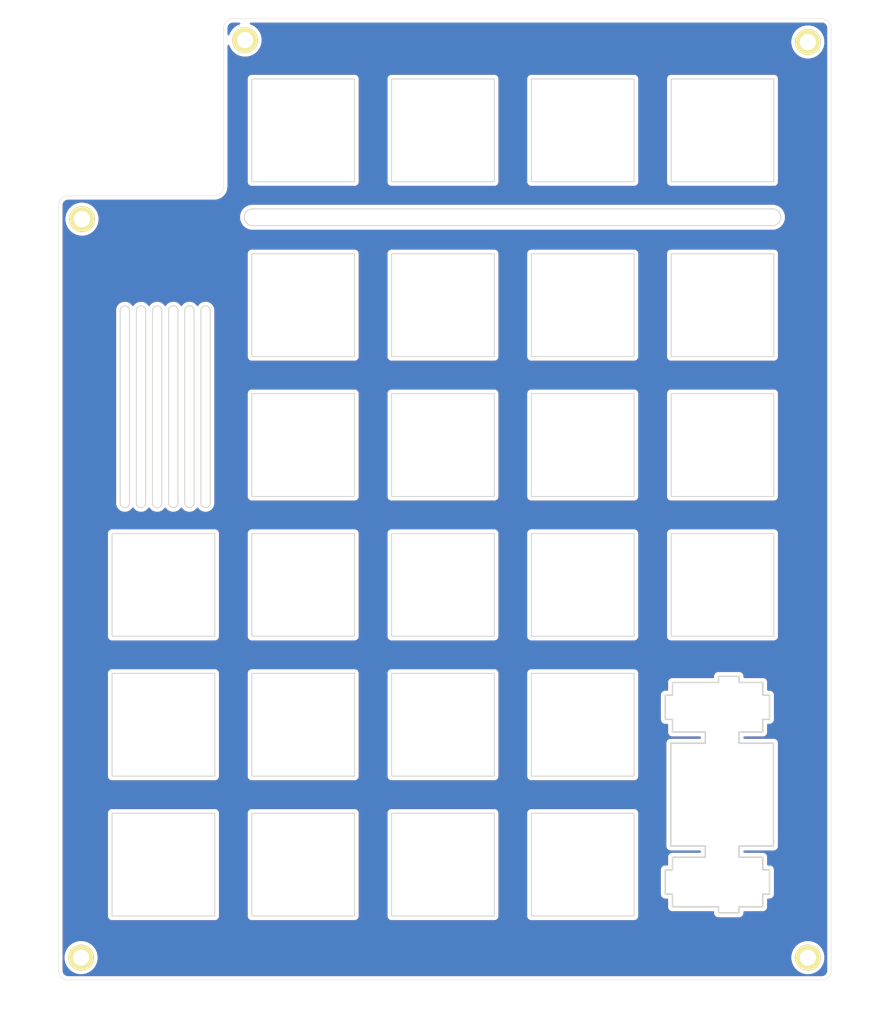
<source format=kicad_pcb>
(kicad_pcb (version 20171130) (host pcbnew "(5.1.7-0-10_14)")

  (general
    (thickness 1.6)
    (drawings 184)
    (tracks 0)
    (zones 0)
    (modules 5)
    (nets 1)
  )

  (page A4)
  (layers
    (0 F.Cu signal)
    (31 B.Cu signal)
    (32 B.Adhes user)
    (33 F.Adhes user)
    (34 B.Paste user)
    (35 F.Paste user)
    (36 B.SilkS user)
    (37 F.SilkS user)
    (38 B.Mask user)
    (39 F.Mask user)
    (40 Dwgs.User user)
    (41 Cmts.User user)
    (42 Eco1.User user)
    (43 Eco2.User user)
    (44 Edge.Cuts user)
    (45 Margin user)
    (46 B.CrtYd user)
    (47 F.CrtYd user)
    (48 B.Fab user)
    (49 F.Fab user)
  )

  (setup
    (last_trace_width 0.25)
    (trace_clearance 0.2)
    (zone_clearance 0.508)
    (zone_45_only no)
    (trace_min 0.2)
    (via_size 0.8)
    (via_drill 0.4)
    (via_min_size 0.4)
    (via_min_drill 0.3)
    (uvia_size 0.3)
    (uvia_drill 0.1)
    (uvias_allowed no)
    (uvia_min_size 0.2)
    (uvia_min_drill 0.1)
    (edge_width 0.05)
    (segment_width 0.2)
    (pcb_text_width 0.3)
    (pcb_text_size 1.5 1.5)
    (mod_edge_width 0.12)
    (mod_text_size 1 1)
    (mod_text_width 0.15)
    (pad_size 3.5 3.5)
    (pad_drill 2.2)
    (pad_to_mask_clearance 0)
    (aux_axis_origin 0 0)
    (visible_elements FFFFFF7F)
    (pcbplotparams
      (layerselection 0x010fc_ffffffff)
      (usegerberextensions false)
      (usegerberattributes true)
      (usegerberadvancedattributes true)
      (creategerberjobfile false)
      (excludeedgelayer true)
      (linewidth 0.100000)
      (plotframeref false)
      (viasonmask false)
      (mode 1)
      (useauxorigin false)
      (hpglpennumber 1)
      (hpglpenspeed 20)
      (hpglpendiameter 15.000000)
      (psnegative false)
      (psa4output false)
      (plotreference true)
      (plotvalue true)
      (plotinvisibletext false)
      (padsonsilk false)
      (subtractmaskfromsilk false)
      (outputformat 1)
      (mirror false)
      (drillshape 0)
      (scaleselection 1)
      (outputdirectory "gerber/"))
  )

  (net 0 "")

  (net_class Default "This is the default net class."
    (clearance 0.2)
    (trace_width 0.25)
    (via_dia 0.8)
    (via_drill 0.4)
    (uvia_dia 0.3)
    (uvia_drill 0.1)
  )

  (module keyboard_parts:HOLE_M3 (layer F.Cu) (tedit 5FAAA915) (tstamp 5FAAB8A5)
    (at 67.31 34.9885)
    (fp_text reference HOLE_M3 (at 0 -4.5) (layer F.SilkS) hide
      (effects (font (size 1.524 1.524) (thickness 0.3048)))
    )
    (fp_text value VAL** (at 0.05 -7.25) (layer F.SilkS) hide
      (effects (font (size 1.524 1.524) (thickness 0.3048)))
    )
    (pad "" thru_hole circle (at 0 0) (size 3.5 3.5) (drill 2.2) (layers *.Cu *.Mask F.SilkS))
  )

  (module keyboard_parts:HOLE_M3 (layer F.Cu) (tedit 5FAAA98B) (tstamp 5FAAB8A9)
    (at 144.018 35.2425)
    (fp_text reference HOLE_M3 (at 0 -4.5) (layer F.SilkS) hide
      (effects (font (size 1.524 1.524) (thickness 0.3048)))
    )
    (fp_text value VAL** (at 0.05 -7.25) (layer F.SilkS) hide
      (effects (font (size 1.524 1.524) (thickness 0.3048)))
    )
    (pad "" thru_hole circle (at 0 0) (size 3.5 3.5) (drill 2.2) (layers *.Cu *.Mask F.SilkS))
  )

  (module keyboard_parts:HOLE_M3 (layer F.Cu) (tedit 5FAAA998) (tstamp 5FAAB8A1)
    (at 45.085 59.3725)
    (fp_text reference HOLE_M3 (at 0 -4.5) (layer F.SilkS) hide
      (effects (font (size 1.524 1.524) (thickness 0.3048)))
    )
    (fp_text value VAL** (at 0.05 -7.25) (layer F.SilkS) hide
      (effects (font (size 1.524 1.524) (thickness 0.3048)))
    )
    (pad "" thru_hole circle (at 0 0) (size 3.5 3.5) (drill 2.2) (layers *.Cu *.Mask F.SilkS))
  )

  (module keyboard_parts:HOLE_M3 (layer F.Cu) (tedit 5FAAA9EF) (tstamp 5FAAB7E6)
    (at 144.018 159.9565)
    (fp_text reference HOLE_M3 (at 0 -4.5) (layer F.SilkS) hide
      (effects (font (size 1.524 1.524) (thickness 0.3048)))
    )
    (fp_text value VAL** (at 0.05 -7.25) (layer F.SilkS) hide
      (effects (font (size 1.524 1.524) (thickness 0.3048)))
    )
    (pad "" thru_hole circle (at 0 0) (size 3.5 3.5) (drill 2.2) (layers *.Cu *.Mask F.SilkS))
  )

  (module keyboard_parts:HOLE_M3 (layer F.Cu) (tedit 5FAAA9C5) (tstamp 5FAAB5E2)
    (at 44.958 159.9565)
    (fp_text reference HOLE_M3 (at 0 -4.5) (layer F.SilkS) hide
      (effects (font (size 1.524 1.524) (thickness 0.3048)))
    )
    (fp_text value VAL** (at 0.05 -7.25) (layer F.SilkS) hide
      (effects (font (size 1.524 1.524) (thickness 0.3048)))
    )
    (pad "" thru_hole circle (at 0 0) (size 3.5 3.5) (drill 2.2) (layers *.Cu *.Mask F.SilkS))
  )

  (gr_line (start 125.3366 130.7558) (end 125.3366 144.7553) (layer Edge.Cuts) (width 0.2))
  (gr_line (start 134.6369 121.6552) (end 131.836899 121.6552) (layer Edge.Cuts) (width 0.2))
  (gr_line (start 134.6369 122.4806) (end 134.6369 121.6552) (layer Edge.Cuts) (width 0.2))
  (gr_line (start 137.8669 122.4806) (end 134.6369 122.4806) (layer Edge.Cuts) (width 0.2))
  (gr_line (start 137.8669 124.206) (end 137.8669 122.4806) (layer Edge.Cuts) (width 0.2))
  (gr_line (start 138.7863 124.206) (end 137.8669 124.206) (layer Edge.Cuts) (width 0.2))
  (gr_line (start 138.7863 127.505) (end 138.7863 124.206) (layer Edge.Cuts) (width 0.2))
  (gr_line (start 137.8669 127.505) (end 138.7863 127.505) (layer Edge.Cuts) (width 0.2))
  (gr_line (start 137.8669 129.2303) (end 137.8669 127.505) (layer Edge.Cuts) (width 0.2))
  (gr_line (start 134.6369 129.2303) (end 137.8669 129.2303) (layer Edge.Cuts) (width 0.2))
  (gr_line (start 134.6369 130.7558) (end 134.6369 129.2303) (layer Edge.Cuts) (width 0.2))
  (gr_line (start 139.3359 130.7558) (end 134.6369 130.7558) (layer Edge.Cuts) (width 0.2))
  (gr_line (start 139.3359 144.7553) (end 139.3359 130.7558) (layer Edge.Cuts) (width 0.2))
  (gr_line (start 134.6369 144.7553) (end 139.3359 144.7553) (layer Edge.Cuts) (width 0.2))
  (gr_line (start 134.6369 146.2808) (end 134.6369 144.7553) (layer Edge.Cuts) (width 0.2))
  (gr_line (start 137.8669 146.2808) (end 134.6369 146.2808) (layer Edge.Cuts) (width 0.2))
  (gr_line (start 137.8669 148.00605) (end 137.8669 146.2808) (layer Edge.Cuts) (width 0.2))
  (gr_line (start 138.7863 148.00605) (end 137.8669 148.00605) (layer Edge.Cuts) (width 0.2))
  (gr_line (start 138.7863 151.30509) (end 138.7863 148.00605) (layer Edge.Cuts) (width 0.2))
  (gr_line (start 125.5666 153.03038) (end 131.836899 153.03038) (layer Edge.Cuts) (width 0.2))
  (gr_line (start 125.5666 151.30509) (end 125.5666 153.03038) (layer Edge.Cuts) (width 0.2))
  (gr_line (start 124.587 151.30509) (end 125.5666 151.30509) (layer Edge.Cuts) (width 0.2))
  (gr_line (start 124.587 148.00605) (end 124.587 151.30509) (layer Edge.Cuts) (width 0.2))
  (gr_line (start 125.5666 148.00605) (end 124.587 148.00605) (layer Edge.Cuts) (width 0.2))
  (gr_line (start 125.5666 146.2808) (end 125.5666 148.00605) (layer Edge.Cuts) (width 0.2))
  (gr_line (start 130.037 146.2808) (end 125.5666 146.2808) (layer Edge.Cuts) (width 0.2))
  (gr_line (start 130.037 144.7553) (end 130.037 146.2808) (layer Edge.Cuts) (width 0.2))
  (gr_line (start 125.3366 144.7553) (end 130.037 144.7553) (layer Edge.Cuts) (width 0.2))
  (gr_line (start 130.037 130.7558) (end 125.3366 130.7558) (layer Edge.Cuts) (width 0.2))
  (gr_line (start 130.037 129.2303) (end 130.037 130.7558) (layer Edge.Cuts) (width 0.2))
  (gr_line (start 125.5666 129.2303) (end 130.037 129.2303) (layer Edge.Cuts) (width 0.2))
  (gr_line (start 137.8669 151.30509) (end 138.7863 151.30509) (layer Edge.Cuts) (width 0.2))
  (gr_line (start 137.8669 153.03038) (end 137.8669 151.30509) (layer Edge.Cuts) (width 0.2))
  (gr_line (start 134.6369 153.03038) (end 137.8669 153.03038) (layer Edge.Cuts) (width 0.2))
  (gr_line (start 134.6369 153.85583) (end 134.6369 153.03038) (layer Edge.Cuts) (width 0.2))
  (gr_line (start 131.836899 153.85583) (end 134.6369 153.85583) (layer Edge.Cuts) (width 0.2))
  (gr_line (start 131.836899 153.03038) (end 131.836899 153.85583) (layer Edge.Cuts) (width 0.2))
  (gr_line (start 125.5666 124.206) (end 124.587 124.206) (layer Edge.Cuts) (width 0.2))
  (gr_line (start 125.5666 122.4806) (end 125.5666 124.206) (layer Edge.Cuts) (width 0.2))
  (gr_line (start 131.836899 122.4806) (end 125.5666 122.4806) (layer Edge.Cuts) (width 0.2))
  (gr_line (start 131.836899 121.6552) (end 131.836899 122.4806) (layer Edge.Cuts) (width 0.2))
  (gr_line (start 125.5666 127.505) (end 125.5666 129.2303) (layer Edge.Cuts) (width 0.2))
  (gr_line (start 124.587 127.505) (end 125.5666 127.505) (layer Edge.Cuts) (width 0.2))
  (gr_line (start 124.587 124.206) (end 124.587 127.505) (layer Edge.Cuts) (width 0.2))
  (gr_line (start 61.292 98.044) (end 61.292 71.8185) (layer Edge.Cuts) (width 0.12) (tstamp 5FAABD6A))
  (gr_line (start 59.092 98.044) (end 59.092 71.8185) (layer Edge.Cuts) (width 0.12) (tstamp 5FAABD68))
  (gr_line (start 56.892 98.044) (end 56.892 71.8185) (layer Edge.Cuts) (width 0.12) (tstamp 5FAABD66))
  (gr_line (start 54.692 98.044) (end 54.692 71.8185) (layer Edge.Cuts) (width 0.12) (tstamp 5FAABD64))
  (gr_line (start 52.492 98.044) (end 52.492 71.8185) (layer Edge.Cuts) (width 0.12) (tstamp 5FAABD62))
  (gr_arc (start 61.927 71.8185) (end 62.562 71.8185) (angle -180) (layer Edge.Cuts) (width 0.12) (tstamp 5FAABD5F))
  (gr_arc (start 59.727 71.8185) (end 60.362 71.8185) (angle -180) (layer Edge.Cuts) (width 0.12) (tstamp 5FAABD5D))
  (gr_arc (start 57.527 71.8185) (end 58.162 71.8185) (angle -180) (layer Edge.Cuts) (width 0.12) (tstamp 5FAABD5B))
  (gr_arc (start 55.327 71.8185) (end 55.962 71.8185) (angle -180) (layer Edge.Cuts) (width 0.12) (tstamp 5FAABD59))
  (gr_arc (start 53.127 71.8185) (end 53.762 71.8185) (angle -180) (layer Edge.Cuts) (width 0.12) (tstamp 5FAABD57))
  (gr_arc (start 61.927 98.044) (end 61.292 98.044) (angle -180) (layer Edge.Cuts) (width 0.12) (tstamp 5FAABD54))
  (gr_arc (start 59.727 98.044) (end 59.092 98.044) (angle -180) (layer Edge.Cuts) (width 0.12) (tstamp 5FAABD52))
  (gr_arc (start 57.527 98.044) (end 56.892 98.044) (angle -180) (layer Edge.Cuts) (width 0.12) (tstamp 5FAABD50))
  (gr_arc (start 55.327 98.044) (end 54.692 98.044) (angle -180) (layer Edge.Cuts) (width 0.12) (tstamp 5FAABD4E))
  (gr_arc (start 53.127 98.044) (end 52.492 98.044) (angle -180) (layer Edge.Cuts) (width 0.12) (tstamp 5FAABD4C))
  (gr_line (start 62.562 98.044) (end 62.562 71.8185) (layer Edge.Cuts) (width 0.12) (tstamp 5FAABD49))
  (gr_line (start 60.362 98.044) (end 60.362 71.8185) (layer Edge.Cuts) (width 0.12) (tstamp 5FAABD47))
  (gr_line (start 58.162 98.044) (end 58.162 71.8185) (layer Edge.Cuts) (width 0.12) (tstamp 5FAABD45))
  (gr_line (start 55.962 98.044) (end 55.962 71.8185) (layer Edge.Cuts) (width 0.12) (tstamp 5FAABD43))
  (gr_line (start 53.762 98.044) (end 53.762 71.8185) (layer Edge.Cuts) (width 0.12) (tstamp 5FAABD41))
  (gr_arc (start 50.927 71.8185) (end 51.562 71.8185) (angle -180) (layer Edge.Cuts) (width 0.12) (tstamp 5FAABD03))
  (gr_line (start 50.292 98.044) (end 50.292 71.8185) (layer Edge.Cuts) (width 0.12) (tstamp 5FAABCFB))
  (gr_line (start 147.193 161.7345) (end 147.193 33.3375) (layer Edge.Cuts) (width 0.05) (tstamp 5FAAAEAA))
  (gr_line (start 41.91 57.4675) (end 41.91 161.7345) (layer Edge.Cuts) (width 0.05) (tstamp 5FAAAEA9))
  (gr_line (start 43.18 163.0045) (end 145.923 163.0045) (layer Edge.Cuts) (width 0.05) (tstamp 5FAAAEA8))
  (gr_line (start 65.659 32.0675) (end 145.923 32.0675) (layer Edge.Cuts) (width 0.05) (tstamp 5FAAAEA7))
  (gr_line (start 64.389 33.3375) (end 64.389 54.9275) (layer Edge.Cuts) (width 0.05) (tstamp 5FAAAEA6))
  (gr_line (start 63.119 56.1975) (end 43.18 56.1975) (layer Edge.Cuts) (width 0.05) (tstamp 5FAAAEA5))
  (gr_arc (start 145.923 33.3375) (end 147.193 33.3375) (angle -90) (layer Edge.Cuts) (width 0.05) (tstamp 5FAAAEA4))
  (gr_arc (start 145.923 161.7345) (end 145.923 163.0045) (angle -90) (layer Edge.Cuts) (width 0.05) (tstamp 5FAAAEA3))
  (gr_arc (start 43.18 161.7345) (end 41.91 161.7345) (angle -90) (layer Edge.Cuts) (width 0.05) (tstamp 5FAAAEA2))
  (gr_arc (start 43.18 57.4675) (end 43.18 56.1975) (angle -90) (layer Edge.Cuts) (width 0.05) (tstamp 5FAAAEA1))
  (gr_arc (start 65.659 33.3375) (end 65.659 32.0675) (angle -90) (layer Edge.Cuts) (width 0.05) (tstamp 5FAAAEA0))
  (gr_arc (start 63.119 54.9275) (end 63.119 56.1975) (angle -90) (layer Edge.Cuts) (width 0.05) (tstamp 5FAAAE9F))
  (gr_line (start 87.284 40.2795) (end 101.284 40.2795) (layer Edge.Cuts) (width 0.12) (tstamp 5FA94DCE))
  (gr_line (start 101.284 40.2795) (end 101.284 54.2795) (layer Edge.Cuts) (width 0.12) (tstamp 5FA94DCD))
  (gr_line (start 87.284 54.2795) (end 101.284 54.2795) (layer Edge.Cuts) (width 0.12) (tstamp 5FA94DCC))
  (gr_line (start 87.284 40.2795) (end 87.284 54.2795) (layer Edge.Cuts) (width 0.12) (tstamp 5FA94DCB))
  (gr_line (start 120.334 40.2795) (end 120.334 54.2795) (layer Edge.Cuts) (width 0.12) (tstamp 5FA94DCA))
  (gr_line (start 139.384 40.2795) (end 139.384 54.2795) (layer Edge.Cuts) (width 0.12) (tstamp 5FA94DC9))
  (gr_line (start 106.334 40.2795) (end 120.334 40.2795) (layer Edge.Cuts) (width 0.12) (tstamp 5FA94DC8))
  (gr_line (start 125.384 40.2795) (end 139.384 40.2795) (layer Edge.Cuts) (width 0.12) (tstamp 5FA94DC7))
  (gr_line (start 106.334 40.2795) (end 106.334 54.2795) (layer Edge.Cuts) (width 0.12) (tstamp 5FA94DC6))
  (gr_line (start 125.384 40.2795) (end 125.384 54.2795) (layer Edge.Cuts) (width 0.12) (tstamp 5FA94DC5))
  (gr_line (start 106.334 54.2795) (end 120.334 54.2795) (layer Edge.Cuts) (width 0.12) (tstamp 5FA94DC4))
  (gr_line (start 125.384 54.2795) (end 139.384 54.2795) (layer Edge.Cuts) (width 0.12) (tstamp 5FA94DC3))
  (gr_line (start 82.234 40.2795) (end 82.234 54.2795) (layer Edge.Cuts) (width 0.12) (tstamp 5FA94DC2))
  (gr_line (start 68.234 40.2795) (end 82.234 40.2795) (layer Edge.Cuts) (width 0.12) (tstamp 5FA94DC1))
  (gr_line (start 68.234 40.2795) (end 68.234 54.2795) (layer Edge.Cuts) (width 0.12) (tstamp 5FA94DC0))
  (gr_line (start 68.234 54.2795) (end 82.234 54.2795) (layer Edge.Cuts) (width 0.12) (tstamp 5FA94DBF))
  (gr_line (start 68.234 64.0895) (end 68.234 78.0895) (layer Edge.Cuts) (width 0.12) (tstamp 5FA94DBE))
  (gr_line (start 68.234 64.0895) (end 82.234 64.0895) (layer Edge.Cuts) (width 0.12) (tstamp 5FA94DBD))
  (gr_line (start 82.234 64.0895) (end 82.234 78.0895) (layer Edge.Cuts) (width 0.12) (tstamp 5FA94DBC))
  (gr_line (start 68.234 78.0895) (end 82.234 78.0895) (layer Edge.Cuts) (width 0.12) (tstamp 5FA94DBB))
  (gr_line (start 87.284 78.0895) (end 101.284 78.0895) (layer Edge.Cuts) (width 0.12) (tstamp 5FA94DBA))
  (gr_line (start 106.334 78.0895) (end 120.334 78.0895) (layer Edge.Cuts) (width 0.12) (tstamp 5FA94DB9))
  (gr_line (start 125.384 78.0895) (end 139.384 78.0895) (layer Edge.Cuts) (width 0.12) (tstamp 5FA94DB8))
  (gr_line (start 68.234 97.1395) (end 82.234 97.1395) (layer Edge.Cuts) (width 0.12) (tstamp 5FA94DB7))
  (gr_line (start 87.284 97.1395) (end 101.284 97.1395) (layer Edge.Cuts) (width 0.12) (tstamp 5FA94DB6))
  (gr_line (start 106.334 97.1395) (end 120.334 97.1395) (layer Edge.Cuts) (width 0.12) (tstamp 5FA94DB5))
  (gr_line (start 125.384 97.1395) (end 139.384 97.1395) (layer Edge.Cuts) (width 0.12) (tstamp 5FA94DB4))
  (gr_line (start 68.234 116.1895) (end 82.234 116.1895) (layer Edge.Cuts) (width 0.12) (tstamp 5FA94DB3))
  (gr_line (start 87.284 116.1895) (end 101.284 116.1895) (layer Edge.Cuts) (width 0.12) (tstamp 5FA94DB2))
  (gr_line (start 106.334 116.1895) (end 120.334 116.1895) (layer Edge.Cuts) (width 0.12) (tstamp 5FA94DB1))
  (gr_line (start 125.384 116.1895) (end 139.384 116.1895) (layer Edge.Cuts) (width 0.12) (tstamp 5FA94DB0))
  (gr_line (start 101.284 64.0895) (end 101.284 78.0895) (layer Edge.Cuts) (width 0.12) (tstamp 5FA94DAF))
  (gr_line (start 120.334 64.0895) (end 120.334 78.0895) (layer Edge.Cuts) (width 0.12) (tstamp 5FA94DAE))
  (gr_line (start 139.384 64.0895) (end 139.384 78.0895) (layer Edge.Cuts) (width 0.12) (tstamp 5FA94DAD))
  (gr_line (start 82.234 83.1395) (end 82.234 97.1395) (layer Edge.Cuts) (width 0.12) (tstamp 5FA94DAC))
  (gr_line (start 101.284 83.1395) (end 101.284 97.1395) (layer Edge.Cuts) (width 0.12) (tstamp 5FA94DAB))
  (gr_line (start 120.334 83.1395) (end 120.334 97.1395) (layer Edge.Cuts) (width 0.12) (tstamp 5FA94DAA))
  (gr_line (start 139.384 83.1395) (end 139.384 97.1395) (layer Edge.Cuts) (width 0.12) (tstamp 5FA94DA9))
  (gr_line (start 82.234 102.1895) (end 82.234 116.1895) (layer Edge.Cuts) (width 0.12) (tstamp 5FA94DA8))
  (gr_line (start 101.284 102.1895) (end 101.284 116.1895) (layer Edge.Cuts) (width 0.12) (tstamp 5FA94DA7))
  (gr_line (start 120.334 102.1895) (end 120.334 116.1895) (layer Edge.Cuts) (width 0.12) (tstamp 5FA94DA6))
  (gr_line (start 139.384 102.1895) (end 139.384 116.1895) (layer Edge.Cuts) (width 0.12) (tstamp 5FA94DA5))
  (gr_line (start 87.284 64.0895) (end 87.284 78.0895) (layer Edge.Cuts) (width 0.12) (tstamp 5FA94DA4))
  (gr_line (start 106.334 64.0895) (end 106.334 78.0895) (layer Edge.Cuts) (width 0.12) (tstamp 5FA94DA3))
  (gr_line (start 125.384 64.0895) (end 125.384 78.0895) (layer Edge.Cuts) (width 0.12) (tstamp 5FA94DA2))
  (gr_line (start 68.234 83.1395) (end 68.234 97.1395) (layer Edge.Cuts) (width 0.12) (tstamp 5FA94DA1))
  (gr_line (start 87.284 83.1395) (end 87.284 97.1395) (layer Edge.Cuts) (width 0.12) (tstamp 5FA94DA0))
  (gr_line (start 106.334 83.1395) (end 106.334 97.1395) (layer Edge.Cuts) (width 0.12) (tstamp 5FA94D9F))
  (gr_line (start 125.384 83.1395) (end 125.384 97.1395) (layer Edge.Cuts) (width 0.12) (tstamp 5FA94D9E))
  (gr_line (start 68.234 102.1895) (end 68.234 116.1895) (layer Edge.Cuts) (width 0.12) (tstamp 5FA94D9D))
  (gr_line (start 87.284 102.1895) (end 87.284 116.1895) (layer Edge.Cuts) (width 0.12) (tstamp 5FA94D9C))
  (gr_line (start 106.334 102.1895) (end 106.334 116.1895) (layer Edge.Cuts) (width 0.12) (tstamp 5FA94D9B))
  (gr_line (start 125.384 102.1895) (end 125.384 116.1895) (layer Edge.Cuts) (width 0.12) (tstamp 5FA94D9A))
  (gr_line (start 87.284 64.0895) (end 101.284 64.0895) (layer Edge.Cuts) (width 0.12) (tstamp 5FA94D99))
  (gr_line (start 106.334 64.0895) (end 120.334 64.0895) (layer Edge.Cuts) (width 0.12) (tstamp 5FA94D98))
  (gr_line (start 125.384 64.0895) (end 139.384 64.0895) (layer Edge.Cuts) (width 0.12) (tstamp 5FA94D97))
  (gr_line (start 68.234 83.1395) (end 82.234 83.1395) (layer Edge.Cuts) (width 0.12) (tstamp 5FA94D96))
  (gr_line (start 87.284 83.1395) (end 101.284 83.1395) (layer Edge.Cuts) (width 0.12) (tstamp 5FA94D95))
  (gr_line (start 106.334 83.1395) (end 120.334 83.1395) (layer Edge.Cuts) (width 0.12) (tstamp 5FA94D94))
  (gr_line (start 125.384 83.1395) (end 139.384 83.1395) (layer Edge.Cuts) (width 0.12) (tstamp 5FA94D93))
  (gr_line (start 68.234 102.1895) (end 82.234 102.1895) (layer Edge.Cuts) (width 0.12) (tstamp 5FA94D92))
  (gr_line (start 87.284 102.1895) (end 101.284 102.1895) (layer Edge.Cuts) (width 0.12) (tstamp 5FA94D91))
  (gr_line (start 106.334 102.1895) (end 120.334 102.1895) (layer Edge.Cuts) (width 0.12) (tstamp 5FA94D90))
  (gr_line (start 125.384 102.1895) (end 139.384 102.1895) (layer Edge.Cuts) (width 0.12) (tstamp 5FA94D8F))
  (gr_line (start 49.184 116.1895) (end 63.184 116.1895) (layer Edge.Cuts) (width 0.12) (tstamp 5FA94D8E))
  (gr_line (start 68.234 135.2395) (end 82.234 135.2395) (layer Edge.Cuts) (width 0.12) (tstamp 5FA94D8D))
  (gr_line (start 49.184 135.2395) (end 63.184 135.2395) (layer Edge.Cuts) (width 0.12) (tstamp 5FA94D8C))
  (gr_line (start 49.184 154.2895) (end 63.184 154.2895) (layer Edge.Cuts) (width 0.12) (tstamp 5FA94D8A))
  (gr_line (start 63.184 102.1895) (end 63.184 116.1895) (layer Edge.Cuts) (width 0.12) (tstamp 5FA94D89))
  (gr_line (start 82.234 121.2395) (end 82.234 135.2395) (layer Edge.Cuts) (width 0.12) (tstamp 5FA94D88))
  (gr_line (start 63.184 121.2395) (end 63.184 135.2395) (layer Edge.Cuts) (width 0.12) (tstamp 5FA94D87))
  (gr_line (start 82.234 140.2895) (end 82.234 154.2895) (layer Edge.Cuts) (width 0.12) (tstamp 5FA94D86))
  (gr_line (start 63.184 140.2895) (end 63.184 154.2895) (layer Edge.Cuts) (width 0.12) (tstamp 5FA94D85))
  (gr_line (start 49.184 102.1895) (end 49.184 116.1895) (layer Edge.Cuts) (width 0.12) (tstamp 5FA94D84))
  (gr_line (start 68.234 121.2395) (end 68.234 135.2395) (layer Edge.Cuts) (width 0.12) (tstamp 5FA94D83))
  (gr_line (start 49.184 121.2395) (end 49.184 135.2395) (layer Edge.Cuts) (width 0.12) (tstamp 5FA94D82))
  (gr_line (start 49.184 140.2895) (end 49.184 154.2895) (layer Edge.Cuts) (width 0.12) (tstamp 5FA94D80))
  (gr_line (start 49.184 102.1895) (end 63.184 102.1895) (layer Edge.Cuts) (width 0.12) (tstamp 5FA94D7F))
  (gr_line (start 68.234 121.2395) (end 82.234 121.2395) (layer Edge.Cuts) (width 0.12) (tstamp 5FA94D7E))
  (gr_line (start 49.184 121.2395) (end 63.184 121.2395) (layer Edge.Cuts) (width 0.12) (tstamp 5FA94D7D))
  (gr_line (start 49.184 140.2895) (end 63.184 140.2895) (layer Edge.Cuts) (width 0.12) (tstamp 5FA94D7B))
  (gr_line (start 101.284 121.2395) (end 101.284 135.2395) (layer Edge.Cuts) (width 0.12) (tstamp 5FA94D7A))
  (gr_line (start 120.334 121.2395) (end 120.334 135.2395) (layer Edge.Cuts) (width 0.12) (tstamp 5FA94D79))
  (gr_line (start 101.284 140.2895) (end 101.284 154.2895) (layer Edge.Cuts) (width 0.12) (tstamp 5FA94D77))
  (gr_line (start 120.334 140.2895) (end 120.334 154.2895) (layer Edge.Cuts) (width 0.12) (tstamp 5FA94D76))
  (gr_line (start 87.284 135.2395) (end 101.284 135.2395) (layer Edge.Cuts) (width 0.12) (tstamp 5FA94D75))
  (gr_line (start 106.334 135.2395) (end 120.334 135.2395) (layer Edge.Cuts) (width 0.12) (tstamp 5FA94D74))
  (gr_line (start 68.234 154.2895) (end 82.234 154.2895) (layer Edge.Cuts) (width 0.12) (tstamp 5FA94D73))
  (gr_line (start 87.284 154.2895) (end 101.284 154.2895) (layer Edge.Cuts) (width 0.12) (tstamp 5FA94D72))
  (gr_line (start 106.334 154.2895) (end 120.334 154.2895) (layer Edge.Cuts) (width 0.12) (tstamp 5FA94D71))
  (gr_line (start 87.284 121.2395) (end 87.284 135.2395) (layer Edge.Cuts) (width 0.12) (tstamp 5FA94D70))
  (gr_line (start 106.334 121.2395) (end 106.334 135.2395) (layer Edge.Cuts) (width 0.12) (tstamp 5FA94D6F))
  (gr_line (start 68.234 140.2895) (end 68.234 154.2895) (layer Edge.Cuts) (width 0.12) (tstamp 5FA94D6E))
  (gr_line (start 87.284 140.2895) (end 87.284 154.2895) (layer Edge.Cuts) (width 0.12) (tstamp 5FA94D6D))
  (gr_line (start 106.334 140.2895) (end 106.334 154.2895) (layer Edge.Cuts) (width 0.12) (tstamp 5FA94D6C))
  (gr_line (start 87.284 121.2395) (end 101.284 121.2395) (layer Edge.Cuts) (width 0.12) (tstamp 5FA94D6B))
  (gr_line (start 106.334 121.2395) (end 120.334 121.2395) (layer Edge.Cuts) (width 0.12) (tstamp 5FA94D6A))
  (gr_line (start 68.234 140.2895) (end 82.234 140.2895) (layer Edge.Cuts) (width 0.12) (tstamp 5FA94D69))
  (gr_line (start 87.284 140.2895) (end 101.284 140.2895) (layer Edge.Cuts) (width 0.12) (tstamp 5FA94D68))
  (gr_line (start 106.334 140.2895) (end 120.334 140.2895) (layer Edge.Cuts) (width 0.12) (tstamp 5FA94D67))
  (gr_line (start 51.562 98.044) (end 51.562 71.8185) (layer Edge.Cuts) (width 0.12) (tstamp 5FA94499))
  (gr_arc (start 50.927 98.044) (end 50.292 98.044) (angle -180) (layer Edge.Cuts) (width 0.12) (tstamp 5FA94494))
  (gr_arc (start 68.326 59.1185) (end 68.326 57.9755) (angle -180) (layer Edge.Cuts) (width 0.12) (tstamp 5FA9448F))
  (gr_line (start 68.326 57.9755) (end 139.192 57.975499) (layer Edge.Cuts) (width 0.12) (tstamp 5FA9448E))
  (gr_line (start 68.326 60.2615) (end 139.192 60.261499) (layer Edge.Cuts) (width 0.12) (tstamp 5FA9448D))
  (gr_arc (start 139.192 59.118499) (end 139.192 60.261499) (angle -180) (layer Edge.Cuts) (width 0.12) (tstamp 5FA94448))

  (zone (net 0) (net_name "") (layer F.Cu) (tstamp 5FAE8D51) (hatch edge 0.508)
    (connect_pads (clearance 0.508))
    (min_thickness 0.254)
    (fill yes (arc_segments 32) (thermal_gap 0.508) (thermal_bridge_width 0.508))
    (polygon
      (pts
        (xy 149.987 31.369) (xy 149.733 165.862) (xy 38.608 166.0525) (xy 40.3225 55.245) (xy 41.275 55.5625)
        (xy 63.373 55.118) (xy 63.6905 30.1625)
      )
    )
    (filled_polygon
      (pts
        (xy 146.040869 32.742222) (xy 146.154246 32.776453) (xy 146.258819 32.832055) (xy 146.350596 32.906907) (xy 146.426091 32.998164)
        (xy 146.482419 33.102344) (xy 146.51744 33.215476) (xy 146.533001 33.363531) (xy 146.533 161.702221) (xy 146.518278 161.852369)
        (xy 146.484047 161.965746) (xy 146.428446 162.070317) (xy 146.353594 162.162095) (xy 146.262335 162.237591) (xy 146.15816 162.293919)
        (xy 146.045024 162.32894) (xy 145.896979 162.3445) (xy 43.212279 162.3445) (xy 43.062131 162.329778) (xy 42.948754 162.295547)
        (xy 42.844183 162.239946) (xy 42.752405 162.165094) (xy 42.676909 162.073835) (xy 42.620581 161.96966) (xy 42.58556 161.856524)
        (xy 42.57 161.708479) (xy 42.57 159.721598) (xy 42.573 159.721598) (xy 42.573 160.191402) (xy 42.664654 160.652179)
        (xy 42.84444 161.086221) (xy 43.10545 161.476849) (xy 43.437651 161.80905) (xy 43.828279 162.07006) (xy 44.262321 162.249846)
        (xy 44.723098 162.3415) (xy 45.192902 162.3415) (xy 45.653679 162.249846) (xy 46.087721 162.07006) (xy 46.478349 161.80905)
        (xy 46.81055 161.476849) (xy 47.07156 161.086221) (xy 47.251346 160.652179) (xy 47.343 160.191402) (xy 47.343 159.721598)
        (xy 141.633 159.721598) (xy 141.633 160.191402) (xy 141.724654 160.652179) (xy 141.90444 161.086221) (xy 142.16545 161.476849)
        (xy 142.497651 161.80905) (xy 142.888279 162.07006) (xy 143.322321 162.249846) (xy 143.783098 162.3415) (xy 144.252902 162.3415)
        (xy 144.713679 162.249846) (xy 145.147721 162.07006) (xy 145.538349 161.80905) (xy 145.87055 161.476849) (xy 146.13156 161.086221)
        (xy 146.311346 160.652179) (xy 146.403 160.191402) (xy 146.403 159.721598) (xy 146.311346 159.260821) (xy 146.13156 158.826779)
        (xy 145.87055 158.436151) (xy 145.538349 158.10395) (xy 145.147721 157.84294) (xy 144.713679 157.663154) (xy 144.252902 157.5715)
        (xy 143.783098 157.5715) (xy 143.322321 157.663154) (xy 142.888279 157.84294) (xy 142.497651 158.10395) (xy 142.16545 158.436151)
        (xy 141.90444 158.826779) (xy 141.724654 159.260821) (xy 141.633 159.721598) (xy 47.343 159.721598) (xy 47.251346 159.260821)
        (xy 47.07156 158.826779) (xy 46.81055 158.436151) (xy 46.478349 158.10395) (xy 46.087721 157.84294) (xy 45.653679 157.663154)
        (xy 45.192902 157.5715) (xy 44.723098 157.5715) (xy 44.262321 157.663154) (xy 43.828279 157.84294) (xy 43.437651 158.10395)
        (xy 43.10545 158.436151) (xy 42.84444 158.826779) (xy 42.664654 159.260821) (xy 42.573 159.721598) (xy 42.57 159.721598)
        (xy 42.57 140.2895) (xy 48.485638 140.2895) (xy 48.489 140.323635) (xy 48.489001 154.255355) (xy 48.485638 154.2895)
        (xy 48.499057 154.425744) (xy 48.538798 154.556752) (xy 48.603333 154.677489) (xy 48.690183 154.783317) (xy 48.796011 154.870167)
        (xy 48.916748 154.934702) (xy 49.047756 154.974443) (xy 49.149865 154.9845) (xy 49.149866 154.9845) (xy 49.184 154.987862)
        (xy 49.218135 154.9845) (xy 63.149866 154.9845) (xy 63.184 154.987862) (xy 63.320244 154.974443) (xy 63.451252 154.934702)
        (xy 63.571989 154.870167) (xy 63.677817 154.783317) (xy 63.764667 154.677489) (xy 63.829202 154.556752) (xy 63.868943 154.425744)
        (xy 63.879 154.323635) (xy 63.882362 154.2895) (xy 63.879 154.255365) (xy 63.879 140.323635) (xy 63.882362 140.2895)
        (xy 67.535638 140.2895) (xy 67.539 140.323635) (xy 67.539001 154.255355) (xy 67.535638 154.2895) (xy 67.549057 154.425744)
        (xy 67.588798 154.556752) (xy 67.653333 154.677489) (xy 67.740183 154.783317) (xy 67.846011 154.870167) (xy 67.966748 154.934702)
        (xy 68.097756 154.974443) (xy 68.199865 154.9845) (xy 68.199866 154.9845) (xy 68.234 154.987862) (xy 68.268135 154.9845)
        (xy 82.199866 154.9845) (xy 82.234 154.987862) (xy 82.370244 154.974443) (xy 82.501252 154.934702) (xy 82.621989 154.870167)
        (xy 82.727817 154.783317) (xy 82.814667 154.677489) (xy 82.879202 154.556752) (xy 82.918943 154.425744) (xy 82.929 154.323635)
        (xy 82.932362 154.2895) (xy 82.929 154.255365) (xy 82.929 140.323635) (xy 82.932362 140.2895) (xy 86.585638 140.2895)
        (xy 86.589 140.323635) (xy 86.589001 154.255355) (xy 86.585638 154.2895) (xy 86.599057 154.425744) (xy 86.638798 154.556752)
        (xy 86.703333 154.677489) (xy 86.790183 154.783317) (xy 86.896011 154.870167) (xy 87.016748 154.934702) (xy 87.147756 154.974443)
        (xy 87.249865 154.9845) (xy 87.249866 154.9845) (xy 87.284 154.987862) (xy 87.318135 154.9845) (xy 101.249866 154.9845)
        (xy 101.284 154.987862) (xy 101.420244 154.974443) (xy 101.551252 154.934702) (xy 101.671989 154.870167) (xy 101.777817 154.783317)
        (xy 101.864667 154.677489) (xy 101.929202 154.556752) (xy 101.968943 154.425744) (xy 101.979 154.323635) (xy 101.982362 154.2895)
        (xy 101.979 154.255365) (xy 101.979 140.323635) (xy 101.982362 140.2895) (xy 105.635638 140.2895) (xy 105.639 140.323635)
        (xy 105.639001 154.255355) (xy 105.635638 154.2895) (xy 105.649057 154.425744) (xy 105.688798 154.556752) (xy 105.753333 154.677489)
        (xy 105.840183 154.783317) (xy 105.946011 154.870167) (xy 106.066748 154.934702) (xy 106.197756 154.974443) (xy 106.299865 154.9845)
        (xy 106.299866 154.9845) (xy 106.334 154.987862) (xy 106.368135 154.9845) (xy 120.299866 154.9845) (xy 120.334 154.987862)
        (xy 120.470244 154.974443) (xy 120.601252 154.934702) (xy 120.721989 154.870167) (xy 120.827817 154.783317) (xy 120.914667 154.677489)
        (xy 120.979202 154.556752) (xy 121.018943 154.425744) (xy 121.029 154.323635) (xy 121.032362 154.2895) (xy 121.029 154.255365)
        (xy 121.029 140.323635) (xy 121.032362 140.2895) (xy 121.018943 140.153256) (xy 120.979202 140.022248) (xy 120.914667 139.901511)
        (xy 120.827817 139.795683) (xy 120.721989 139.708833) (xy 120.601252 139.644298) (xy 120.470244 139.604557) (xy 120.368135 139.5945)
        (xy 120.368134 139.5945) (xy 120.334 139.591138) (xy 120.299865 139.5945) (xy 106.368134 139.5945) (xy 106.334 139.591138)
        (xy 106.299865 139.5945) (xy 106.197756 139.604557) (xy 106.066748 139.644298) (xy 105.946011 139.708833) (xy 105.840183 139.795683)
        (xy 105.753333 139.901511) (xy 105.688798 140.022248) (xy 105.649057 140.153256) (xy 105.635638 140.2895) (xy 101.982362 140.2895)
        (xy 101.968943 140.153256) (xy 101.929202 140.022248) (xy 101.864667 139.901511) (xy 101.777817 139.795683) (xy 101.671989 139.708833)
        (xy 101.551252 139.644298) (xy 101.420244 139.604557) (xy 101.318135 139.5945) (xy 101.318134 139.5945) (xy 101.284 139.591138)
        (xy 101.249865 139.5945) (xy 87.318134 139.5945) (xy 87.284 139.591138) (xy 87.249865 139.5945) (xy 87.147756 139.604557)
        (xy 87.016748 139.644298) (xy 86.896011 139.708833) (xy 86.790183 139.795683) (xy 86.703333 139.901511) (xy 86.638798 140.022248)
        (xy 86.599057 140.153256) (xy 86.585638 140.2895) (xy 82.932362 140.2895) (xy 82.918943 140.153256) (xy 82.879202 140.022248)
        (xy 82.814667 139.901511) (xy 82.727817 139.795683) (xy 82.621989 139.708833) (xy 82.501252 139.644298) (xy 82.370244 139.604557)
        (xy 82.268135 139.5945) (xy 82.268134 139.5945) (xy 82.234 139.591138) (xy 82.199865 139.5945) (xy 68.268134 139.5945)
        (xy 68.234 139.591138) (xy 68.199865 139.5945) (xy 68.097756 139.604557) (xy 67.966748 139.644298) (xy 67.846011 139.708833)
        (xy 67.740183 139.795683) (xy 67.653333 139.901511) (xy 67.588798 140.022248) (xy 67.549057 140.153256) (xy 67.535638 140.2895)
        (xy 63.882362 140.2895) (xy 63.868943 140.153256) (xy 63.829202 140.022248) (xy 63.764667 139.901511) (xy 63.677817 139.795683)
        (xy 63.571989 139.708833) (xy 63.451252 139.644298) (xy 63.320244 139.604557) (xy 63.218135 139.5945) (xy 63.218134 139.5945)
        (xy 63.184 139.591138) (xy 63.149865 139.5945) (xy 49.218134 139.5945) (xy 49.184 139.591138) (xy 49.149865 139.5945)
        (xy 49.047756 139.604557) (xy 48.916748 139.644298) (xy 48.796011 139.708833) (xy 48.690183 139.795683) (xy 48.603333 139.901511)
        (xy 48.538798 140.022248) (xy 48.499057 140.153256) (xy 48.485638 140.2895) (xy 42.57 140.2895) (xy 42.57 121.2395)
        (xy 48.485638 121.2395) (xy 48.489 121.273635) (xy 48.489001 135.205355) (xy 48.485638 135.2395) (xy 48.499057 135.375744)
        (xy 48.538798 135.506752) (xy 48.603333 135.627489) (xy 48.690183 135.733317) (xy 48.796011 135.820167) (xy 48.916748 135.884702)
        (xy 49.047756 135.924443) (xy 49.149865 135.9345) (xy 49.149866 135.9345) (xy 49.184 135.937862) (xy 49.218135 135.9345)
        (xy 63.149866 135.9345) (xy 63.184 135.937862) (xy 63.320244 135.924443) (xy 63.451252 135.884702) (xy 63.571989 135.820167)
        (xy 63.677817 135.733317) (xy 63.764667 135.627489) (xy 63.829202 135.506752) (xy 63.868943 135.375744) (xy 63.879 135.273635)
        (xy 63.882362 135.2395) (xy 63.879 135.205365) (xy 63.879 121.273635) (xy 63.882362 121.2395) (xy 67.535638 121.2395)
        (xy 67.539 121.273635) (xy 67.539001 135.205355) (xy 67.535638 135.2395) (xy 67.549057 135.375744) (xy 67.588798 135.506752)
        (xy 67.653333 135.627489) (xy 67.740183 135.733317) (xy 67.846011 135.820167) (xy 67.966748 135.884702) (xy 68.097756 135.924443)
        (xy 68.199865 135.9345) (xy 68.199866 135.9345) (xy 68.234 135.937862) (xy 68.268135 135.9345) (xy 82.199866 135.9345)
        (xy 82.234 135.937862) (xy 82.370244 135.924443) (xy 82.501252 135.884702) (xy 82.621989 135.820167) (xy 82.727817 135.733317)
        (xy 82.814667 135.627489) (xy 82.879202 135.506752) (xy 82.918943 135.375744) (xy 82.929 135.273635) (xy 82.932362 135.2395)
        (xy 82.929 135.205365) (xy 82.929 121.273635) (xy 82.932362 121.2395) (xy 86.585638 121.2395) (xy 86.589 121.273635)
        (xy 86.589001 135.205355) (xy 86.585638 135.2395) (xy 86.599057 135.375744) (xy 86.638798 135.506752) (xy 86.703333 135.627489)
        (xy 86.790183 135.733317) (xy 86.896011 135.820167) (xy 87.016748 135.884702) (xy 87.147756 135.924443) (xy 87.249865 135.9345)
        (xy 87.249866 135.9345) (xy 87.284 135.937862) (xy 87.318135 135.9345) (xy 101.249866 135.9345) (xy 101.284 135.937862)
        (xy 101.420244 135.924443) (xy 101.551252 135.884702) (xy 101.671989 135.820167) (xy 101.777817 135.733317) (xy 101.864667 135.627489)
        (xy 101.929202 135.506752) (xy 101.968943 135.375744) (xy 101.979 135.273635) (xy 101.982362 135.2395) (xy 101.979 135.205365)
        (xy 101.979 121.273635) (xy 101.982362 121.2395) (xy 105.635638 121.2395) (xy 105.639 121.273635) (xy 105.639001 135.205355)
        (xy 105.635638 135.2395) (xy 105.649057 135.375744) (xy 105.688798 135.506752) (xy 105.753333 135.627489) (xy 105.840183 135.733317)
        (xy 105.946011 135.820167) (xy 106.066748 135.884702) (xy 106.197756 135.924443) (xy 106.299865 135.9345) (xy 106.299866 135.9345)
        (xy 106.334 135.937862) (xy 106.368135 135.9345) (xy 120.299866 135.9345) (xy 120.334 135.937862) (xy 120.470244 135.924443)
        (xy 120.601252 135.884702) (xy 120.721989 135.820167) (xy 120.827817 135.733317) (xy 120.914667 135.627489) (xy 120.979202 135.506752)
        (xy 121.018943 135.375744) (xy 121.029 135.273635) (xy 121.032362 135.2395) (xy 121.029 135.205365) (xy 121.029 124.206)
        (xy 123.848444 124.206) (xy 123.852 124.242104) (xy 123.852001 127.468885) (xy 123.848444 127.505) (xy 123.862635 127.649085)
        (xy 123.904663 127.787633) (xy 123.972913 127.91532) (xy 124.064762 128.027238) (xy 124.17668 128.119087) (xy 124.304367 128.187337)
        (xy 124.442915 128.229365) (xy 124.550895 128.24) (xy 124.587 128.243556) (xy 124.623105 128.24) (xy 124.8316 128.24)
        (xy 124.831601 129.194185) (xy 124.828044 129.2303) (xy 124.842235 129.374385) (xy 124.884263 129.512933) (xy 124.952513 129.64062)
        (xy 125.044362 129.752538) (xy 125.15628 129.844387) (xy 125.283967 129.912637) (xy 125.422515 129.954665) (xy 125.530495 129.9653)
        (xy 125.5666 129.968856) (xy 125.602705 129.9653) (xy 129.302 129.9653) (xy 129.302001 130.0208) (xy 125.372705 130.0208)
        (xy 125.3366 130.017244) (xy 125.300495 130.0208) (xy 125.192515 130.031435) (xy 125.053967 130.073463) (xy 124.92628 130.141713)
        (xy 124.814362 130.233562) (xy 124.722513 130.34548) (xy 124.654263 130.473167) (xy 124.612235 130.611715) (xy 124.598044 130.7558)
        (xy 124.6016 130.791904) (xy 124.601601 144.719185) (xy 124.598044 144.7553) (xy 124.612235 144.899385) (xy 124.654263 145.037933)
        (xy 124.722513 145.16562) (xy 124.814362 145.277538) (xy 124.92628 145.369387) (xy 125.053967 145.437637) (xy 125.192515 145.479665)
        (xy 125.300495 145.4903) (xy 125.3366 145.493856) (xy 125.372705 145.4903) (xy 129.302 145.4903) (xy 129.302001 145.5458)
        (xy 125.602705 145.5458) (xy 125.5666 145.542244) (xy 125.530495 145.5458) (xy 125.422515 145.556435) (xy 125.283967 145.598463)
        (xy 125.15628 145.666713) (xy 125.044362 145.758562) (xy 124.952513 145.87048) (xy 124.884263 145.998167) (xy 124.842235 146.136715)
        (xy 124.828044 146.2808) (xy 124.8316 146.316904) (xy 124.831601 147.27105) (xy 124.623105 147.27105) (xy 124.587 147.267494)
        (xy 124.550895 147.27105) (xy 124.442915 147.281685) (xy 124.304367 147.323713) (xy 124.17668 147.391963) (xy 124.064762 147.483812)
        (xy 123.972913 147.59573) (xy 123.904663 147.723417) (xy 123.862635 147.861965) (xy 123.848444 148.00605) (xy 123.852 148.042154)
        (xy 123.852001 151.268975) (xy 123.848444 151.30509) (xy 123.862635 151.449175) (xy 123.904663 151.587723) (xy 123.972913 151.71541)
        (xy 124.064762 151.827328) (xy 124.17668 151.919177) (xy 124.304367 151.987427) (xy 124.442915 152.029455) (xy 124.550895 152.04009)
        (xy 124.587 152.043646) (xy 124.623105 152.04009) (xy 124.8316 152.04009) (xy 124.831601 152.994265) (xy 124.828044 153.03038)
        (xy 124.842235 153.174465) (xy 124.884263 153.313013) (xy 124.952513 153.4407) (xy 125.044362 153.552618) (xy 125.15628 153.644467)
        (xy 125.283967 153.712717) (xy 125.422515 153.754745) (xy 125.530495 153.76538) (xy 125.5666 153.768936) (xy 125.602705 153.76538)
        (xy 131.101899 153.76538) (xy 131.101899 153.819725) (xy 131.098343 153.85583) (xy 131.112534 153.999915) (xy 131.154562 154.138463)
        (xy 131.222812 154.26615) (xy 131.314661 154.378068) (xy 131.426579 154.469917) (xy 131.554266 154.538167) (xy 131.692814 154.580195)
        (xy 131.800794 154.59083) (xy 131.836899 154.594386) (xy 131.873004 154.59083) (xy 134.600795 154.59083) (xy 134.6369 154.594386)
        (xy 134.673005 154.59083) (xy 134.780985 154.580195) (xy 134.919533 154.538167) (xy 135.04722 154.469917) (xy 135.159138 154.378068)
        (xy 135.250987 154.26615) (xy 135.319237 154.138463) (xy 135.361265 153.999915) (xy 135.375456 153.85583) (xy 135.3719 153.819725)
        (xy 135.3719 153.76538) (xy 137.830795 153.76538) (xy 137.8669 153.768936) (xy 137.903005 153.76538) (xy 138.010985 153.754745)
        (xy 138.149533 153.712717) (xy 138.27722 153.644467) (xy 138.389138 153.552618) (xy 138.480987 153.4407) (xy 138.549237 153.313013)
        (xy 138.591265 153.174465) (xy 138.605456 153.03038) (xy 138.6019 152.994275) (xy 138.6019 152.04009) (xy 138.750195 152.04009)
        (xy 138.7863 152.043646) (xy 138.822405 152.04009) (xy 138.930385 152.029455) (xy 139.068933 151.987427) (xy 139.19662 151.919177)
        (xy 139.308538 151.827328) (xy 139.400387 151.71541) (xy 139.468637 151.587723) (xy 139.510665 151.449175) (xy 139.524856 151.30509)
        (xy 139.5213 151.268985) (xy 139.5213 148.042154) (xy 139.524856 148.00605) (xy 139.510665 147.861965) (xy 139.468637 147.723417)
        (xy 139.400387 147.59573) (xy 139.308538 147.483812) (xy 139.19662 147.391963) (xy 139.068933 147.323713) (xy 138.930385 147.281685)
        (xy 138.822405 147.27105) (xy 138.7863 147.267494) (xy 138.750195 147.27105) (xy 138.6019 147.27105) (xy 138.6019 146.316904)
        (xy 138.605456 146.2808) (xy 138.591265 146.136715) (xy 138.549237 145.998167) (xy 138.480987 145.87048) (xy 138.389138 145.758562)
        (xy 138.27722 145.666713) (xy 138.149533 145.598463) (xy 138.010985 145.556435) (xy 137.903005 145.5458) (xy 137.8669 145.542244)
        (xy 137.830795 145.5458) (xy 135.3719 145.5458) (xy 135.3719 145.4903) (xy 139.299795 145.4903) (xy 139.3359 145.493856)
        (xy 139.372005 145.4903) (xy 139.479985 145.479665) (xy 139.618533 145.437637) (xy 139.74622 145.369387) (xy 139.858138 145.277538)
        (xy 139.949987 145.16562) (xy 140.018237 145.037933) (xy 140.060265 144.899385) (xy 140.074456 144.7553) (xy 140.0709 144.719195)
        (xy 140.0709 130.791904) (xy 140.074456 130.7558) (xy 140.060265 130.611715) (xy 140.018237 130.473167) (xy 139.949987 130.34548)
        (xy 139.858138 130.233562) (xy 139.74622 130.141713) (xy 139.618533 130.073463) (xy 139.479985 130.031435) (xy 139.372005 130.0208)
        (xy 139.3359 130.017244) (xy 139.299795 130.0208) (xy 135.3719 130.0208) (xy 135.3719 129.9653) (xy 137.830795 129.9653)
        (xy 137.8669 129.968856) (xy 137.903005 129.9653) (xy 138.010985 129.954665) (xy 138.149533 129.912637) (xy 138.27722 129.844387)
        (xy 138.389138 129.752538) (xy 138.480987 129.64062) (xy 138.549237 129.512933) (xy 138.591265 129.374385) (xy 138.605456 129.2303)
        (xy 138.6019 129.194195) (xy 138.6019 128.24) (xy 138.750195 128.24) (xy 138.7863 128.243556) (xy 138.822405 128.24)
        (xy 138.930385 128.229365) (xy 139.068933 128.187337) (xy 139.19662 128.119087) (xy 139.308538 128.027238) (xy 139.400387 127.91532)
        (xy 139.468637 127.787633) (xy 139.510665 127.649085) (xy 139.524856 127.505) (xy 139.5213 127.468895) (xy 139.5213 124.242104)
        (xy 139.524856 124.206) (xy 139.510665 124.061915) (xy 139.468637 123.923367) (xy 139.400387 123.79568) (xy 139.308538 123.683762)
        (xy 139.19662 123.591913) (xy 139.068933 123.523663) (xy 138.930385 123.481635) (xy 138.822405 123.471) (xy 138.7863 123.467444)
        (xy 138.750195 123.471) (xy 138.6019 123.471) (xy 138.6019 122.516704) (xy 138.605456 122.4806) (xy 138.591265 122.336515)
        (xy 138.549237 122.197967) (xy 138.480987 122.07028) (xy 138.389138 121.958362) (xy 138.27722 121.866513) (xy 138.149533 121.798263)
        (xy 138.010985 121.756235) (xy 137.903005 121.7456) (xy 137.8669 121.742044) (xy 137.830795 121.7456) (xy 135.3719 121.7456)
        (xy 135.3719 121.691305) (xy 135.375456 121.6552) (xy 135.361265 121.511115) (xy 135.319237 121.372567) (xy 135.250987 121.24488)
        (xy 135.159138 121.132962) (xy 135.04722 121.041113) (xy 134.919533 120.972863) (xy 134.780985 120.930835) (xy 134.673005 120.9202)
        (xy 134.6369 120.916644) (xy 134.600795 120.9202) (xy 131.873004 120.9202) (xy 131.836899 120.916644) (xy 131.800794 120.9202)
        (xy 131.692814 120.930835) (xy 131.554266 120.972863) (xy 131.426579 121.041113) (xy 131.314661 121.132962) (xy 131.222812 121.24488)
        (xy 131.154562 121.372567) (xy 131.112534 121.511115) (xy 131.098343 121.6552) (xy 131.101899 121.691305) (xy 131.101899 121.7456)
        (xy 125.602705 121.7456) (xy 125.5666 121.742044) (xy 125.530495 121.7456) (xy 125.422515 121.756235) (xy 125.283967 121.798263)
        (xy 125.15628 121.866513) (xy 125.044362 121.958362) (xy 124.952513 122.07028) (xy 124.884263 122.197967) (xy 124.842235 122.336515)
        (xy 124.828044 122.4806) (xy 124.8316 122.516704) (xy 124.831601 123.471) (xy 124.623105 123.471) (xy 124.587 123.467444)
        (xy 124.550895 123.471) (xy 124.442915 123.481635) (xy 124.304367 123.523663) (xy 124.17668 123.591913) (xy 124.064762 123.683762)
        (xy 123.972913 123.79568) (xy 123.904663 123.923367) (xy 123.862635 124.061915) (xy 123.848444 124.206) (xy 121.029 124.206)
        (xy 121.029 121.273635) (xy 121.032362 121.2395) (xy 121.018943 121.103256) (xy 120.979202 120.972248) (xy 120.914667 120.851511)
        (xy 120.827817 120.745683) (xy 120.721989 120.658833) (xy 120.601252 120.594298) (xy 120.470244 120.554557) (xy 120.368135 120.5445)
        (xy 120.368134 120.5445) (xy 120.334 120.541138) (xy 120.299865 120.5445) (xy 106.368134 120.5445) (xy 106.334 120.541138)
        (xy 106.299865 120.5445) (xy 106.197756 120.554557) (xy 106.066748 120.594298) (xy 105.946011 120.658833) (xy 105.840183 120.745683)
        (xy 105.753333 120.851511) (xy 105.688798 120.972248) (xy 105.649057 121.103256) (xy 105.635638 121.2395) (xy 101.982362 121.2395)
        (xy 101.968943 121.103256) (xy 101.929202 120.972248) (xy 101.864667 120.851511) (xy 101.777817 120.745683) (xy 101.671989 120.658833)
        (xy 101.551252 120.594298) (xy 101.420244 120.554557) (xy 101.318135 120.5445) (xy 101.318134 120.5445) (xy 101.284 120.541138)
        (xy 101.249865 120.5445) (xy 87.318134 120.5445) (xy 87.284 120.541138) (xy 87.249865 120.5445) (xy 87.147756 120.554557)
        (xy 87.016748 120.594298) (xy 86.896011 120.658833) (xy 86.790183 120.745683) (xy 86.703333 120.851511) (xy 86.638798 120.972248)
        (xy 86.599057 121.103256) (xy 86.585638 121.2395) (xy 82.932362 121.2395) (xy 82.918943 121.103256) (xy 82.879202 120.972248)
        (xy 82.814667 120.851511) (xy 82.727817 120.745683) (xy 82.621989 120.658833) (xy 82.501252 120.594298) (xy 82.370244 120.554557)
        (xy 82.268135 120.5445) (xy 82.268134 120.5445) (xy 82.234 120.541138) (xy 82.199865 120.5445) (xy 68.268134 120.5445)
        (xy 68.234 120.541138) (xy 68.199865 120.5445) (xy 68.097756 120.554557) (xy 67.966748 120.594298) (xy 67.846011 120.658833)
        (xy 67.740183 120.745683) (xy 67.653333 120.851511) (xy 67.588798 120.972248) (xy 67.549057 121.103256) (xy 67.535638 121.2395)
        (xy 63.882362 121.2395) (xy 63.868943 121.103256) (xy 63.829202 120.972248) (xy 63.764667 120.851511) (xy 63.677817 120.745683)
        (xy 63.571989 120.658833) (xy 63.451252 120.594298) (xy 63.320244 120.554557) (xy 63.218135 120.5445) (xy 63.218134 120.5445)
        (xy 63.184 120.541138) (xy 63.149865 120.5445) (xy 49.218134 120.5445) (xy 49.184 120.541138) (xy 49.149865 120.5445)
        (xy 49.047756 120.554557) (xy 48.916748 120.594298) (xy 48.796011 120.658833) (xy 48.690183 120.745683) (xy 48.603333 120.851511)
        (xy 48.538798 120.972248) (xy 48.499057 121.103256) (xy 48.485638 121.2395) (xy 42.57 121.2395) (xy 42.57 102.1895)
        (xy 48.485638 102.1895) (xy 48.489 102.223635) (xy 48.489001 116.155355) (xy 48.485638 116.1895) (xy 48.499057 116.325744)
        (xy 48.538798 116.456752) (xy 48.603333 116.577489) (xy 48.690183 116.683317) (xy 48.796011 116.770167) (xy 48.916748 116.834702)
        (xy 49.047756 116.874443) (xy 49.149865 116.8845) (xy 49.149866 116.8845) (xy 49.184 116.887862) (xy 49.218135 116.8845)
        (xy 63.149866 116.8845) (xy 63.184 116.887862) (xy 63.320244 116.874443) (xy 63.451252 116.834702) (xy 63.571989 116.770167)
        (xy 63.677817 116.683317) (xy 63.764667 116.577489) (xy 63.829202 116.456752) (xy 63.868943 116.325744) (xy 63.879 116.223635)
        (xy 63.882362 116.1895) (xy 63.879 116.155365) (xy 63.879 102.223635) (xy 63.882362 102.1895) (xy 67.535638 102.1895)
        (xy 67.539 102.223635) (xy 67.539001 116.155355) (xy 67.535638 116.1895) (xy 67.549057 116.325744) (xy 67.588798 116.456752)
        (xy 67.653333 116.577489) (xy 67.740183 116.683317) (xy 67.846011 116.770167) (xy 67.966748 116.834702) (xy 68.097756 116.874443)
        (xy 68.199865 116.8845) (xy 68.199866 116.8845) (xy 68.234 116.887862) (xy 68.268135 116.8845) (xy 82.199866 116.8845)
        (xy 82.234 116.887862) (xy 82.370244 116.874443) (xy 82.501252 116.834702) (xy 82.621989 116.770167) (xy 82.727817 116.683317)
        (xy 82.814667 116.577489) (xy 82.879202 116.456752) (xy 82.918943 116.325744) (xy 82.929 116.223635) (xy 82.932362 116.1895)
        (xy 82.929 116.155365) (xy 82.929 102.223635) (xy 82.932362 102.1895) (xy 86.585638 102.1895) (xy 86.589 102.223635)
        (xy 86.589001 116.155355) (xy 86.585638 116.1895) (xy 86.599057 116.325744) (xy 86.638798 116.456752) (xy 86.703333 116.577489)
        (xy 86.790183 116.683317) (xy 86.896011 116.770167) (xy 87.016748 116.834702) (xy 87.147756 116.874443) (xy 87.249865 116.8845)
        (xy 87.249866 116.8845) (xy 87.284 116.887862) (xy 87.318135 116.8845) (xy 101.249866 116.8845) (xy 101.284 116.887862)
        (xy 101.420244 116.874443) (xy 101.551252 116.834702) (xy 101.671989 116.770167) (xy 101.777817 116.683317) (xy 101.864667 116.577489)
        (xy 101.929202 116.456752) (xy 101.968943 116.325744) (xy 101.979 116.223635) (xy 101.982362 116.1895) (xy 101.979 116.155365)
        (xy 101.979 102.223635) (xy 101.982362 102.1895) (xy 105.635638 102.1895) (xy 105.639 102.223635) (xy 105.639001 116.155355)
        (xy 105.635638 116.1895) (xy 105.649057 116.325744) (xy 105.688798 116.456752) (xy 105.753333 116.577489) (xy 105.840183 116.683317)
        (xy 105.946011 116.770167) (xy 106.066748 116.834702) (xy 106.197756 116.874443) (xy 106.299865 116.8845) (xy 106.299866 116.8845)
        (xy 106.334 116.887862) (xy 106.368135 116.8845) (xy 120.299866 116.8845) (xy 120.334 116.887862) (xy 120.470244 116.874443)
        (xy 120.601252 116.834702) (xy 120.721989 116.770167) (xy 120.827817 116.683317) (xy 120.914667 116.577489) (xy 120.979202 116.456752)
        (xy 121.018943 116.325744) (xy 121.029 116.223635) (xy 121.032362 116.1895) (xy 121.029 116.155365) (xy 121.029 102.223635)
        (xy 121.032362 102.1895) (xy 124.685638 102.1895) (xy 124.689 102.223635) (xy 124.689001 116.155355) (xy 124.685638 116.1895)
        (xy 124.699057 116.325744) (xy 124.738798 116.456752) (xy 124.803333 116.577489) (xy 124.890183 116.683317) (xy 124.996011 116.770167)
        (xy 125.116748 116.834702) (xy 125.247756 116.874443) (xy 125.349865 116.8845) (xy 125.349866 116.8845) (xy 125.384 116.887862)
        (xy 125.418135 116.8845) (xy 139.349866 116.8845) (xy 139.384 116.887862) (xy 139.520244 116.874443) (xy 139.651252 116.834702)
        (xy 139.771989 116.770167) (xy 139.877817 116.683317) (xy 139.964667 116.577489) (xy 140.029202 116.456752) (xy 140.068943 116.325744)
        (xy 140.079 116.223635) (xy 140.082362 116.1895) (xy 140.079 116.155365) (xy 140.079 102.223635) (xy 140.082362 102.1895)
        (xy 140.068943 102.053256) (xy 140.029202 101.922248) (xy 139.964667 101.801511) (xy 139.877817 101.695683) (xy 139.771989 101.608833)
        (xy 139.651252 101.544298) (xy 139.520244 101.504557) (xy 139.418135 101.4945) (xy 139.418134 101.4945) (xy 139.384 101.491138)
        (xy 139.349865 101.4945) (xy 125.418134 101.4945) (xy 125.384 101.491138) (xy 125.349865 101.4945) (xy 125.247756 101.504557)
        (xy 125.116748 101.544298) (xy 124.996011 101.608833) (xy 124.890183 101.695683) (xy 124.803333 101.801511) (xy 124.738798 101.922248)
        (xy 124.699057 102.053256) (xy 124.685638 102.1895) (xy 121.032362 102.1895) (xy 121.018943 102.053256) (xy 120.979202 101.922248)
        (xy 120.914667 101.801511) (xy 120.827817 101.695683) (xy 120.721989 101.608833) (xy 120.601252 101.544298) (xy 120.470244 101.504557)
        (xy 120.368135 101.4945) (xy 120.368134 101.4945) (xy 120.334 101.491138) (xy 120.299865 101.4945) (xy 106.368134 101.4945)
        (xy 106.334 101.491138) (xy 106.299865 101.4945) (xy 106.197756 101.504557) (xy 106.066748 101.544298) (xy 105.946011 101.608833)
        (xy 105.840183 101.695683) (xy 105.753333 101.801511) (xy 105.688798 101.922248) (xy 105.649057 102.053256) (xy 105.635638 102.1895)
        (xy 101.982362 102.1895) (xy 101.968943 102.053256) (xy 101.929202 101.922248) (xy 101.864667 101.801511) (xy 101.777817 101.695683)
        (xy 101.671989 101.608833) (xy 101.551252 101.544298) (xy 101.420244 101.504557) (xy 101.318135 101.4945) (xy 101.318134 101.4945)
        (xy 101.284 101.491138) (xy 101.249865 101.4945) (xy 87.318134 101.4945) (xy 87.284 101.491138) (xy 87.249865 101.4945)
        (xy 87.147756 101.504557) (xy 87.016748 101.544298) (xy 86.896011 101.608833) (xy 86.790183 101.695683) (xy 86.703333 101.801511)
        (xy 86.638798 101.922248) (xy 86.599057 102.053256) (xy 86.585638 102.1895) (xy 82.932362 102.1895) (xy 82.918943 102.053256)
        (xy 82.879202 101.922248) (xy 82.814667 101.801511) (xy 82.727817 101.695683) (xy 82.621989 101.608833) (xy 82.501252 101.544298)
        (xy 82.370244 101.504557) (xy 82.268135 101.4945) (xy 82.268134 101.4945) (xy 82.234 101.491138) (xy 82.199865 101.4945)
        (xy 68.268134 101.4945) (xy 68.234 101.491138) (xy 68.199865 101.4945) (xy 68.097756 101.504557) (xy 67.966748 101.544298)
        (xy 67.846011 101.608833) (xy 67.740183 101.695683) (xy 67.653333 101.801511) (xy 67.588798 101.922248) (xy 67.549057 102.053256)
        (xy 67.535638 102.1895) (xy 63.882362 102.1895) (xy 63.868943 102.053256) (xy 63.829202 101.922248) (xy 63.764667 101.801511)
        (xy 63.677817 101.695683) (xy 63.571989 101.608833) (xy 63.451252 101.544298) (xy 63.320244 101.504557) (xy 63.218135 101.4945)
        (xy 63.218134 101.4945) (xy 63.184 101.491138) (xy 63.149865 101.4945) (xy 49.218134 101.4945) (xy 49.184 101.491138)
        (xy 49.149865 101.4945) (xy 49.047756 101.504557) (xy 48.916748 101.544298) (xy 48.796011 101.608833) (xy 48.690183 101.695683)
        (xy 48.603333 101.801511) (xy 48.538798 101.922248) (xy 48.499057 102.053256) (xy 48.485638 102.1895) (xy 42.57 102.1895)
        (xy 42.57 98.078134) (xy 49.597 98.078134) (xy 49.600379 98.112441) (xy 49.600379 98.120684) (xy 49.601393 98.130335)
        (xy 49.615207 98.253492) (xy 49.628308 98.315127) (xy 49.64054 98.376902) (xy 49.643409 98.386172) (xy 49.680882 98.504301)
        (xy 49.705707 98.562222) (xy 49.729701 98.620436) (xy 49.734314 98.628968) (xy 49.734316 98.628973) (xy 49.734319 98.628977)
        (xy 49.79402 98.737573) (xy 49.829596 98.789531) (xy 49.864467 98.842015) (xy 49.870647 98.849485) (xy 49.870652 98.849492)
        (xy 49.870658 98.849497) (xy 49.950314 98.944428) (xy 49.995272 98.988454) (xy 50.039703 99.033196) (xy 50.047223 99.039329)
        (xy 50.143807 99.116984) (xy 50.196501 99.151466) (xy 50.248737 99.1867) (xy 50.257305 99.191256) (xy 50.367133 99.248673)
        (xy 50.425548 99.272274) (xy 50.483611 99.296681) (xy 50.492891 99.299483) (xy 50.492896 99.299485) (xy 50.492901 99.299486)
        (xy 50.611789 99.334476) (xy 50.673653 99.346277) (xy 50.73536 99.358944) (xy 50.745018 99.359891) (xy 50.745025 99.359892)
        (xy 50.745029 99.359892) (xy 50.868438 99.371124) (xy 50.931399 99.370685) (xy 50.994427 99.371124) (xy 51.004085 99.370177)
        (xy 51.127336 99.357222) (xy 51.189047 99.344554) (xy 51.25091 99.332753) (xy 51.2602 99.329949) (xy 51.378588 99.293302)
        (xy 51.436672 99.268886) (xy 51.495062 99.245295) (xy 51.503621 99.240744) (xy 51.50363 99.24074) (xy 51.503637 99.240735)
        (xy 51.612645 99.181795) (xy 51.664864 99.146573) (xy 51.717576 99.112079) (xy 51.725096 99.105946) (xy 51.820586 99.02695)
        (xy 51.864965 98.982261) (xy 51.909976 98.938182) (xy 51.916162 98.930705) (xy 51.99449 98.834666) (xy 52.026998 98.785737)
        (xy 52.029596 98.789531) (xy 52.064467 98.842015) (xy 52.070647 98.849485) (xy 52.070652 98.849492) (xy 52.070658 98.849497)
        (xy 52.150314 98.944428) (xy 52.195272 98.988454) (xy 52.239703 99.033196) (xy 52.247223 99.039329) (xy 52.343807 99.116984)
        (xy 52.396501 99.151466) (xy 52.448737 99.1867) (xy 52.457305 99.191256) (xy 52.567133 99.248673) (xy 52.625548 99.272274)
        (xy 52.683611 99.296681) (xy 52.692891 99.299483) (xy 52.692896 99.299485) (xy 52.692901 99.299486) (xy 52.811789 99.334476)
        (xy 52.873653 99.346277) (xy 52.93536 99.358944) (xy 52.945018 99.359891) (xy 52.945025 99.359892) (xy 52.945029 99.359892)
        (xy 53.068438 99.371124) (xy 53.131399 99.370685) (xy 53.194427 99.371124) (xy 53.204085 99.370177) (xy 53.327336 99.357222)
        (xy 53.389047 99.344554) (xy 53.45091 99.332753) (xy 53.4602 99.329949) (xy 53.578588 99.293302) (xy 53.636672 99.268886)
        (xy 53.695062 99.245295) (xy 53.703621 99.240744) (xy 53.70363 99.24074) (xy 53.703637 99.240735) (xy 53.812645 99.181795)
        (xy 53.864864 99.146573) (xy 53.917576 99.112079) (xy 53.925096 99.105946) (xy 54.020586 99.02695) (xy 54.064965 98.982261)
        (xy 54.109976 98.938182) (xy 54.116162 98.930705) (xy 54.19449 98.834666) (xy 54.226998 98.785737) (xy 54.229596 98.789531)
        (xy 54.264467 98.842015) (xy 54.270647 98.849485) (xy 54.270652 98.849492) (xy 54.270658 98.849497) (xy 54.350314 98.944428)
        (xy 54.395272 98.988454) (xy 54.439703 99.033196) (xy 54.447223 99.039329) (xy 54.543807 99.116984) (xy 54.596501 99.151466)
        (xy 54.648737 99.1867) (xy 54.657305 99.191256) (xy 54.767133 99.248673) (xy 54.825548 99.272274) (xy 54.883611 99.296681)
        (xy 54.892891 99.299483) (xy 54.892896 99.299485) (xy 54.892901 99.299486) (xy 55.011789 99.334476) (xy 55.073653 99.346277)
        (xy 55.13536 99.358944) (xy 55.145018 99.359891) (xy 55.145025 99.359892) (xy 55.145029 99.359892) (xy 55.268438 99.371124)
        (xy 55.331399 99.370685) (xy 55.394427 99.371124) (xy 55.404085 99.370177) (xy 55.527336 99.357222) (xy 55.589047 99.344554)
        (xy 55.65091 99.332753) (xy 55.6602 99.329949) (xy 55.778588 99.293302) (xy 55.836672 99.268886) (xy 55.895062 99.245295)
        (xy 55.903621 99.240744) (xy 55.90363 99.24074) (xy 55.903637 99.240735) (xy 56.012645 99.181795) (xy 56.064864 99.146573)
        (xy 56.117576 99.112079) (xy 56.125096 99.105946) (xy 56.220586 99.02695) (xy 56.264965 98.982261) (xy 56.309976 98.938182)
        (xy 56.316162 98.930705) (xy 56.39449 98.834666) (xy 56.426998 98.785737) (xy 56.429596 98.789531) (xy 56.464467 98.842015)
        (xy 56.470647 98.849485) (xy 56.470652 98.849492) (xy 56.470658 98.849497) (xy 56.550314 98.944428) (xy 56.595272 98.988454)
        (xy 56.639703 99.033196) (xy 56.647223 99.039329) (xy 56.743807 99.116984) (xy 56.796501 99.151466) (xy 56.848737 99.1867)
        (xy 56.857305 99.191256) (xy 56.967133 99.248673) (xy 57.025548 99.272274) (xy 57.083611 99.296681) (xy 57.092891 99.299483)
        (xy 57.092896 99.299485) (xy 57.092901 99.299486) (xy 57.211789 99.334476) (xy 57.273653 99.346277) (xy 57.33536 99.358944)
        (xy 57.345018 99.359891) (xy 57.345025 99.359892) (xy 57.345029 99.359892) (xy 57.468438 99.371124) (xy 57.531399 99.370685)
        (xy 57.594427 99.371124) (xy 57.604085 99.370177) (xy 57.727336 99.357222) (xy 57.789047 99.344554) (xy 57.85091 99.332753)
        (xy 57.8602 99.329949) (xy 57.978588 99.293302) (xy 58.036672 99.268886) (xy 58.095062 99.245295) (xy 58.103621 99.240744)
        (xy 58.10363 99.24074) (xy 58.103637 99.240735) (xy 58.212645 99.181795) (xy 58.264864 99.146573) (xy 58.317576 99.112079)
        (xy 58.325096 99.105946) (xy 58.420586 99.02695) (xy 58.464965 98.982261) (xy 58.509976 98.938182) (xy 58.516162 98.930705)
        (xy 58.59449 98.834666) (xy 58.626998 98.785737) (xy 58.629596 98.789531) (xy 58.664467 98.842015) (xy 58.670647 98.849485)
        (xy 58.670652 98.849492) (xy 58.670658 98.849497) (xy 58.750314 98.944428) (xy 58.795272 98.988454) (xy 58.839703 99.033196)
        (xy 58.847223 99.039329) (xy 58.943807 99.116984) (xy 58.996501 99.151466) (xy 59.048737 99.1867) (xy 59.057305 99.191256)
        (xy 59.167133 99.248673) (xy 59.225548 99.272274) (xy 59.283611 99.296681) (xy 59.292891 99.299483) (xy 59.292896 99.299485)
        (xy 59.292901 99.299486) (xy 59.411789 99.334476) (xy 59.473653 99.346277) (xy 59.53536 99.358944) (xy 59.545018 99.359891)
        (xy 59.545025 99.359892) (xy 59.545029 99.359892) (xy 59.668438 99.371124) (xy 59.731399 99.370685) (xy 59.794427 99.371124)
        (xy 59.804085 99.370177) (xy 59.927336 99.357222) (xy 59.989047 99.344554) (xy 60.05091 99.332753) (xy 60.0602 99.329949)
        (xy 60.178588 99.293302) (xy 60.236672 99.268886) (xy 60.295062 99.245295) (xy 60.303621 99.240744) (xy 60.30363 99.24074)
        (xy 60.303637 99.240735) (xy 60.412645 99.181795) (xy 60.464864 99.146573) (xy 60.517576 99.112079) (xy 60.525096 99.105946)
        (xy 60.620586 99.02695) (xy 60.664965 98.982261) (xy 60.709976 98.938182) (xy 60.716162 98.930705) (xy 60.79449 98.834666)
        (xy 60.826998 98.785737) (xy 60.829596 98.789531) (xy 60.864467 98.842015) (xy 60.870647 98.849485) (xy 60.870652 98.849492)
        (xy 60.870658 98.849497) (xy 60.950314 98.944428) (xy 60.995272 98.988454) (xy 61.039703 99.033196) (xy 61.047223 99.039329)
        (xy 61.143807 99.116984) (xy 61.196501 99.151466) (xy 61.248737 99.1867) (xy 61.257305 99.191256) (xy 61.367133 99.248673)
        (xy 61.425548 99.272274) (xy 61.483611 99.296681) (xy 61.492891 99.299483) (xy 61.492896 99.299485) (xy 61.492901 99.299486)
        (xy 61.611789 99.334476) (xy 61.673653 99.346277) (xy 61.73536 99.358944) (xy 61.745018 99.359891) (xy 61.745025 99.359892)
        (xy 61.745029 99.359892) (xy 61.868438 99.371124) (xy 61.931399 99.370685) (xy 61.994427 99.371124) (xy 62.004085 99.370177)
        (xy 62.127336 99.357222) (xy 62.189047 99.344554) (xy 62.25091 99.332753) (xy 62.2602 99.329949) (xy 62.378588 99.293302)
        (xy 62.436672 99.268886) (xy 62.495062 99.245295) (xy 62.503621 99.240744) (xy 62.50363 99.24074) (xy 62.503637 99.240735)
        (xy 62.612645 99.181795) (xy 62.664864 99.146573) (xy 62.717576 99.112079) (xy 62.725096 99.105946) (xy 62.820586 99.02695)
        (xy 62.864965 98.982261) (xy 62.909976 98.938182) (xy 62.916162 98.930705) (xy 62.99449 98.834666) (xy 63.029345 98.782205)
        (xy 63.064937 98.730224) (xy 63.069553 98.721688) (xy 63.127735 98.612264) (xy 63.151745 98.554012) (xy 63.176554 98.496128)
        (xy 63.179424 98.486858) (xy 63.215244 98.368217) (xy 63.227477 98.306437) (xy 63.240576 98.244807) (xy 63.241589 98.235165)
        (xy 63.24159 98.23516) (xy 63.24159 98.235156) (xy 63.253683 98.111818) (xy 63.253683 98.111813) (xy 63.257 98.078135)
        (xy 63.257 83.1395) (xy 67.535638 83.1395) (xy 67.539 83.173635) (xy 67.539001 97.105355) (xy 67.535638 97.1395)
        (xy 67.549057 97.275744) (xy 67.588798 97.406752) (xy 67.653333 97.527489) (xy 67.740183 97.633317) (xy 67.846011 97.720167)
        (xy 67.966748 97.784702) (xy 68.097756 97.824443) (xy 68.199865 97.8345) (xy 68.199866 97.8345) (xy 68.234 97.837862)
        (xy 68.268135 97.8345) (xy 82.199866 97.8345) (xy 82.234 97.837862) (xy 82.274674 97.833856) (xy 82.370244 97.824443)
        (xy 82.501252 97.784702) (xy 82.621989 97.720167) (xy 82.727817 97.633317) (xy 82.814667 97.527489) (xy 82.879202 97.406752)
        (xy 82.918943 97.275744) (xy 82.932362 97.1395) (xy 82.929 97.105365) (xy 82.929 83.173635) (xy 82.932362 83.1395)
        (xy 86.585638 83.1395) (xy 86.589 83.173635) (xy 86.589001 97.105355) (xy 86.585638 97.1395) (xy 86.599057 97.275744)
        (xy 86.638798 97.406752) (xy 86.703333 97.527489) (xy 86.790183 97.633317) (xy 86.896011 97.720167) (xy 87.016748 97.784702)
        (xy 87.147756 97.824443) (xy 87.249865 97.8345) (xy 87.249866 97.8345) (xy 87.284 97.837862) (xy 87.318135 97.8345)
        (xy 101.249866 97.8345) (xy 101.284 97.837862) (xy 101.324674 97.833856) (xy 101.420244 97.824443) (xy 101.551252 97.784702)
        (xy 101.671989 97.720167) (xy 101.777817 97.633317) (xy 101.864667 97.527489) (xy 101.929202 97.406752) (xy 101.968943 97.275744)
        (xy 101.982362 97.1395) (xy 101.979 97.105365) (xy 101.979 83.173635) (xy 101.982362 83.1395) (xy 105.635638 83.1395)
        (xy 105.639 83.173635) (xy 105.639001 97.105355) (xy 105.635638 97.1395) (xy 105.649057 97.275744) (xy 105.688798 97.406752)
        (xy 105.753333 97.527489) (xy 105.840183 97.633317) (xy 105.946011 97.720167) (xy 106.066748 97.784702) (xy 106.197756 97.824443)
        (xy 106.299865 97.8345) (xy 106.299866 97.8345) (xy 106.334 97.837862) (xy 106.368135 97.8345) (xy 120.299866 97.8345)
        (xy 120.334 97.837862) (xy 120.374674 97.833856) (xy 120.470244 97.824443) (xy 120.601252 97.784702) (xy 120.721989 97.720167)
        (xy 120.827817 97.633317) (xy 120.914667 97.527489) (xy 120.979202 97.406752) (xy 121.018943 97.275744) (xy 121.032362 97.1395)
        (xy 121.029 97.105365) (xy 121.029 83.173635) (xy 121.032362 83.1395) (xy 124.685638 83.1395) (xy 124.689 83.173635)
        (xy 124.689001 97.105355) (xy 124.685638 97.1395) (xy 124.699057 97.275744) (xy 124.738798 97.406752) (xy 124.803333 97.527489)
        (xy 124.890183 97.633317) (xy 124.996011 97.720167) (xy 125.116748 97.784702) (xy 125.247756 97.824443) (xy 125.349865 97.8345)
        (xy 125.349866 97.8345) (xy 125.384 97.837862) (xy 125.418135 97.8345) (xy 139.349866 97.8345) (xy 139.384 97.837862)
        (xy 139.424674 97.833856) (xy 139.520244 97.824443) (xy 139.651252 97.784702) (xy 139.771989 97.720167) (xy 139.877817 97.633317)
        (xy 139.964667 97.527489) (xy 140.029202 97.406752) (xy 140.068943 97.275744) (xy 140.082362 97.1395) (xy 140.079 97.105365)
        (xy 140.079 83.173635) (xy 140.082362 83.1395) (xy 140.068943 83.003256) (xy 140.029202 82.872248) (xy 139.964667 82.751511)
        (xy 139.877817 82.645683) (xy 139.771989 82.558833) (xy 139.651252 82.494298) (xy 139.520244 82.454557) (xy 139.418135 82.4445)
        (xy 139.418134 82.4445) (xy 139.384 82.441138) (xy 139.349865 82.4445) (xy 125.418134 82.4445) (xy 125.384 82.441138)
        (xy 125.349865 82.4445) (xy 125.247756 82.454557) (xy 125.116748 82.494298) (xy 124.996011 82.558833) (xy 124.890183 82.645683)
        (xy 124.803333 82.751511) (xy 124.738798 82.872248) (xy 124.699057 83.003256) (xy 124.685638 83.1395) (xy 121.032362 83.1395)
        (xy 121.018943 83.003256) (xy 120.979202 82.872248) (xy 120.914667 82.751511) (xy 120.827817 82.645683) (xy 120.721989 82.558833)
        (xy 120.601252 82.494298) (xy 120.470244 82.454557) (xy 120.368135 82.4445) (xy 120.368134 82.4445) (xy 120.334 82.441138)
        (xy 120.299865 82.4445) (xy 106.368134 82.4445) (xy 106.334 82.441138) (xy 106.299865 82.4445) (xy 106.197756 82.454557)
        (xy 106.066748 82.494298) (xy 105.946011 82.558833) (xy 105.840183 82.645683) (xy 105.753333 82.751511) (xy 105.688798 82.872248)
        (xy 105.649057 83.003256) (xy 105.635638 83.1395) (xy 101.982362 83.1395) (xy 101.968943 83.003256) (xy 101.929202 82.872248)
        (xy 101.864667 82.751511) (xy 101.777817 82.645683) (xy 101.671989 82.558833) (xy 101.551252 82.494298) (xy 101.420244 82.454557)
        (xy 101.318135 82.4445) (xy 101.318134 82.4445) (xy 101.284 82.441138) (xy 101.249865 82.4445) (xy 87.318134 82.4445)
        (xy 87.284 82.441138) (xy 87.249865 82.4445) (xy 87.147756 82.454557) (xy 87.016748 82.494298) (xy 86.896011 82.558833)
        (xy 86.790183 82.645683) (xy 86.703333 82.751511) (xy 86.638798 82.872248) (xy 86.599057 83.003256) (xy 86.585638 83.1395)
        (xy 82.932362 83.1395) (xy 82.918943 83.003256) (xy 82.879202 82.872248) (xy 82.814667 82.751511) (xy 82.727817 82.645683)
        (xy 82.621989 82.558833) (xy 82.501252 82.494298) (xy 82.370244 82.454557) (xy 82.268135 82.4445) (xy 82.268134 82.4445)
        (xy 82.234 82.441138) (xy 82.199865 82.4445) (xy 68.268134 82.4445) (xy 68.234 82.441138) (xy 68.199865 82.4445)
        (xy 68.097756 82.454557) (xy 67.966748 82.494298) (xy 67.846011 82.558833) (xy 67.740183 82.645683) (xy 67.653333 82.751511)
        (xy 67.588798 82.872248) (xy 67.549057 83.003256) (xy 67.535638 83.1395) (xy 63.257 83.1395) (xy 63.257 71.784365)
        (xy 63.253621 71.750058) (xy 63.253621 71.741816) (xy 63.252607 71.732165) (xy 63.238793 71.609007) (xy 63.225692 71.547371)
        (xy 63.21346 71.485598) (xy 63.210591 71.476327) (xy 63.173118 71.358199) (xy 63.148298 71.30029) (xy 63.124299 71.242064)
        (xy 63.119684 71.233527) (xy 63.05998 71.124927) (xy 63.024388 71.072946) (xy 62.989533 71.020485) (xy 62.983353 71.013015)
        (xy 62.983348 71.013008) (xy 62.983342 71.013003) (xy 62.903686 70.918072) (xy 62.858675 70.873994) (xy 62.814297 70.829305)
        (xy 62.806777 70.823171) (xy 62.710194 70.745516) (xy 62.657482 70.711022) (xy 62.605263 70.6758) (xy 62.596695 70.671244)
        (xy 62.486867 70.613827) (xy 62.428452 70.590226) (xy 62.370389 70.565819) (xy 62.361109 70.563017) (xy 62.361104 70.563015)
        (xy 62.361099 70.563014) (xy 62.242211 70.528024) (xy 62.180339 70.516222) (xy 62.118639 70.503556) (xy 62.108982 70.502609)
        (xy 62.108975 70.502608) (xy 62.108971 70.502608) (xy 61.985562 70.491376) (xy 61.922601 70.491815) (xy 61.859573 70.491376)
        (xy 61.849915 70.492323) (xy 61.726664 70.505278) (xy 61.664966 70.517943) (xy 61.60309 70.529747) (xy 61.5938 70.532551)
        (xy 61.475412 70.569198) (xy 61.417356 70.593602) (xy 61.358938 70.617205) (xy 61.35037 70.621761) (xy 61.241355 70.680705)
        (xy 61.189136 70.715927) (xy 61.136424 70.750421) (xy 61.128904 70.756554) (xy 61.033414 70.83555) (xy 60.989018 70.880256)
        (xy 60.944024 70.924318) (xy 60.937838 70.931795) (xy 60.85951 71.027834) (xy 60.827001 71.076763) (xy 60.824388 71.072946)
        (xy 60.789533 71.020485) (xy 60.783353 71.013015) (xy 60.783348 71.013008) (xy 60.783342 71.013003) (xy 60.703686 70.918072)
        (xy 60.658675 70.873994) (xy 60.614297 70.829305) (xy 60.606777 70.823171) (xy 60.510194 70.745516) (xy 60.457482 70.711022)
        (xy 60.405263 70.6758) (xy 60.396695 70.671244) (xy 60.286867 70.613827) (xy 60.228452 70.590226) (xy 60.170389 70.565819)
        (xy 60.161109 70.563017) (xy 60.161104 70.563015) (xy 60.161099 70.563014) (xy 60.042211 70.528024) (xy 59.980339 70.516222)
        (xy 59.918639 70.503556) (xy 59.908982 70.502609) (xy 59.908975 70.502608) (xy 59.908971 70.502608) (xy 59.785562 70.491376)
        (xy 59.722601 70.491815) (xy 59.659573 70.491376) (xy 59.649915 70.492323) (xy 59.526664 70.505278) (xy 59.464966 70.517943)
        (xy 59.40309 70.529747) (xy 59.3938 70.532551) (xy 59.275412 70.569198) (xy 59.217356 70.593602) (xy 59.158938 70.617205)
        (xy 59.15037 70.621761) (xy 59.041355 70.680705) (xy 58.989136 70.715927) (xy 58.936424 70.750421) (xy 58.928904 70.756554)
        (xy 58.833414 70.83555) (xy 58.789018 70.880256) (xy 58.744024 70.924318) (xy 58.737838 70.931795) (xy 58.65951 71.027834)
        (xy 58.627001 71.076763) (xy 58.624388 71.072946) (xy 58.589533 71.020485) (xy 58.583353 71.013015) (xy 58.583348 71.013008)
        (xy 58.583342 71.013003) (xy 58.503686 70.918072) (xy 58.458675 70.873994) (xy 58.414297 70.829305) (xy 58.406777 70.823171)
        (xy 58.310194 70.745516) (xy 58.257482 70.711022) (xy 58.205263 70.6758) (xy 58.196695 70.671244) (xy 58.086867 70.613827)
        (xy 58.028452 70.590226) (xy 57.970389 70.565819) (xy 57.961109 70.563017) (xy 57.961104 70.563015) (xy 57.961099 70.563014)
        (xy 57.842211 70.528024) (xy 57.780339 70.516222) (xy 57.718639 70.503556) (xy 57.708982 70.502609) (xy 57.708975 70.502608)
        (xy 57.708971 70.502608) (xy 57.585562 70.491376) (xy 57.522601 70.491815) (xy 57.459573 70.491376) (xy 57.449915 70.492323)
        (xy 57.326664 70.505278) (xy 57.264966 70.517943) (xy 57.20309 70.529747) (xy 57.1938 70.532551) (xy 57.075412 70.569198)
        (xy 57.017356 70.593602) (xy 56.958938 70.617205) (xy 56.95037 70.621761) (xy 56.841355 70.680705) (xy 56.789136 70.715927)
        (xy 56.736424 70.750421) (xy 56.728904 70.756554) (xy 56.633414 70.83555) (xy 56.589018 70.880256) (xy 56.544024 70.924318)
        (xy 56.537838 70.931795) (xy 56.45951 71.027834) (xy 56.427001 71.076763) (xy 56.424388 71.072946) (xy 56.389533 71.020485)
        (xy 56.383353 71.013015) (xy 56.383348 71.013008) (xy 56.383342 71.013003) (xy 56.303686 70.918072) (xy 56.258675 70.873994)
        (xy 56.214297 70.829305) (xy 56.206777 70.823171) (xy 56.110194 70.745516) (xy 56.057482 70.711022) (xy 56.005263 70.6758)
        (xy 55.996695 70.671244) (xy 55.886867 70.613827) (xy 55.828452 70.590226) (xy 55.770389 70.565819) (xy 55.761109 70.563017)
        (xy 55.761104 70.563015) (xy 55.761099 70.563014) (xy 55.642211 70.528024) (xy 55.580339 70.516222) (xy 55.518639 70.503556)
        (xy 55.508982 70.502609) (xy 55.508975 70.502608) (xy 55.508971 70.502608) (xy 55.385562 70.491376) (xy 55.322601 70.491815)
        (xy 55.259573 70.491376) (xy 55.249915 70.492323) (xy 55.126664 70.505278) (xy 55.064966 70.517943) (xy 55.00309 70.529747)
        (xy 54.9938 70.532551) (xy 54.875412 70.569198) (xy 54.817356 70.593602) (xy 54.758938 70.617205) (xy 54.75037 70.621761)
        (xy 54.641355 70.680705) (xy 54.589136 70.715927) (xy 54.536424 70.750421) (xy 54.528904 70.756554) (xy 54.433414 70.83555)
        (xy 54.389018 70.880256) (xy 54.344024 70.924318) (xy 54.337838 70.931795) (xy 54.25951 71.027834) (xy 54.227001 71.076763)
        (xy 54.224388 71.072946) (xy 54.189533 71.020485) (xy 54.183353 71.013015) (xy 54.183348 71.013008) (xy 54.183342 71.013003)
        (xy 54.103686 70.918072) (xy 54.058675 70.873994) (xy 54.014297 70.829305) (xy 54.006777 70.823171) (xy 53.910194 70.745516)
        (xy 53.857482 70.711022) (xy 53.805263 70.6758) (xy 53.796695 70.671244) (xy 53.686867 70.613827) (xy 53.628452 70.590226)
        (xy 53.570389 70.565819) (xy 53.561109 70.563017) (xy 53.561104 70.563015) (xy 53.561099 70.563014) (xy 53.442211 70.528024)
        (xy 53.380339 70.516222) (xy 53.318639 70.503556) (xy 53.308982 70.502609) (xy 53.308975 70.502608) (xy 53.308971 70.502608)
        (xy 53.185562 70.491376) (xy 53.122601 70.491815) (xy 53.059573 70.491376) (xy 53.049915 70.492323) (xy 52.926664 70.505278)
        (xy 52.864966 70.517943) (xy 52.80309 70.529747) (xy 52.7938 70.532551) (xy 52.675412 70.569198) (xy 52.617356 70.593602)
        (xy 52.558938 70.617205) (xy 52.55037 70.621761) (xy 52.441355 70.680705) (xy 52.389136 70.715927) (xy 52.336424 70.750421)
        (xy 52.328904 70.756554) (xy 52.233414 70.83555) (xy 52.189018 70.880256) (xy 52.144024 70.924318) (xy 52.137838 70.931795)
        (xy 52.05951 71.027834) (xy 52.027001 71.076763) (xy 52.024388 71.072946) (xy 51.989533 71.020485) (xy 51.983353 71.013015)
        (xy 51.983348 71.013008) (xy 51.983342 71.013003) (xy 51.903686 70.918072) (xy 51.858675 70.873994) (xy 51.814297 70.829305)
        (xy 51.806777 70.823171) (xy 51.710194 70.745516) (xy 51.657482 70.711022) (xy 51.605263 70.6758) (xy 51.596695 70.671244)
        (xy 51.486867 70.613827) (xy 51.428452 70.590226) (xy 51.370389 70.565819) (xy 51.361109 70.563017) (xy 51.361104 70.563015)
        (xy 51.361099 70.563014) (xy 51.242211 70.528024) (xy 51.180339 70.516222) (xy 51.118639 70.503556) (xy 51.108982 70.502609)
        (xy 51.108975 70.502608) (xy 51.108971 70.502608) (xy 50.985562 70.491376) (xy 50.922601 70.491815) (xy 50.859573 70.491376)
        (xy 50.849915 70.492323) (xy 50.726664 70.505278) (xy 50.664966 70.517943) (xy 50.60309 70.529747) (xy 50.5938 70.532551)
        (xy 50.475412 70.569198) (xy 50.417356 70.593602) (xy 50.358938 70.617205) (xy 50.35037 70.621761) (xy 50.241355 70.680705)
        (xy 50.189136 70.715927) (xy 50.136424 70.750421) (xy 50.128904 70.756554) (xy 50.033414 70.83555) (xy 49.989018 70.880256)
        (xy 49.944024 70.924318) (xy 49.937838 70.931795) (xy 49.85951 71.027834) (xy 49.824644 71.080311) (xy 49.789063 71.132276)
        (xy 49.784453 71.140802) (xy 49.784447 71.140811) (xy 49.784443 71.14082) (xy 49.726265 71.250236) (xy 49.70226 71.308476)
        (xy 49.677446 71.366372) (xy 49.674576 71.375642) (xy 49.638756 71.494283) (xy 49.626532 71.55602) (xy 49.613424 71.617693)
        (xy 49.612411 71.627335) (xy 49.612411 71.627338) (xy 49.61241 71.627344) (xy 49.600317 71.750683) (xy 49.600317 71.750698)
        (xy 49.597001 71.784365) (xy 49.597 98.078134) (xy 42.57 98.078134) (xy 42.57 64.0895) (xy 67.535638 64.0895)
        (xy 67.539 64.123635) (xy 67.539001 78.055355) (xy 67.535638 78.0895) (xy 67.549057 78.225744) (xy 67.588798 78.356752)
        (xy 67.653333 78.477489) (xy 67.740183 78.583317) (xy 67.846011 78.670167) (xy 67.966748 78.734702) (xy 68.097756 78.774443)
        (xy 68.199865 78.7845) (xy 68.199866 78.7845) (xy 68.234 78.787862) (xy 68.268135 78.7845) (xy 82.199866 78.7845)
        (xy 82.234 78.787862) (xy 82.370244 78.774443) (xy 82.501252 78.734702) (xy 82.621989 78.670167) (xy 82.727817 78.583317)
        (xy 82.814667 78.477489) (xy 82.879202 78.356752) (xy 82.918943 78.225744) (xy 82.929 78.123635) (xy 82.932362 78.0895)
        (xy 82.929 78.055365) (xy 82.929 64.123635) (xy 82.932362 64.0895) (xy 86.585638 64.0895) (xy 86.589 64.123635)
        (xy 86.589001 78.055355) (xy 86.585638 78.0895) (xy 86.599057 78.225744) (xy 86.638798 78.356752) (xy 86.703333 78.477489)
        (xy 86.790183 78.583317) (xy 86.896011 78.670167) (xy 87.016748 78.734702) (xy 87.147756 78.774443) (xy 87.249865 78.7845)
        (xy 87.249866 78.7845) (xy 87.284 78.787862) (xy 87.318135 78.7845) (xy 101.249866 78.7845) (xy 101.284 78.787862)
        (xy 101.420244 78.774443) (xy 101.551252 78.734702) (xy 101.671989 78.670167) (xy 101.777817 78.583317) (xy 101.864667 78.477489)
        (xy 101.929202 78.356752) (xy 101.968943 78.225744) (xy 101.979 78.123635) (xy 101.982362 78.0895) (xy 101.979 78.055365)
        (xy 101.979 64.123635) (xy 101.982362 64.0895) (xy 105.635638 64.0895) (xy 105.639 64.123635) (xy 105.639001 78.055355)
        (xy 105.635638 78.0895) (xy 105.649057 78.225744) (xy 105.688798 78.356752) (xy 105.753333 78.477489) (xy 105.840183 78.583317)
        (xy 105.946011 78.670167) (xy 106.066748 78.734702) (xy 106.197756 78.774443) (xy 106.299865 78.7845) (xy 106.299866 78.7845)
        (xy 106.334 78.787862) (xy 106.368135 78.7845) (xy 120.299866 78.7845) (xy 120.334 78.787862) (xy 120.470244 78.774443)
        (xy 120.601252 78.734702) (xy 120.721989 78.670167) (xy 120.827817 78.583317) (xy 120.914667 78.477489) (xy 120.979202 78.356752)
        (xy 121.018943 78.225744) (xy 121.029 78.123635) (xy 121.032362 78.0895) (xy 121.029 78.055365) (xy 121.029 64.123635)
        (xy 121.032362 64.0895) (xy 124.685638 64.0895) (xy 124.689 64.123635) (xy 124.689001 78.055355) (xy 124.685638 78.0895)
        (xy 124.699057 78.225744) (xy 124.738798 78.356752) (xy 124.803333 78.477489) (xy 124.890183 78.583317) (xy 124.996011 78.670167)
        (xy 125.116748 78.734702) (xy 125.247756 78.774443) (xy 125.349865 78.7845) (xy 125.349866 78.7845) (xy 125.384 78.787862)
        (xy 125.418135 78.7845) (xy 139.349866 78.7845) (xy 139.384 78.787862) (xy 139.520244 78.774443) (xy 139.651252 78.734702)
        (xy 139.771989 78.670167) (xy 139.877817 78.583317) (xy 139.964667 78.477489) (xy 140.029202 78.356752) (xy 140.068943 78.225744)
        (xy 140.079 78.123635) (xy 140.082362 78.0895) (xy 140.079 78.055365) (xy 140.079 64.123635) (xy 140.082362 64.0895)
        (xy 140.068943 63.953256) (xy 140.029202 63.822248) (xy 139.964667 63.701511) (xy 139.877817 63.595683) (xy 139.771989 63.508833)
        (xy 139.651252 63.444298) (xy 139.520244 63.404557) (xy 139.418135 63.3945) (xy 139.418134 63.3945) (xy 139.384 63.391138)
        (xy 139.349865 63.3945) (xy 125.418134 63.3945) (xy 125.384 63.391138) (xy 125.349865 63.3945) (xy 125.247756 63.404557)
        (xy 125.116748 63.444298) (xy 124.996011 63.508833) (xy 124.890183 63.595683) (xy 124.803333 63.701511) (xy 124.738798 63.822248)
        (xy 124.699057 63.953256) (xy 124.685638 64.0895) (xy 121.032362 64.0895) (xy 121.018943 63.953256) (xy 120.979202 63.822248)
        (xy 120.914667 63.701511) (xy 120.827817 63.595683) (xy 120.721989 63.508833) (xy 120.601252 63.444298) (xy 120.470244 63.404557)
        (xy 120.368135 63.3945) (xy 120.368134 63.3945) (xy 120.334 63.391138) (xy 120.299865 63.3945) (xy 106.368134 63.3945)
        (xy 106.334 63.391138) (xy 106.299865 63.3945) (xy 106.197756 63.404557) (xy 106.066748 63.444298) (xy 105.946011 63.508833)
        (xy 105.840183 63.595683) (xy 105.753333 63.701511) (xy 105.688798 63.822248) (xy 105.649057 63.953256) (xy 105.635638 64.0895)
        (xy 101.982362 64.0895) (xy 101.968943 63.953256) (xy 101.929202 63.822248) (xy 101.864667 63.701511) (xy 101.777817 63.595683)
        (xy 101.671989 63.508833) (xy 101.551252 63.444298) (xy 101.420244 63.404557) (xy 101.318135 63.3945) (xy 101.318134 63.3945)
        (xy 101.284 63.391138) (xy 101.249865 63.3945) (xy 87.318134 63.3945) (xy 87.284 63.391138) (xy 87.249865 63.3945)
        (xy 87.147756 63.404557) (xy 87.016748 63.444298) (xy 86.896011 63.508833) (xy 86.790183 63.595683) (xy 86.703333 63.701511)
        (xy 86.638798 63.822248) (xy 86.599057 63.953256) (xy 86.585638 64.0895) (xy 82.932362 64.0895) (xy 82.918943 63.953256)
        (xy 82.879202 63.822248) (xy 82.814667 63.701511) (xy 82.727817 63.595683) (xy 82.621989 63.508833) (xy 82.501252 63.444298)
        (xy 82.370244 63.404557) (xy 82.268135 63.3945) (xy 82.268134 63.3945) (xy 82.234 63.391138) (xy 82.199865 63.3945)
        (xy 68.268134 63.3945) (xy 68.234 63.391138) (xy 68.199865 63.3945) (xy 68.097756 63.404557) (xy 67.966748 63.444298)
        (xy 67.846011 63.508833) (xy 67.740183 63.595683) (xy 67.653333 63.701511) (xy 67.588798 63.822248) (xy 67.549057 63.953256)
        (xy 67.535638 64.0895) (xy 42.57 64.0895) (xy 42.57 59.137598) (xy 42.7 59.137598) (xy 42.7 59.607402)
        (xy 42.791654 60.068179) (xy 42.97144 60.502221) (xy 43.23245 60.892849) (xy 43.564651 61.22505) (xy 43.955279 61.48606)
        (xy 44.389321 61.665846) (xy 44.850098 61.7575) (xy 45.319902 61.7575) (xy 45.780679 61.665846) (xy 46.214721 61.48606)
        (xy 46.605349 61.22505) (xy 46.93755 60.892849) (xy 47.19856 60.502221) (xy 47.378346 60.068179) (xy 47.47 59.607402)
        (xy 47.47 59.137598) (xy 47.45526 59.06349) (xy 66.490888 59.06349) (xy 66.491328 59.126479) (xy 66.490888 59.189468)
        (xy 66.491835 59.199125) (xy 66.515152 59.420978) (xy 66.52782 59.482692) (xy 66.539622 59.544559) (xy 66.542427 59.55385)
        (xy 66.608392 59.766947) (xy 66.632803 59.82502) (xy 66.656399 59.883421) (xy 66.660955 59.89199) (xy 66.767055 60.088217)
        (xy 66.802287 60.140451) (xy 66.83677 60.193146) (xy 66.842901 60.200664) (xy 66.842904 60.200668) (xy 66.842908 60.200672)
        (xy 66.985096 60.372549) (xy 67.029821 60.416963) (xy 67.073864 60.461938) (xy 67.081341 60.468124) (xy 67.254211 60.609114)
        (xy 67.306682 60.643976) (xy 67.358656 60.679563) (xy 67.367179 60.684171) (xy 67.367188 60.684177) (xy 67.367197 60.684181)
        (xy 67.564156 60.788905) (xy 67.622364 60.812897) (xy 67.680288 60.837723) (xy 67.689558 60.840593) (xy 67.903111 60.905069)
        (xy 67.964908 60.917305) (xy 68.02652 60.930401) (xy 68.036165 60.931414) (xy 68.036168 60.931415) (xy 68.036171 60.931415)
        (xy 68.258181 60.953183) (xy 68.258188 60.953183) (xy 68.291866 60.9565) (xy 139.226135 60.956498) (xy 139.260928 60.953071)
        (xy 139.275779 60.953071) (xy 139.28543 60.952057) (xy 139.507114 60.927191) (xy 139.568742 60.914092) (xy 139.630519 60.901859)
        (xy 139.63979 60.89899) (xy 139.852423 60.831539) (xy 139.91034 60.806716) (xy 139.968559 60.782719) (xy 139.977096 60.778104)
        (xy 140.172577 60.670637) (xy 140.224545 60.635054) (xy 140.277018 60.60019) (xy 140.28449 60.594008) (xy 140.284496 60.594004)
        (xy 140.284501 60.593999) (xy 140.45538 60.450614) (xy 140.499423 60.405639) (xy 140.544147 60.361226) (xy 140.55028 60.353706)
        (xy 140.550283 60.353703) (xy 140.550286 60.353699) (xy 140.690061 60.179855) (xy 140.724584 60.1271) (xy 140.759778 60.074921)
        (xy 140.764335 60.066353) (xy 140.867684 59.868662) (xy 140.891286 59.810244) (xy 140.915689 59.752191) (xy 140.918494 59.742901)
        (xy 140.981477 59.528903) (xy 140.99328 59.467033) (xy 141.005946 59.405324) (xy 141.006894 59.395666) (xy 141.027112 59.173509)
        (xy 141.026672 59.11052) (xy 141.027112 59.047532) (xy 141.026165 59.037874) (xy 141.002848 58.816022) (xy 140.990174 58.754276)
        (xy 140.978378 58.692439) (xy 140.975573 58.683149) (xy 140.909608 58.470051) (xy 140.885203 58.411994) (xy 140.861601 58.353578)
        (xy 140.857045 58.345009) (xy 140.750945 58.148782) (xy 140.715713 58.096548) (xy 140.68123 58.043853) (xy 140.675097 58.036333)
        (xy 140.675096 58.036331) (xy 140.675092 58.036327) (xy 140.532904 57.864451) (xy 140.488214 57.820071) (xy 140.444135 57.77506)
        (xy 140.436658 57.768874) (xy 140.263789 57.627885) (xy 140.211317 57.593023) (xy 140.159344 57.557436) (xy 140.150816 57.552825)
        (xy 140.150811 57.552822) (xy 140.150806 57.55282) (xy 139.953844 57.448094) (xy 139.895647 57.424107) (xy 139.837712 57.399276)
        (xy 139.828442 57.396406) (xy 139.614889 57.33193) (xy 139.553063 57.319688) (xy 139.491481 57.306599) (xy 139.481834 57.305584)
        (xy 139.48183 57.305584) (xy 139.259819 57.283816) (xy 139.259812 57.283816) (xy 139.226134 57.280499) (xy 68.291865 57.280501)
        (xy 68.257072 57.283928) (xy 68.24222 57.283928) (xy 68.232569 57.284942) (xy 68.010886 57.309808) (xy 67.949252 57.322909)
        (xy 67.887481 57.33514) (xy 67.878212 57.338008) (xy 67.878206 57.33801) (xy 67.665577 57.40546) (xy 67.60766 57.430283)
        (xy 67.549441 57.45428) (xy 67.540904 57.458895) (xy 67.345423 57.566362) (xy 67.293471 57.601935) (xy 67.240982 57.636809)
        (xy 67.233505 57.642995) (xy 67.06262 57.786385) (xy 67.018561 57.831376) (xy 66.973853 57.875773) (xy 66.96772 57.883293)
        (xy 66.967717 57.883296) (xy 66.967714 57.8833) (xy 66.82794 58.057143) (xy 66.793433 58.109875) (xy 66.758222 58.162078)
        (xy 66.753673 58.170633) (xy 66.753667 58.170642) (xy 66.753663 58.170651) (xy 66.650316 58.368336) (xy 66.626708 58.426768)
        (xy 66.602311 58.484808) (xy 66.599506 58.494098) (xy 66.536523 58.708096) (xy 66.52472 58.769966) (xy 66.512054 58.831675)
        (xy 66.511106 58.841333) (xy 66.490888 59.06349) (xy 47.45526 59.06349) (xy 47.378346 58.676821) (xy 47.19856 58.242779)
        (xy 46.93755 57.852151) (xy 46.605349 57.51995) (xy 46.214721 57.25894) (xy 45.780679 57.079154) (xy 45.319902 56.9875)
        (xy 44.850098 56.9875) (xy 44.389321 57.079154) (xy 43.955279 57.25894) (xy 43.564651 57.51995) (xy 43.23245 57.852151)
        (xy 42.97144 58.242779) (xy 42.791654 58.676821) (xy 42.7 59.137598) (xy 42.57 59.137598) (xy 42.57 57.499779)
        (xy 42.584722 57.349631) (xy 42.618953 57.236254) (xy 42.674555 57.131681) (xy 42.749407 57.039904) (xy 42.840664 56.964409)
        (xy 42.944844 56.908081) (xy 43.057976 56.87306) (xy 43.206022 56.8575) (xy 63.151419 56.8575) (xy 63.179865 56.854698)
        (xy 63.187682 56.854753) (xy 63.196853 56.853854) (xy 63.443357 56.827946) (xy 63.501986 56.815911) (xy 63.560716 56.804708)
        (xy 63.569532 56.802046) (xy 63.569536 56.802045) (xy 63.569539 56.802044) (xy 63.806314 56.728749) (xy 63.861457 56.705569)
        (xy 63.91692 56.683161) (xy 63.925054 56.678835) (xy 63.925059 56.678833) (xy 63.925064 56.67883) (xy 64.143086 56.560947)
        (xy 64.192654 56.527512) (xy 64.242735 56.494741) (xy 64.249876 56.488916) (xy 64.440856 56.330923) (xy 64.482995 56.288488)
        (xy 64.525745 56.246625) (xy 64.531618 56.239524) (xy 64.688273 56.047447) (xy 64.721374 55.997625) (xy 64.755173 55.948263)
        (xy 64.759556 55.940157) (xy 64.875919 55.721309) (xy 64.898707 55.666021) (xy 64.922279 55.611025) (xy 64.925003 55.602222)
        (xy 64.996643 55.364941) (xy 65.008264 55.306254) (xy 65.0207 55.247748) (xy 65.021663 55.238583) (xy 65.04585 54.991905)
        (xy 65.04585 54.991902) (xy 65.049 54.959919) (xy 65.049 40.2795) (xy 67.535638 40.2795) (xy 67.539 40.313635)
        (xy 67.539001 54.245355) (xy 67.535638 54.2795) (xy 67.549057 54.415744) (xy 67.588798 54.546752) (xy 67.653333 54.667489)
        (xy 67.740183 54.773317) (xy 67.846011 54.860167) (xy 67.966748 54.924702) (xy 68.097756 54.964443) (xy 68.199865 54.9745)
        (xy 68.199866 54.9745) (xy 68.234 54.977862) (xy 68.268135 54.9745) (xy 82.199866 54.9745) (xy 82.234 54.977862)
        (xy 82.370244 54.964443) (xy 82.501252 54.924702) (xy 82.621989 54.860167) (xy 82.727817 54.773317) (xy 82.814667 54.667489)
        (xy 82.879202 54.546752) (xy 82.918943 54.415744) (xy 82.929 54.313635) (xy 82.932362 54.2795) (xy 82.929 54.245365)
        (xy 82.929 40.313635) (xy 82.932362 40.2795) (xy 86.585638 40.2795) (xy 86.589 40.313635) (xy 86.589001 54.245355)
        (xy 86.585638 54.2795) (xy 86.599057 54.415744) (xy 86.638798 54.546752) (xy 86.703333 54.667489) (xy 86.790183 54.773317)
        (xy 86.896011 54.860167) (xy 87.016748 54.924702) (xy 87.147756 54.964443) (xy 87.249865 54.9745) (xy 87.249866 54.9745)
        (xy 87.284 54.977862) (xy 87.318135 54.9745) (xy 101.249866 54.9745) (xy 101.284 54.977862) (xy 101.420244 54.964443)
        (xy 101.551252 54.924702) (xy 101.671989 54.860167) (xy 101.777817 54.773317) (xy 101.864667 54.667489) (xy 101.929202 54.546752)
        (xy 101.968943 54.415744) (xy 101.979 54.313635) (xy 101.982362 54.2795) (xy 101.979 54.245365) (xy 101.979 40.313635)
        (xy 101.982362 40.2795) (xy 105.635638 40.2795) (xy 105.639 40.313635) (xy 105.639001 54.245355) (xy 105.635638 54.2795)
        (xy 105.649057 54.415744) (xy 105.688798 54.546752) (xy 105.753333 54.667489) (xy 105.840183 54.773317) (xy 105.946011 54.860167)
        (xy 106.066748 54.924702) (xy 106.197756 54.964443) (xy 106.299865 54.9745) (xy 106.299866 54.9745) (xy 106.334 54.977862)
        (xy 106.368135 54.9745) (xy 120.299866 54.9745) (xy 120.334 54.977862) (xy 120.470244 54.964443) (xy 120.601252 54.924702)
        (xy 120.721989 54.860167) (xy 120.827817 54.773317) (xy 120.914667 54.667489) (xy 120.979202 54.546752) (xy 121.018943 54.415744)
        (xy 121.029 54.313635) (xy 121.032362 54.2795) (xy 121.029 54.245365) (xy 121.029 40.313635) (xy 121.032362 40.2795)
        (xy 124.685638 40.2795) (xy 124.689 40.313635) (xy 124.689001 54.245355) (xy 124.685638 54.2795) (xy 124.699057 54.415744)
        (xy 124.738798 54.546752) (xy 124.803333 54.667489) (xy 124.890183 54.773317) (xy 124.996011 54.860167) (xy 125.116748 54.924702)
        (xy 125.247756 54.964443) (xy 125.349865 54.9745) (xy 125.349866 54.9745) (xy 125.384 54.977862) (xy 125.418135 54.9745)
        (xy 139.349866 54.9745) (xy 139.384 54.977862) (xy 139.520244 54.964443) (xy 139.651252 54.924702) (xy 139.771989 54.860167)
        (xy 139.877817 54.773317) (xy 139.964667 54.667489) (xy 140.029202 54.546752) (xy 140.068943 54.415744) (xy 140.079 54.313635)
        (xy 140.082362 54.2795) (xy 140.079 54.245365) (xy 140.079 40.313635) (xy 140.082362 40.2795) (xy 140.068943 40.143256)
        (xy 140.029202 40.012248) (xy 139.964667 39.891511) (xy 139.877817 39.785683) (xy 139.771989 39.698833) (xy 139.651252 39.634298)
        (xy 139.520244 39.594557) (xy 139.418135 39.5845) (xy 139.418134 39.5845) (xy 139.384 39.581138) (xy 139.349865 39.5845)
        (xy 125.418134 39.5845) (xy 125.384 39.581138) (xy 125.349865 39.5845) (xy 125.247756 39.594557) (xy 125.116748 39.634298)
        (xy 124.996011 39.698833) (xy 124.890183 39.785683) (xy 124.803333 39.891511) (xy 124.738798 40.012248) (xy 124.699057 40.143256)
        (xy 124.685638 40.2795) (xy 121.032362 40.2795) (xy 121.018943 40.143256) (xy 120.979202 40.012248) (xy 120.914667 39.891511)
        (xy 120.827817 39.785683) (xy 120.721989 39.698833) (xy 120.601252 39.634298) (xy 120.470244 39.594557) (xy 120.368135 39.5845)
        (xy 120.368134 39.5845) (xy 120.334 39.581138) (xy 120.299865 39.5845) (xy 106.368134 39.5845) (xy 106.334 39.581138)
        (xy 106.299865 39.5845) (xy 106.197756 39.594557) (xy 106.066748 39.634298) (xy 105.946011 39.698833) (xy 105.840183 39.785683)
        (xy 105.753333 39.891511) (xy 105.688798 40.012248) (xy 105.649057 40.143256) (xy 105.635638 40.2795) (xy 101.982362 40.2795)
        (xy 101.968943 40.143256) (xy 101.929202 40.012248) (xy 101.864667 39.891511) (xy 101.777817 39.785683) (xy 101.671989 39.698833)
        (xy 101.551252 39.634298) (xy 101.420244 39.594557) (xy 101.318135 39.5845) (xy 101.318134 39.5845) (xy 101.284 39.581138)
        (xy 101.249865 39.5845) (xy 87.318134 39.5845) (xy 87.284 39.581138) (xy 87.249865 39.5845) (xy 87.147756 39.594557)
        (xy 87.016748 39.634298) (xy 86.896011 39.698833) (xy 86.790183 39.785683) (xy 86.703333 39.891511) (xy 86.638798 40.012248)
        (xy 86.599057 40.143256) (xy 86.585638 40.2795) (xy 82.932362 40.2795) (xy 82.918943 40.143256) (xy 82.879202 40.012248)
        (xy 82.814667 39.891511) (xy 82.727817 39.785683) (xy 82.621989 39.698833) (xy 82.501252 39.634298) (xy 82.370244 39.594557)
        (xy 82.268135 39.5845) (xy 82.268134 39.5845) (xy 82.234 39.581138) (xy 82.199865 39.5845) (xy 68.268134 39.5845)
        (xy 68.234 39.581138) (xy 68.199865 39.5845) (xy 68.097756 39.594557) (xy 67.966748 39.634298) (xy 67.846011 39.698833)
        (xy 67.740183 39.785683) (xy 67.653333 39.891511) (xy 67.588798 40.012248) (xy 67.549057 40.143256) (xy 67.535638 40.2795)
        (xy 65.049 40.2795) (xy 65.049 35.762269) (xy 65.19644 36.118221) (xy 65.45745 36.508849) (xy 65.789651 36.84105)
        (xy 66.180279 37.10206) (xy 66.614321 37.281846) (xy 67.075098 37.3735) (xy 67.544902 37.3735) (xy 68.005679 37.281846)
        (xy 68.439721 37.10206) (xy 68.830349 36.84105) (xy 69.16255 36.508849) (xy 69.42356 36.118221) (xy 69.603346 35.684179)
        (xy 69.695 35.223402) (xy 69.695 35.007598) (xy 141.633 35.007598) (xy 141.633 35.477402) (xy 141.724654 35.938179)
        (xy 141.90444 36.372221) (xy 142.16545 36.762849) (xy 142.497651 37.09505) (xy 142.888279 37.35606) (xy 143.322321 37.535846)
        (xy 143.783098 37.6275) (xy 144.252902 37.6275) (xy 144.713679 37.535846) (xy 145.147721 37.35606) (xy 145.538349 37.09505)
        (xy 145.87055 36.762849) (xy 146.13156 36.372221) (xy 146.311346 35.938179) (xy 146.403 35.477402) (xy 146.403 35.007598)
        (xy 146.311346 34.546821) (xy 146.13156 34.112779) (xy 145.87055 33.722151) (xy 145.538349 33.38995) (xy 145.147721 33.12894)
        (xy 144.713679 32.949154) (xy 144.252902 32.8575) (xy 143.783098 32.8575) (xy 143.322321 32.949154) (xy 142.888279 33.12894)
        (xy 142.497651 33.38995) (xy 142.16545 33.722151) (xy 141.90444 34.112779) (xy 141.724654 34.546821) (xy 141.633 35.007598)
        (xy 69.695 35.007598) (xy 69.695 34.753598) (xy 69.603346 34.292821) (xy 69.42356 33.858779) (xy 69.16255 33.468151)
        (xy 68.830349 33.13595) (xy 68.439721 32.87494) (xy 68.083769 32.7275) (xy 145.890721 32.7275)
      )
    )
    (filled_polygon
      (pts
        (xy 66.180279 32.87494) (xy 65.789651 33.13595) (xy 65.45745 33.468151) (xy 65.19644 33.858779) (xy 65.049 34.214731)
        (xy 65.049 33.369779) (xy 65.063722 33.219631) (xy 65.097953 33.106254) (xy 65.153555 33.001681) (xy 65.228407 32.909904)
        (xy 65.319664 32.834409) (xy 65.423844 32.778081) (xy 65.536976 32.74306) (xy 65.685022 32.7275) (xy 66.536231 32.7275)
      )
    )
  )
  (zone (net 0) (net_name "") (layer B.Cu) (tstamp 5FAE8D4E) (hatch edge 0.508)
    (connect_pads (clearance 0.508))
    (min_thickness 0.254)
    (fill yes (arc_segments 32) (thermal_gap 0.508) (thermal_bridge_width 0.508))
    (polygon
      (pts
        (xy 63.11896 29.52816) (xy 154.4955 29.845) (xy 154.94 168.529) (xy 33.909 169.037) (xy 36.703 54.0385)
        (xy 61.6585 53.4035) (xy 63.11896 29.52816) (xy 62.9285 29.5275) (xy 63.119 29.5275)
      )
    )
    (filled_polygon
      (pts
        (xy 146.040869 32.742222) (xy 146.154246 32.776453) (xy 146.258819 32.832055) (xy 146.350596 32.906907) (xy 146.426091 32.998164)
        (xy 146.482419 33.102344) (xy 146.51744 33.215476) (xy 146.533001 33.363531) (xy 146.533 161.702221) (xy 146.518278 161.852369)
        (xy 146.484047 161.965746) (xy 146.428446 162.070317) (xy 146.353594 162.162095) (xy 146.262335 162.237591) (xy 146.15816 162.293919)
        (xy 146.045024 162.32894) (xy 145.896979 162.3445) (xy 43.212279 162.3445) (xy 43.062131 162.329778) (xy 42.948754 162.295547)
        (xy 42.844183 162.239946) (xy 42.752405 162.165094) (xy 42.676909 162.073835) (xy 42.620581 161.96966) (xy 42.58556 161.856524)
        (xy 42.57 161.708479) (xy 42.57 159.721598) (xy 42.573 159.721598) (xy 42.573 160.191402) (xy 42.664654 160.652179)
        (xy 42.84444 161.086221) (xy 43.10545 161.476849) (xy 43.437651 161.80905) (xy 43.828279 162.07006) (xy 44.262321 162.249846)
        (xy 44.723098 162.3415) (xy 45.192902 162.3415) (xy 45.653679 162.249846) (xy 46.087721 162.07006) (xy 46.478349 161.80905)
        (xy 46.81055 161.476849) (xy 47.07156 161.086221) (xy 47.251346 160.652179) (xy 47.343 160.191402) (xy 47.343 159.721598)
        (xy 141.633 159.721598) (xy 141.633 160.191402) (xy 141.724654 160.652179) (xy 141.90444 161.086221) (xy 142.16545 161.476849)
        (xy 142.497651 161.80905) (xy 142.888279 162.07006) (xy 143.322321 162.249846) (xy 143.783098 162.3415) (xy 144.252902 162.3415)
        (xy 144.713679 162.249846) (xy 145.147721 162.07006) (xy 145.538349 161.80905) (xy 145.87055 161.476849) (xy 146.13156 161.086221)
        (xy 146.311346 160.652179) (xy 146.403 160.191402) (xy 146.403 159.721598) (xy 146.311346 159.260821) (xy 146.13156 158.826779)
        (xy 145.87055 158.436151) (xy 145.538349 158.10395) (xy 145.147721 157.84294) (xy 144.713679 157.663154) (xy 144.252902 157.5715)
        (xy 143.783098 157.5715) (xy 143.322321 157.663154) (xy 142.888279 157.84294) (xy 142.497651 158.10395) (xy 142.16545 158.436151)
        (xy 141.90444 158.826779) (xy 141.724654 159.260821) (xy 141.633 159.721598) (xy 47.343 159.721598) (xy 47.251346 159.260821)
        (xy 47.07156 158.826779) (xy 46.81055 158.436151) (xy 46.478349 158.10395) (xy 46.087721 157.84294) (xy 45.653679 157.663154)
        (xy 45.192902 157.5715) (xy 44.723098 157.5715) (xy 44.262321 157.663154) (xy 43.828279 157.84294) (xy 43.437651 158.10395)
        (xy 43.10545 158.436151) (xy 42.84444 158.826779) (xy 42.664654 159.260821) (xy 42.573 159.721598) (xy 42.57 159.721598)
        (xy 42.57 140.2895) (xy 48.485638 140.2895) (xy 48.489 140.323635) (xy 48.489001 154.255355) (xy 48.485638 154.2895)
        (xy 48.499057 154.425744) (xy 48.538798 154.556752) (xy 48.603333 154.677489) (xy 48.690183 154.783317) (xy 48.796011 154.870167)
        (xy 48.916748 154.934702) (xy 49.047756 154.974443) (xy 49.149865 154.9845) (xy 49.149866 154.9845) (xy 49.184 154.987862)
        (xy 49.218135 154.9845) (xy 63.149866 154.9845) (xy 63.184 154.987862) (xy 63.320244 154.974443) (xy 63.451252 154.934702)
        (xy 63.571989 154.870167) (xy 63.677817 154.783317) (xy 63.764667 154.677489) (xy 63.829202 154.556752) (xy 63.868943 154.425744)
        (xy 63.879 154.323635) (xy 63.882362 154.2895) (xy 63.879 154.255365) (xy 63.879 140.323635) (xy 63.882362 140.2895)
        (xy 67.535638 140.2895) (xy 67.539 140.323635) (xy 67.539001 154.255355) (xy 67.535638 154.2895) (xy 67.549057 154.425744)
        (xy 67.588798 154.556752) (xy 67.653333 154.677489) (xy 67.740183 154.783317) (xy 67.846011 154.870167) (xy 67.966748 154.934702)
        (xy 68.097756 154.974443) (xy 68.199865 154.9845) (xy 68.199866 154.9845) (xy 68.234 154.987862) (xy 68.268135 154.9845)
        (xy 82.199866 154.9845) (xy 82.234 154.987862) (xy 82.370244 154.974443) (xy 82.501252 154.934702) (xy 82.621989 154.870167)
        (xy 82.727817 154.783317) (xy 82.814667 154.677489) (xy 82.879202 154.556752) (xy 82.918943 154.425744) (xy 82.929 154.323635)
        (xy 82.932362 154.2895) (xy 82.929 154.255365) (xy 82.929 140.323635) (xy 82.932362 140.2895) (xy 86.585638 140.2895)
        (xy 86.589 140.323635) (xy 86.589001 154.255355) (xy 86.585638 154.2895) (xy 86.599057 154.425744) (xy 86.638798 154.556752)
        (xy 86.703333 154.677489) (xy 86.790183 154.783317) (xy 86.896011 154.870167) (xy 87.016748 154.934702) (xy 87.147756 154.974443)
        (xy 87.249865 154.9845) (xy 87.249866 154.9845) (xy 87.284 154.987862) (xy 87.318135 154.9845) (xy 101.249866 154.9845)
        (xy 101.284 154.987862) (xy 101.420244 154.974443) (xy 101.551252 154.934702) (xy 101.671989 154.870167) (xy 101.777817 154.783317)
        (xy 101.864667 154.677489) (xy 101.929202 154.556752) (xy 101.968943 154.425744) (xy 101.979 154.323635) (xy 101.982362 154.2895)
        (xy 101.979 154.255365) (xy 101.979 140.323635) (xy 101.982362 140.2895) (xy 105.635638 140.2895) (xy 105.639 140.323635)
        (xy 105.639001 154.255355) (xy 105.635638 154.2895) (xy 105.649057 154.425744) (xy 105.688798 154.556752) (xy 105.753333 154.677489)
        (xy 105.840183 154.783317) (xy 105.946011 154.870167) (xy 106.066748 154.934702) (xy 106.197756 154.974443) (xy 106.299865 154.9845)
        (xy 106.299866 154.9845) (xy 106.334 154.987862) (xy 106.368135 154.9845) (xy 120.299866 154.9845) (xy 120.334 154.987862)
        (xy 120.470244 154.974443) (xy 120.601252 154.934702) (xy 120.721989 154.870167) (xy 120.827817 154.783317) (xy 120.914667 154.677489)
        (xy 120.979202 154.556752) (xy 121.018943 154.425744) (xy 121.029 154.323635) (xy 121.032362 154.2895) (xy 121.029 154.255365)
        (xy 121.029 140.323635) (xy 121.032362 140.2895) (xy 121.018943 140.153256) (xy 120.979202 140.022248) (xy 120.914667 139.901511)
        (xy 120.827817 139.795683) (xy 120.721989 139.708833) (xy 120.601252 139.644298) (xy 120.470244 139.604557) (xy 120.368135 139.5945)
        (xy 120.368134 139.5945) (xy 120.334 139.591138) (xy 120.299865 139.5945) (xy 106.368134 139.5945) (xy 106.334 139.591138)
        (xy 106.299865 139.5945) (xy 106.197756 139.604557) (xy 106.066748 139.644298) (xy 105.946011 139.708833) (xy 105.840183 139.795683)
        (xy 105.753333 139.901511) (xy 105.688798 140.022248) (xy 105.649057 140.153256) (xy 105.635638 140.2895) (xy 101.982362 140.2895)
        (xy 101.968943 140.153256) (xy 101.929202 140.022248) (xy 101.864667 139.901511) (xy 101.777817 139.795683) (xy 101.671989 139.708833)
        (xy 101.551252 139.644298) (xy 101.420244 139.604557) (xy 101.318135 139.5945) (xy 101.318134 139.5945) (xy 101.284 139.591138)
        (xy 101.249865 139.5945) (xy 87.318134 139.5945) (xy 87.284 139.591138) (xy 87.249865 139.5945) (xy 87.147756 139.604557)
        (xy 87.016748 139.644298) (xy 86.896011 139.708833) (xy 86.790183 139.795683) (xy 86.703333 139.901511) (xy 86.638798 140.022248)
        (xy 86.599057 140.153256) (xy 86.585638 140.2895) (xy 82.932362 140.2895) (xy 82.918943 140.153256) (xy 82.879202 140.022248)
        (xy 82.814667 139.901511) (xy 82.727817 139.795683) (xy 82.621989 139.708833) (xy 82.501252 139.644298) (xy 82.370244 139.604557)
        (xy 82.268135 139.5945) (xy 82.268134 139.5945) (xy 82.234 139.591138) (xy 82.199865 139.5945) (xy 68.268134 139.5945)
        (xy 68.234 139.591138) (xy 68.199865 139.5945) (xy 68.097756 139.604557) (xy 67.966748 139.644298) (xy 67.846011 139.708833)
        (xy 67.740183 139.795683) (xy 67.653333 139.901511) (xy 67.588798 140.022248) (xy 67.549057 140.153256) (xy 67.535638 140.2895)
        (xy 63.882362 140.2895) (xy 63.868943 140.153256) (xy 63.829202 140.022248) (xy 63.764667 139.901511) (xy 63.677817 139.795683)
        (xy 63.571989 139.708833) (xy 63.451252 139.644298) (xy 63.320244 139.604557) (xy 63.218135 139.5945) (xy 63.218134 139.5945)
        (xy 63.184 139.591138) (xy 63.149865 139.5945) (xy 49.218134 139.5945) (xy 49.184 139.591138) (xy 49.149865 139.5945)
        (xy 49.047756 139.604557) (xy 48.916748 139.644298) (xy 48.796011 139.708833) (xy 48.690183 139.795683) (xy 48.603333 139.901511)
        (xy 48.538798 140.022248) (xy 48.499057 140.153256) (xy 48.485638 140.2895) (xy 42.57 140.2895) (xy 42.57 121.2395)
        (xy 48.485638 121.2395) (xy 48.489 121.273635) (xy 48.489001 135.205355) (xy 48.485638 135.2395) (xy 48.499057 135.375744)
        (xy 48.538798 135.506752) (xy 48.603333 135.627489) (xy 48.690183 135.733317) (xy 48.796011 135.820167) (xy 48.916748 135.884702)
        (xy 49.047756 135.924443) (xy 49.149865 135.9345) (xy 49.149866 135.9345) (xy 49.184 135.937862) (xy 49.218135 135.9345)
        (xy 63.149866 135.9345) (xy 63.184 135.937862) (xy 63.320244 135.924443) (xy 63.451252 135.884702) (xy 63.571989 135.820167)
        (xy 63.677817 135.733317) (xy 63.764667 135.627489) (xy 63.829202 135.506752) (xy 63.868943 135.375744) (xy 63.879 135.273635)
        (xy 63.882362 135.2395) (xy 63.879 135.205365) (xy 63.879 121.273635) (xy 63.882362 121.2395) (xy 67.535638 121.2395)
        (xy 67.539 121.273635) (xy 67.539001 135.205355) (xy 67.535638 135.2395) (xy 67.549057 135.375744) (xy 67.588798 135.506752)
        (xy 67.653333 135.627489) (xy 67.740183 135.733317) (xy 67.846011 135.820167) (xy 67.966748 135.884702) (xy 68.097756 135.924443)
        (xy 68.199865 135.9345) (xy 68.199866 135.9345) (xy 68.234 135.937862) (xy 68.268135 135.9345) (xy 82.199866 135.9345)
        (xy 82.234 135.937862) (xy 82.370244 135.924443) (xy 82.501252 135.884702) (xy 82.621989 135.820167) (xy 82.727817 135.733317)
        (xy 82.814667 135.627489) (xy 82.879202 135.506752) (xy 82.918943 135.375744) (xy 82.929 135.273635) (xy 82.932362 135.2395)
        (xy 82.929 135.205365) (xy 82.929 121.273635) (xy 82.932362 121.2395) (xy 86.585638 121.2395) (xy 86.589 121.273635)
        (xy 86.589001 135.205355) (xy 86.585638 135.2395) (xy 86.599057 135.375744) (xy 86.638798 135.506752) (xy 86.703333 135.627489)
        (xy 86.790183 135.733317) (xy 86.896011 135.820167) (xy 87.016748 135.884702) (xy 87.147756 135.924443) (xy 87.249865 135.9345)
        (xy 87.249866 135.9345) (xy 87.284 135.937862) (xy 87.318135 135.9345) (xy 101.249866 135.9345) (xy 101.284 135.937862)
        (xy 101.420244 135.924443) (xy 101.551252 135.884702) (xy 101.671989 135.820167) (xy 101.777817 135.733317) (xy 101.864667 135.627489)
        (xy 101.929202 135.506752) (xy 101.968943 135.375744) (xy 101.979 135.273635) (xy 101.982362 135.2395) (xy 101.979 135.205365)
        (xy 101.979 121.273635) (xy 101.982362 121.2395) (xy 105.635638 121.2395) (xy 105.639 121.273635) (xy 105.639001 135.205355)
        (xy 105.635638 135.2395) (xy 105.649057 135.375744) (xy 105.688798 135.506752) (xy 105.753333 135.627489) (xy 105.840183 135.733317)
        (xy 105.946011 135.820167) (xy 106.066748 135.884702) (xy 106.197756 135.924443) (xy 106.299865 135.9345) (xy 106.299866 135.9345)
        (xy 106.334 135.937862) (xy 106.368135 135.9345) (xy 120.299866 135.9345) (xy 120.334 135.937862) (xy 120.470244 135.924443)
        (xy 120.601252 135.884702) (xy 120.721989 135.820167) (xy 120.827817 135.733317) (xy 120.914667 135.627489) (xy 120.979202 135.506752)
        (xy 121.018943 135.375744) (xy 121.029 135.273635) (xy 121.032362 135.2395) (xy 121.029 135.205365) (xy 121.029 124.206)
        (xy 123.848444 124.206) (xy 123.852 124.242104) (xy 123.852001 127.468885) (xy 123.848444 127.505) (xy 123.862635 127.649085)
        (xy 123.904663 127.787633) (xy 123.972913 127.91532) (xy 124.064762 128.027238) (xy 124.17668 128.119087) (xy 124.304367 128.187337)
        (xy 124.442915 128.229365) (xy 124.550895 128.24) (xy 124.587 128.243556) (xy 124.623105 128.24) (xy 124.8316 128.24)
        (xy 124.831601 129.194185) (xy 124.828044 129.2303) (xy 124.842235 129.374385) (xy 124.884263 129.512933) (xy 124.952513 129.64062)
        (xy 125.044362 129.752538) (xy 125.15628 129.844387) (xy 125.283967 129.912637) (xy 125.422515 129.954665) (xy 125.530495 129.9653)
        (xy 125.5666 129.968856) (xy 125.602705 129.9653) (xy 129.302 129.9653) (xy 129.302001 130.0208) (xy 125.372705 130.0208)
        (xy 125.3366 130.017244) (xy 125.300495 130.0208) (xy 125.192515 130.031435) (xy 125.053967 130.073463) (xy 124.92628 130.141713)
        (xy 124.814362 130.233562) (xy 124.722513 130.34548) (xy 124.654263 130.473167) (xy 124.612235 130.611715) (xy 124.598044 130.7558)
        (xy 124.6016 130.791904) (xy 124.601601 144.719185) (xy 124.598044 144.7553) (xy 124.612235 144.899385) (xy 124.654263 145.037933)
        (xy 124.722513 145.16562) (xy 124.814362 145.277538) (xy 124.92628 145.369387) (xy 125.053967 145.437637) (xy 125.192515 145.479665)
        (xy 125.300495 145.4903) (xy 125.3366 145.493856) (xy 125.372705 145.4903) (xy 129.302 145.4903) (xy 129.302001 145.5458)
        (xy 125.602705 145.5458) (xy 125.5666 145.542244) (xy 125.530495 145.5458) (xy 125.422515 145.556435) (xy 125.283967 145.598463)
        (xy 125.15628 145.666713) (xy 125.044362 145.758562) (xy 124.952513 145.87048) (xy 124.884263 145.998167) (xy 124.842235 146.136715)
        (xy 124.828044 146.2808) (xy 124.8316 146.316904) (xy 124.831601 147.27105) (xy 124.623105 147.27105) (xy 124.587 147.267494)
        (xy 124.550895 147.27105) (xy 124.442915 147.281685) (xy 124.304367 147.323713) (xy 124.17668 147.391963) (xy 124.064762 147.483812)
        (xy 123.972913 147.59573) (xy 123.904663 147.723417) (xy 123.862635 147.861965) (xy 123.848444 148.00605) (xy 123.852 148.042154)
        (xy 123.852001 151.268975) (xy 123.848444 151.30509) (xy 123.862635 151.449175) (xy 123.904663 151.587723) (xy 123.972913 151.71541)
        (xy 124.064762 151.827328) (xy 124.17668 151.919177) (xy 124.304367 151.987427) (xy 124.442915 152.029455) (xy 124.550895 152.04009)
        (xy 124.587 152.043646) (xy 124.623105 152.04009) (xy 124.8316 152.04009) (xy 124.831601 152.994265) (xy 124.828044 153.03038)
        (xy 124.842235 153.174465) (xy 124.884263 153.313013) (xy 124.952513 153.4407) (xy 125.044362 153.552618) (xy 125.15628 153.644467)
        (xy 125.283967 153.712717) (xy 125.422515 153.754745) (xy 125.530495 153.76538) (xy 125.5666 153.768936) (xy 125.602705 153.76538)
        (xy 131.101899 153.76538) (xy 131.101899 153.819725) (xy 131.098343 153.85583) (xy 131.112534 153.999915) (xy 131.154562 154.138463)
        (xy 131.222812 154.26615) (xy 131.314661 154.378068) (xy 131.426579 154.469917) (xy 131.554266 154.538167) (xy 131.692814 154.580195)
        (xy 131.800794 154.59083) (xy 131.836899 154.594386) (xy 131.873004 154.59083) (xy 134.600795 154.59083) (xy 134.6369 154.594386)
        (xy 134.673005 154.59083) (xy 134.780985 154.580195) (xy 134.919533 154.538167) (xy 135.04722 154.469917) (xy 135.159138 154.378068)
        (xy 135.250987 154.26615) (xy 135.319237 154.138463) (xy 135.361265 153.999915) (xy 135.375456 153.85583) (xy 135.3719 153.819725)
        (xy 135.3719 153.76538) (xy 137.830795 153.76538) (xy 137.8669 153.768936) (xy 137.903005 153.76538) (xy 138.010985 153.754745)
        (xy 138.149533 153.712717) (xy 138.27722 153.644467) (xy 138.389138 153.552618) (xy 138.480987 153.4407) (xy 138.549237 153.313013)
        (xy 138.591265 153.174465) (xy 138.605456 153.03038) (xy 138.6019 152.994275) (xy 138.6019 152.04009) (xy 138.750195 152.04009)
        (xy 138.7863 152.043646) (xy 138.822405 152.04009) (xy 138.930385 152.029455) (xy 139.068933 151.987427) (xy 139.19662 151.919177)
        (xy 139.308538 151.827328) (xy 139.400387 151.71541) (xy 139.468637 151.587723) (xy 139.510665 151.449175) (xy 139.524856 151.30509)
        (xy 139.5213 151.268985) (xy 139.5213 148.042154) (xy 139.524856 148.00605) (xy 139.510665 147.861965) (xy 139.468637 147.723417)
        (xy 139.400387 147.59573) (xy 139.308538 147.483812) (xy 139.19662 147.391963) (xy 139.068933 147.323713) (xy 138.930385 147.281685)
        (xy 138.822405 147.27105) (xy 138.7863 147.267494) (xy 138.750195 147.27105) (xy 138.6019 147.27105) (xy 138.6019 146.316904)
        (xy 138.605456 146.2808) (xy 138.591265 146.136715) (xy 138.549237 145.998167) (xy 138.480987 145.87048) (xy 138.389138 145.758562)
        (xy 138.27722 145.666713) (xy 138.149533 145.598463) (xy 138.010985 145.556435) (xy 137.903005 145.5458) (xy 137.8669 145.542244)
        (xy 137.830795 145.5458) (xy 135.3719 145.5458) (xy 135.3719 145.4903) (xy 139.299795 145.4903) (xy 139.3359 145.493856)
        (xy 139.372005 145.4903) (xy 139.479985 145.479665) (xy 139.618533 145.437637) (xy 139.74622 145.369387) (xy 139.858138 145.277538)
        (xy 139.949987 145.16562) (xy 140.018237 145.037933) (xy 140.060265 144.899385) (xy 140.074456 144.7553) (xy 140.0709 144.719195)
        (xy 140.0709 130.791904) (xy 140.074456 130.7558) (xy 140.060265 130.611715) (xy 140.018237 130.473167) (xy 139.949987 130.34548)
        (xy 139.858138 130.233562) (xy 139.74622 130.141713) (xy 139.618533 130.073463) (xy 139.479985 130.031435) (xy 139.372005 130.0208)
        (xy 139.3359 130.017244) (xy 139.299795 130.0208) (xy 135.3719 130.0208) (xy 135.3719 129.9653) (xy 137.830795 129.9653)
        (xy 137.8669 129.968856) (xy 137.903005 129.9653) (xy 138.010985 129.954665) (xy 138.149533 129.912637) (xy 138.27722 129.844387)
        (xy 138.389138 129.752538) (xy 138.480987 129.64062) (xy 138.549237 129.512933) (xy 138.591265 129.374385) (xy 138.605456 129.2303)
        (xy 138.6019 129.194195) (xy 138.6019 128.24) (xy 138.750195 128.24) (xy 138.7863 128.243556) (xy 138.822405 128.24)
        (xy 138.930385 128.229365) (xy 139.068933 128.187337) (xy 139.19662 128.119087) (xy 139.308538 128.027238) (xy 139.400387 127.91532)
        (xy 139.468637 127.787633) (xy 139.510665 127.649085) (xy 139.524856 127.505) (xy 139.5213 127.468895) (xy 139.5213 124.242104)
        (xy 139.524856 124.206) (xy 139.510665 124.061915) (xy 139.468637 123.923367) (xy 139.400387 123.79568) (xy 139.308538 123.683762)
        (xy 139.19662 123.591913) (xy 139.068933 123.523663) (xy 138.930385 123.481635) (xy 138.822405 123.471) (xy 138.7863 123.467444)
        (xy 138.750195 123.471) (xy 138.6019 123.471) (xy 138.6019 122.516704) (xy 138.605456 122.4806) (xy 138.591265 122.336515)
        (xy 138.549237 122.197967) (xy 138.480987 122.07028) (xy 138.389138 121.958362) (xy 138.27722 121.866513) (xy 138.149533 121.798263)
        (xy 138.010985 121.756235) (xy 137.903005 121.7456) (xy 137.8669 121.742044) (xy 137.830795 121.7456) (xy 135.3719 121.7456)
        (xy 135.3719 121.691305) (xy 135.375456 121.6552) (xy 135.361265 121.511115) (xy 135.319237 121.372567) (xy 135.250987 121.24488)
        (xy 135.159138 121.132962) (xy 135.04722 121.041113) (xy 134.919533 120.972863) (xy 134.780985 120.930835) (xy 134.673005 120.9202)
        (xy 134.6369 120.916644) (xy 134.600795 120.9202) (xy 131.873004 120.9202) (xy 131.836899 120.916644) (xy 131.800794 120.9202)
        (xy 131.692814 120.930835) (xy 131.554266 120.972863) (xy 131.426579 121.041113) (xy 131.314661 121.132962) (xy 131.222812 121.24488)
        (xy 131.154562 121.372567) (xy 131.112534 121.511115) (xy 131.098343 121.6552) (xy 131.101899 121.691305) (xy 131.101899 121.7456)
        (xy 125.602705 121.7456) (xy 125.5666 121.742044) (xy 125.530495 121.7456) (xy 125.422515 121.756235) (xy 125.283967 121.798263)
        (xy 125.15628 121.866513) (xy 125.044362 121.958362) (xy 124.952513 122.07028) (xy 124.884263 122.197967) (xy 124.842235 122.336515)
        (xy 124.828044 122.4806) (xy 124.8316 122.516704) (xy 124.831601 123.471) (xy 124.623105 123.471) (xy 124.587 123.467444)
        (xy 124.550895 123.471) (xy 124.442915 123.481635) (xy 124.304367 123.523663) (xy 124.17668 123.591913) (xy 124.064762 123.683762)
        (xy 123.972913 123.79568) (xy 123.904663 123.923367) (xy 123.862635 124.061915) (xy 123.848444 124.206) (xy 121.029 124.206)
        (xy 121.029 121.273635) (xy 121.032362 121.2395) (xy 121.018943 121.103256) (xy 120.979202 120.972248) (xy 120.914667 120.851511)
        (xy 120.827817 120.745683) (xy 120.721989 120.658833) (xy 120.601252 120.594298) (xy 120.470244 120.554557) (xy 120.368135 120.5445)
        (xy 120.368134 120.5445) (xy 120.334 120.541138) (xy 120.299865 120.5445) (xy 106.368134 120.5445) (xy 106.334 120.541138)
        (xy 106.299865 120.5445) (xy 106.197756 120.554557) (xy 106.066748 120.594298) (xy 105.946011 120.658833) (xy 105.840183 120.745683)
        (xy 105.753333 120.851511) (xy 105.688798 120.972248) (xy 105.649057 121.103256) (xy 105.635638 121.2395) (xy 101.982362 121.2395)
        (xy 101.968943 121.103256) (xy 101.929202 120.972248) (xy 101.864667 120.851511) (xy 101.777817 120.745683) (xy 101.671989 120.658833)
        (xy 101.551252 120.594298) (xy 101.420244 120.554557) (xy 101.318135 120.5445) (xy 101.318134 120.5445) (xy 101.284 120.541138)
        (xy 101.249865 120.5445) (xy 87.318134 120.5445) (xy 87.284 120.541138) (xy 87.249865 120.5445) (xy 87.147756 120.554557)
        (xy 87.016748 120.594298) (xy 86.896011 120.658833) (xy 86.790183 120.745683) (xy 86.703333 120.851511) (xy 86.638798 120.972248)
        (xy 86.599057 121.103256) (xy 86.585638 121.2395) (xy 82.932362 121.2395) (xy 82.918943 121.103256) (xy 82.879202 120.972248)
        (xy 82.814667 120.851511) (xy 82.727817 120.745683) (xy 82.621989 120.658833) (xy 82.501252 120.594298) (xy 82.370244 120.554557)
        (xy 82.268135 120.5445) (xy 82.268134 120.5445) (xy 82.234 120.541138) (xy 82.199865 120.5445) (xy 68.268134 120.5445)
        (xy 68.234 120.541138) (xy 68.199865 120.5445) (xy 68.097756 120.554557) (xy 67.966748 120.594298) (xy 67.846011 120.658833)
        (xy 67.740183 120.745683) (xy 67.653333 120.851511) (xy 67.588798 120.972248) (xy 67.549057 121.103256) (xy 67.535638 121.2395)
        (xy 63.882362 121.2395) (xy 63.868943 121.103256) (xy 63.829202 120.972248) (xy 63.764667 120.851511) (xy 63.677817 120.745683)
        (xy 63.571989 120.658833) (xy 63.451252 120.594298) (xy 63.320244 120.554557) (xy 63.218135 120.5445) (xy 63.218134 120.5445)
        (xy 63.184 120.541138) (xy 63.149865 120.5445) (xy 49.218134 120.5445) (xy 49.184 120.541138) (xy 49.149865 120.5445)
        (xy 49.047756 120.554557) (xy 48.916748 120.594298) (xy 48.796011 120.658833) (xy 48.690183 120.745683) (xy 48.603333 120.851511)
        (xy 48.538798 120.972248) (xy 48.499057 121.103256) (xy 48.485638 121.2395) (xy 42.57 121.2395) (xy 42.57 102.1895)
        (xy 48.485638 102.1895) (xy 48.489 102.223635) (xy 48.489001 116.155355) (xy 48.485638 116.1895) (xy 48.499057 116.325744)
        (xy 48.538798 116.456752) (xy 48.603333 116.577489) (xy 48.690183 116.683317) (xy 48.796011 116.770167) (xy 48.916748 116.834702)
        (xy 49.047756 116.874443) (xy 49.149865 116.8845) (xy 49.149866 116.8845) (xy 49.184 116.887862) (xy 49.218135 116.8845)
        (xy 63.149866 116.8845) (xy 63.184 116.887862) (xy 63.320244 116.874443) (xy 63.451252 116.834702) (xy 63.571989 116.770167)
        (xy 63.677817 116.683317) (xy 63.764667 116.577489) (xy 63.829202 116.456752) (xy 63.868943 116.325744) (xy 63.879 116.223635)
        (xy 63.882362 116.1895) (xy 63.879 116.155365) (xy 63.879 102.223635) (xy 63.882362 102.1895) (xy 67.535638 102.1895)
        (xy 67.539 102.223635) (xy 67.539001 116.155355) (xy 67.535638 116.1895) (xy 67.549057 116.325744) (xy 67.588798 116.456752)
        (xy 67.653333 116.577489) (xy 67.740183 116.683317) (xy 67.846011 116.770167) (xy 67.966748 116.834702) (xy 68.097756 116.874443)
        (xy 68.199865 116.8845) (xy 68.199866 116.8845) (xy 68.234 116.887862) (xy 68.268135 116.8845) (xy 82.199866 116.8845)
        (xy 82.234 116.887862) (xy 82.370244 116.874443) (xy 82.501252 116.834702) (xy 82.621989 116.770167) (xy 82.727817 116.683317)
        (xy 82.814667 116.577489) (xy 82.879202 116.456752) (xy 82.918943 116.325744) (xy 82.929 116.223635) (xy 82.932362 116.1895)
        (xy 82.929 116.155365) (xy 82.929 102.223635) (xy 82.932362 102.1895) (xy 86.585638 102.1895) (xy 86.589 102.223635)
        (xy 86.589001 116.155355) (xy 86.585638 116.1895) (xy 86.599057 116.325744) (xy 86.638798 116.456752) (xy 86.703333 116.577489)
        (xy 86.790183 116.683317) (xy 86.896011 116.770167) (xy 87.016748 116.834702) (xy 87.147756 116.874443) (xy 87.249865 116.8845)
        (xy 87.249866 116.8845) (xy 87.284 116.887862) (xy 87.318135 116.8845) (xy 101.249866 116.8845) (xy 101.284 116.887862)
        (xy 101.420244 116.874443) (xy 101.551252 116.834702) (xy 101.671989 116.770167) (xy 101.777817 116.683317) (xy 101.864667 116.577489)
        (xy 101.929202 116.456752) (xy 101.968943 116.325744) (xy 101.979 116.223635) (xy 101.982362 116.1895) (xy 101.979 116.155365)
        (xy 101.979 102.223635) (xy 101.982362 102.1895) (xy 105.635638 102.1895) (xy 105.639 102.223635) (xy 105.639001 116.155355)
        (xy 105.635638 116.1895) (xy 105.649057 116.325744) (xy 105.688798 116.456752) (xy 105.753333 116.577489) (xy 105.840183 116.683317)
        (xy 105.946011 116.770167) (xy 106.066748 116.834702) (xy 106.197756 116.874443) (xy 106.299865 116.8845) (xy 106.299866 116.8845)
        (xy 106.334 116.887862) (xy 106.368135 116.8845) (xy 120.299866 116.8845) (xy 120.334 116.887862) (xy 120.470244 116.874443)
        (xy 120.601252 116.834702) (xy 120.721989 116.770167) (xy 120.827817 116.683317) (xy 120.914667 116.577489) (xy 120.979202 116.456752)
        (xy 121.018943 116.325744) (xy 121.029 116.223635) (xy 121.032362 116.1895) (xy 121.029 116.155365) (xy 121.029 102.223635)
        (xy 121.032362 102.1895) (xy 124.685638 102.1895) (xy 124.689 102.223635) (xy 124.689001 116.155355) (xy 124.685638 116.1895)
        (xy 124.699057 116.325744) (xy 124.738798 116.456752) (xy 124.803333 116.577489) (xy 124.890183 116.683317) (xy 124.996011 116.770167)
        (xy 125.116748 116.834702) (xy 125.247756 116.874443) (xy 125.349865 116.8845) (xy 125.349866 116.8845) (xy 125.384 116.887862)
        (xy 125.418135 116.8845) (xy 139.349866 116.8845) (xy 139.384 116.887862) (xy 139.520244 116.874443) (xy 139.651252 116.834702)
        (xy 139.771989 116.770167) (xy 139.877817 116.683317) (xy 139.964667 116.577489) (xy 140.029202 116.456752) (xy 140.068943 116.325744)
        (xy 140.079 116.223635) (xy 140.082362 116.1895) (xy 140.079 116.155365) (xy 140.079 102.223635) (xy 140.082362 102.1895)
        (xy 140.068943 102.053256) (xy 140.029202 101.922248) (xy 139.964667 101.801511) (xy 139.877817 101.695683) (xy 139.771989 101.608833)
        (xy 139.651252 101.544298) (xy 139.520244 101.504557) (xy 139.418135 101.4945) (xy 139.418134 101.4945) (xy 139.384 101.491138)
        (xy 139.349865 101.4945) (xy 125.418134 101.4945) (xy 125.384 101.491138) (xy 125.349865 101.4945) (xy 125.247756 101.504557)
        (xy 125.116748 101.544298) (xy 124.996011 101.608833) (xy 124.890183 101.695683) (xy 124.803333 101.801511) (xy 124.738798 101.922248)
        (xy 124.699057 102.053256) (xy 124.685638 102.1895) (xy 121.032362 102.1895) (xy 121.018943 102.053256) (xy 120.979202 101.922248)
        (xy 120.914667 101.801511) (xy 120.827817 101.695683) (xy 120.721989 101.608833) (xy 120.601252 101.544298) (xy 120.470244 101.504557)
        (xy 120.368135 101.4945) (xy 120.368134 101.4945) (xy 120.334 101.491138) (xy 120.299865 101.4945) (xy 106.368134 101.4945)
        (xy 106.334 101.491138) (xy 106.299865 101.4945) (xy 106.197756 101.504557) (xy 106.066748 101.544298) (xy 105.946011 101.608833)
        (xy 105.840183 101.695683) (xy 105.753333 101.801511) (xy 105.688798 101.922248) (xy 105.649057 102.053256) (xy 105.635638 102.1895)
        (xy 101.982362 102.1895) (xy 101.968943 102.053256) (xy 101.929202 101.922248) (xy 101.864667 101.801511) (xy 101.777817 101.695683)
        (xy 101.671989 101.608833) (xy 101.551252 101.544298) (xy 101.420244 101.504557) (xy 101.318135 101.4945) (xy 101.318134 101.4945)
        (xy 101.284 101.491138) (xy 101.249865 101.4945) (xy 87.318134 101.4945) (xy 87.284 101.491138) (xy 87.249865 101.4945)
        (xy 87.147756 101.504557) (xy 87.016748 101.544298) (xy 86.896011 101.608833) (xy 86.790183 101.695683) (xy 86.703333 101.801511)
        (xy 86.638798 101.922248) (xy 86.599057 102.053256) (xy 86.585638 102.1895) (xy 82.932362 102.1895) (xy 82.918943 102.053256)
        (xy 82.879202 101.922248) (xy 82.814667 101.801511) (xy 82.727817 101.695683) (xy 82.621989 101.608833) (xy 82.501252 101.544298)
        (xy 82.370244 101.504557) (xy 82.268135 101.4945) (xy 82.268134 101.4945) (xy 82.234 101.491138) (xy 82.199865 101.4945)
        (xy 68.268134 101.4945) (xy 68.234 101.491138) (xy 68.199865 101.4945) (xy 68.097756 101.504557) (xy 67.966748 101.544298)
        (xy 67.846011 101.608833) (xy 67.740183 101.695683) (xy 67.653333 101.801511) (xy 67.588798 101.922248) (xy 67.549057 102.053256)
        (xy 67.535638 102.1895) (xy 63.882362 102.1895) (xy 63.868943 102.053256) (xy 63.829202 101.922248) (xy 63.764667 101.801511)
        (xy 63.677817 101.695683) (xy 63.571989 101.608833) (xy 63.451252 101.544298) (xy 63.320244 101.504557) (xy 63.218135 101.4945)
        (xy 63.218134 101.4945) (xy 63.184 101.491138) (xy 63.149865 101.4945) (xy 49.218134 101.4945) (xy 49.184 101.491138)
        (xy 49.149865 101.4945) (xy 49.047756 101.504557) (xy 48.916748 101.544298) (xy 48.796011 101.608833) (xy 48.690183 101.695683)
        (xy 48.603333 101.801511) (xy 48.538798 101.922248) (xy 48.499057 102.053256) (xy 48.485638 102.1895) (xy 42.57 102.1895)
        (xy 42.57 98.078134) (xy 49.597 98.078134) (xy 49.600379 98.112441) (xy 49.600379 98.120684) (xy 49.601393 98.130335)
        (xy 49.615207 98.253492) (xy 49.628308 98.315127) (xy 49.64054 98.376902) (xy 49.643409 98.386172) (xy 49.680882 98.504301)
        (xy 49.705707 98.562222) (xy 49.729701 98.620436) (xy 49.734314 98.628968) (xy 49.734316 98.628973) (xy 49.734319 98.628977)
        (xy 49.79402 98.737573) (xy 49.829596 98.789531) (xy 49.864467 98.842015) (xy 49.870647 98.849485) (xy 49.870652 98.849492)
        (xy 49.870658 98.849497) (xy 49.950314 98.944428) (xy 49.995272 98.988454) (xy 50.039703 99.033196) (xy 50.047223 99.039329)
        (xy 50.143807 99.116984) (xy 50.196501 99.151466) (xy 50.248737 99.1867) (xy 50.257305 99.191256) (xy 50.367133 99.248673)
        (xy 50.425548 99.272274) (xy 50.483611 99.296681) (xy 50.492891 99.299483) (xy 50.492896 99.299485) (xy 50.492901 99.299486)
        (xy 50.611789 99.334476) (xy 50.673653 99.346277) (xy 50.73536 99.358944) (xy 50.745018 99.359891) (xy 50.745025 99.359892)
        (xy 50.745029 99.359892) (xy 50.868438 99.371124) (xy 50.931399 99.370685) (xy 50.994427 99.371124) (xy 51.004085 99.370177)
        (xy 51.127336 99.357222) (xy 51.189047 99.344554) (xy 51.25091 99.332753) (xy 51.2602 99.329949) (xy 51.378588 99.293302)
        (xy 51.436672 99.268886) (xy 51.495062 99.245295) (xy 51.503621 99.240744) (xy 51.50363 99.24074) (xy 51.503637 99.240735)
        (xy 51.612645 99.181795) (xy 51.664864 99.146573) (xy 51.717576 99.112079) (xy 51.725096 99.105946) (xy 51.820586 99.02695)
        (xy 51.864965 98.982261) (xy 51.909976 98.938182) (xy 51.916162 98.930705) (xy 51.99449 98.834666) (xy 52.026998 98.785737)
        (xy 52.029596 98.789531) (xy 52.064467 98.842015) (xy 52.070647 98.849485) (xy 52.070652 98.849492) (xy 52.070658 98.849497)
        (xy 52.150314 98.944428) (xy 52.195272 98.988454) (xy 52.239703 99.033196) (xy 52.247223 99.039329) (xy 52.343807 99.116984)
        (xy 52.396501 99.151466) (xy 52.448737 99.1867) (xy 52.457305 99.191256) (xy 52.567133 99.248673) (xy 52.625548 99.272274)
        (xy 52.683611 99.296681) (xy 52.692891 99.299483) (xy 52.692896 99.299485) (xy 52.692901 99.299486) (xy 52.811789 99.334476)
        (xy 52.873653 99.346277) (xy 52.93536 99.358944) (xy 52.945018 99.359891) (xy 52.945025 99.359892) (xy 52.945029 99.359892)
        (xy 53.068438 99.371124) (xy 53.131399 99.370685) (xy 53.194427 99.371124) (xy 53.204085 99.370177) (xy 53.327336 99.357222)
        (xy 53.389047 99.344554) (xy 53.45091 99.332753) (xy 53.4602 99.329949) (xy 53.578588 99.293302) (xy 53.636672 99.268886)
        (xy 53.695062 99.245295) (xy 53.703621 99.240744) (xy 53.70363 99.24074) (xy 53.703637 99.240735) (xy 53.812645 99.181795)
        (xy 53.864864 99.146573) (xy 53.917576 99.112079) (xy 53.925096 99.105946) (xy 54.020586 99.02695) (xy 54.064965 98.982261)
        (xy 54.109976 98.938182) (xy 54.116162 98.930705) (xy 54.19449 98.834666) (xy 54.226998 98.785737) (xy 54.229596 98.789531)
        (xy 54.264467 98.842015) (xy 54.270647 98.849485) (xy 54.270652 98.849492) (xy 54.270658 98.849497) (xy 54.350314 98.944428)
        (xy 54.395272 98.988454) (xy 54.439703 99.033196) (xy 54.447223 99.039329) (xy 54.543807 99.116984) (xy 54.596501 99.151466)
        (xy 54.648737 99.1867) (xy 54.657305 99.191256) (xy 54.767133 99.248673) (xy 54.825548 99.272274) (xy 54.883611 99.296681)
        (xy 54.892891 99.299483) (xy 54.892896 99.299485) (xy 54.892901 99.299486) (xy 55.011789 99.334476) (xy 55.073653 99.346277)
        (xy 55.13536 99.358944) (xy 55.145018 99.359891) (xy 55.145025 99.359892) (xy 55.145029 99.359892) (xy 55.268438 99.371124)
        (xy 55.331399 99.370685) (xy 55.394427 99.371124) (xy 55.404085 99.370177) (xy 55.527336 99.357222) (xy 55.589047 99.344554)
        (xy 55.65091 99.332753) (xy 55.6602 99.329949) (xy 55.778588 99.293302) (xy 55.836672 99.268886) (xy 55.895062 99.245295)
        (xy 55.903621 99.240744) (xy 55.90363 99.24074) (xy 55.903637 99.240735) (xy 56.012645 99.181795) (xy 56.064864 99.146573)
        (xy 56.117576 99.112079) (xy 56.125096 99.105946) (xy 56.220586 99.02695) (xy 56.264965 98.982261) (xy 56.309976 98.938182)
        (xy 56.316162 98.930705) (xy 56.39449 98.834666) (xy 56.426998 98.785737) (xy 56.429596 98.789531) (xy 56.464467 98.842015)
        (xy 56.470647 98.849485) (xy 56.470652 98.849492) (xy 56.470658 98.849497) (xy 56.550314 98.944428) (xy 56.595272 98.988454)
        (xy 56.639703 99.033196) (xy 56.647223 99.039329) (xy 56.743807 99.116984) (xy 56.796501 99.151466) (xy 56.848737 99.1867)
        (xy 56.857305 99.191256) (xy 56.967133 99.248673) (xy 57.025548 99.272274) (xy 57.083611 99.296681) (xy 57.092891 99.299483)
        (xy 57.092896 99.299485) (xy 57.092901 99.299486) (xy 57.211789 99.334476) (xy 57.273653 99.346277) (xy 57.33536 99.358944)
        (xy 57.345018 99.359891) (xy 57.345025 99.359892) (xy 57.345029 99.359892) (xy 57.468438 99.371124) (xy 57.531399 99.370685)
        (xy 57.594427 99.371124) (xy 57.604085 99.370177) (xy 57.727336 99.357222) (xy 57.789047 99.344554) (xy 57.85091 99.332753)
        (xy 57.8602 99.329949) (xy 57.978588 99.293302) (xy 58.036672 99.268886) (xy 58.095062 99.245295) (xy 58.103621 99.240744)
        (xy 58.10363 99.24074) (xy 58.103637 99.240735) (xy 58.212645 99.181795) (xy 58.264864 99.146573) (xy 58.317576 99.112079)
        (xy 58.325096 99.105946) (xy 58.420586 99.02695) (xy 58.464965 98.982261) (xy 58.509976 98.938182) (xy 58.516162 98.930705)
        (xy 58.59449 98.834666) (xy 58.626998 98.785737) (xy 58.629596 98.789531) (xy 58.664467 98.842015) (xy 58.670647 98.849485)
        (xy 58.670652 98.849492) (xy 58.670658 98.849497) (xy 58.750314 98.944428) (xy 58.795272 98.988454) (xy 58.839703 99.033196)
        (xy 58.847223 99.039329) (xy 58.943807 99.116984) (xy 58.996501 99.151466) (xy 59.048737 99.1867) (xy 59.057305 99.191256)
        (xy 59.167133 99.248673) (xy 59.225548 99.272274) (xy 59.283611 99.296681) (xy 59.292891 99.299483) (xy 59.292896 99.299485)
        (xy 59.292901 99.299486) (xy 59.411789 99.334476) (xy 59.473653 99.346277) (xy 59.53536 99.358944) (xy 59.545018 99.359891)
        (xy 59.545025 99.359892) (xy 59.545029 99.359892) (xy 59.668438 99.371124) (xy 59.731399 99.370685) (xy 59.794427 99.371124)
        (xy 59.804085 99.370177) (xy 59.927336 99.357222) (xy 59.989047 99.344554) (xy 60.05091 99.332753) (xy 60.0602 99.329949)
        (xy 60.178588 99.293302) (xy 60.236672 99.268886) (xy 60.295062 99.245295) (xy 60.303621 99.240744) (xy 60.30363 99.24074)
        (xy 60.303637 99.240735) (xy 60.412645 99.181795) (xy 60.464864 99.146573) (xy 60.517576 99.112079) (xy 60.525096 99.105946)
        (xy 60.620586 99.02695) (xy 60.664965 98.982261) (xy 60.709976 98.938182) (xy 60.716162 98.930705) (xy 60.79449 98.834666)
        (xy 60.826998 98.785737) (xy 60.829596 98.789531) (xy 60.864467 98.842015) (xy 60.870647 98.849485) (xy 60.870652 98.849492)
        (xy 60.870658 98.849497) (xy 60.950314 98.944428) (xy 60.995272 98.988454) (xy 61.039703 99.033196) (xy 61.047223 99.039329)
        (xy 61.143807 99.116984) (xy 61.196501 99.151466) (xy 61.248737 99.1867) (xy 61.257305 99.191256) (xy 61.367133 99.248673)
        (xy 61.425548 99.272274) (xy 61.483611 99.296681) (xy 61.492891 99.299483) (xy 61.492896 99.299485) (xy 61.492901 99.299486)
        (xy 61.611789 99.334476) (xy 61.673653 99.346277) (xy 61.73536 99.358944) (xy 61.745018 99.359891) (xy 61.745025 99.359892)
        (xy 61.745029 99.359892) (xy 61.868438 99.371124) (xy 61.931399 99.370685) (xy 61.994427 99.371124) (xy 62.004085 99.370177)
        (xy 62.127336 99.357222) (xy 62.189047 99.344554) (xy 62.25091 99.332753) (xy 62.2602 99.329949) (xy 62.378588 99.293302)
        (xy 62.436672 99.268886) (xy 62.495062 99.245295) (xy 62.503621 99.240744) (xy 62.50363 99.24074) (xy 62.503637 99.240735)
        (xy 62.612645 99.181795) (xy 62.664864 99.146573) (xy 62.717576 99.112079) (xy 62.725096 99.105946) (xy 62.820586 99.02695)
        (xy 62.864965 98.982261) (xy 62.909976 98.938182) (xy 62.916162 98.930705) (xy 62.99449 98.834666) (xy 63.029345 98.782205)
        (xy 63.064937 98.730224) (xy 63.069553 98.721688) (xy 63.127735 98.612264) (xy 63.151745 98.554012) (xy 63.176554 98.496128)
        (xy 63.179424 98.486858) (xy 63.215244 98.368217) (xy 63.227477 98.306437) (xy 63.240576 98.244807) (xy 63.241589 98.235165)
        (xy 63.24159 98.23516) (xy 63.24159 98.235156) (xy 63.253683 98.111818) (xy 63.253683 98.111813) (xy 63.257 98.078135)
        (xy 63.257 83.1395) (xy 67.535638 83.1395) (xy 67.539 83.173635) (xy 67.539001 97.105355) (xy 67.535638 97.1395)
        (xy 67.549057 97.275744) (xy 67.588798 97.406752) (xy 67.653333 97.527489) (xy 67.740183 97.633317) (xy 67.846011 97.720167)
        (xy 67.966748 97.784702) (xy 68.097756 97.824443) (xy 68.199865 97.8345) (xy 68.199866 97.8345) (xy 68.234 97.837862)
        (xy 68.268135 97.8345) (xy 82.199866 97.8345) (xy 82.234 97.837862) (xy 82.274674 97.833856) (xy 82.370244 97.824443)
        (xy 82.501252 97.784702) (xy 82.621989 97.720167) (xy 82.727817 97.633317) (xy 82.814667 97.527489) (xy 82.879202 97.406752)
        (xy 82.918943 97.275744) (xy 82.932362 97.1395) (xy 82.929 97.105365) (xy 82.929 83.173635) (xy 82.932362 83.1395)
        (xy 86.585638 83.1395) (xy 86.589 83.173635) (xy 86.589001 97.105355) (xy 86.585638 97.1395) (xy 86.599057 97.275744)
        (xy 86.638798 97.406752) (xy 86.703333 97.527489) (xy 86.790183 97.633317) (xy 86.896011 97.720167) (xy 87.016748 97.784702)
        (xy 87.147756 97.824443) (xy 87.249865 97.8345) (xy 87.249866 97.8345) (xy 87.284 97.837862) (xy 87.318135 97.8345)
        (xy 101.249866 97.8345) (xy 101.284 97.837862) (xy 101.324674 97.833856) (xy 101.420244 97.824443) (xy 101.551252 97.784702)
        (xy 101.671989 97.720167) (xy 101.777817 97.633317) (xy 101.864667 97.527489) (xy 101.929202 97.406752) (xy 101.968943 97.275744)
        (xy 101.982362 97.1395) (xy 101.979 97.105365) (xy 101.979 83.173635) (xy 101.982362 83.1395) (xy 105.635638 83.1395)
        (xy 105.639 83.173635) (xy 105.639001 97.105355) (xy 105.635638 97.1395) (xy 105.649057 97.275744) (xy 105.688798 97.406752)
        (xy 105.753333 97.527489) (xy 105.840183 97.633317) (xy 105.946011 97.720167) (xy 106.066748 97.784702) (xy 106.197756 97.824443)
        (xy 106.299865 97.8345) (xy 106.299866 97.8345) (xy 106.334 97.837862) (xy 106.368135 97.8345) (xy 120.299866 97.8345)
        (xy 120.334 97.837862) (xy 120.374674 97.833856) (xy 120.470244 97.824443) (xy 120.601252 97.784702) (xy 120.721989 97.720167)
        (xy 120.827817 97.633317) (xy 120.914667 97.527489) (xy 120.979202 97.406752) (xy 121.018943 97.275744) (xy 121.032362 97.1395)
        (xy 121.029 97.105365) (xy 121.029 83.173635) (xy 121.032362 83.1395) (xy 124.685638 83.1395) (xy 124.689 83.173635)
        (xy 124.689001 97.105355) (xy 124.685638 97.1395) (xy 124.699057 97.275744) (xy 124.738798 97.406752) (xy 124.803333 97.527489)
        (xy 124.890183 97.633317) (xy 124.996011 97.720167) (xy 125.116748 97.784702) (xy 125.247756 97.824443) (xy 125.349865 97.8345)
        (xy 125.349866 97.8345) (xy 125.384 97.837862) (xy 125.418135 97.8345) (xy 139.349866 97.8345) (xy 139.384 97.837862)
        (xy 139.424674 97.833856) (xy 139.520244 97.824443) (xy 139.651252 97.784702) (xy 139.771989 97.720167) (xy 139.877817 97.633317)
        (xy 139.964667 97.527489) (xy 140.029202 97.406752) (xy 140.068943 97.275744) (xy 140.082362 97.1395) (xy 140.079 97.105365)
        (xy 140.079 83.173635) (xy 140.082362 83.1395) (xy 140.068943 83.003256) (xy 140.029202 82.872248) (xy 139.964667 82.751511)
        (xy 139.877817 82.645683) (xy 139.771989 82.558833) (xy 139.651252 82.494298) (xy 139.520244 82.454557) (xy 139.418135 82.4445)
        (xy 139.418134 82.4445) (xy 139.384 82.441138) (xy 139.349865 82.4445) (xy 125.418134 82.4445) (xy 125.384 82.441138)
        (xy 125.349865 82.4445) (xy 125.247756 82.454557) (xy 125.116748 82.494298) (xy 124.996011 82.558833) (xy 124.890183 82.645683)
        (xy 124.803333 82.751511) (xy 124.738798 82.872248) (xy 124.699057 83.003256) (xy 124.685638 83.1395) (xy 121.032362 83.1395)
        (xy 121.018943 83.003256) (xy 120.979202 82.872248) (xy 120.914667 82.751511) (xy 120.827817 82.645683) (xy 120.721989 82.558833)
        (xy 120.601252 82.494298) (xy 120.470244 82.454557) (xy 120.368135 82.4445) (xy 120.368134 82.4445) (xy 120.334 82.441138)
        (xy 120.299865 82.4445) (xy 106.368134 82.4445) (xy 106.334 82.441138) (xy 106.299865 82.4445) (xy 106.197756 82.454557)
        (xy 106.066748 82.494298) (xy 105.946011 82.558833) (xy 105.840183 82.645683) (xy 105.753333 82.751511) (xy 105.688798 82.872248)
        (xy 105.649057 83.003256) (xy 105.635638 83.1395) (xy 101.982362 83.1395) (xy 101.968943 83.003256) (xy 101.929202 82.872248)
        (xy 101.864667 82.751511) (xy 101.777817 82.645683) (xy 101.671989 82.558833) (xy 101.551252 82.494298) (xy 101.420244 82.454557)
        (xy 101.318135 82.4445) (xy 101.318134 82.4445) (xy 101.284 82.441138) (xy 101.249865 82.4445) (xy 87.318134 82.4445)
        (xy 87.284 82.441138) (xy 87.249865 82.4445) (xy 87.147756 82.454557) (xy 87.016748 82.494298) (xy 86.896011 82.558833)
        (xy 86.790183 82.645683) (xy 86.703333 82.751511) (xy 86.638798 82.872248) (xy 86.599057 83.003256) (xy 86.585638 83.1395)
        (xy 82.932362 83.1395) (xy 82.918943 83.003256) (xy 82.879202 82.872248) (xy 82.814667 82.751511) (xy 82.727817 82.645683)
        (xy 82.621989 82.558833) (xy 82.501252 82.494298) (xy 82.370244 82.454557) (xy 82.268135 82.4445) (xy 82.268134 82.4445)
        (xy 82.234 82.441138) (xy 82.199865 82.4445) (xy 68.268134 82.4445) (xy 68.234 82.441138) (xy 68.199865 82.4445)
        (xy 68.097756 82.454557) (xy 67.966748 82.494298) (xy 67.846011 82.558833) (xy 67.740183 82.645683) (xy 67.653333 82.751511)
        (xy 67.588798 82.872248) (xy 67.549057 83.003256) (xy 67.535638 83.1395) (xy 63.257 83.1395) (xy 63.257 71.784365)
        (xy 63.253621 71.750058) (xy 63.253621 71.741816) (xy 63.252607 71.732165) (xy 63.238793 71.609007) (xy 63.225692 71.547371)
        (xy 63.21346 71.485598) (xy 63.210591 71.476327) (xy 63.173118 71.358199) (xy 63.148298 71.30029) (xy 63.124299 71.242064)
        (xy 63.119684 71.233527) (xy 63.05998 71.124927) (xy 63.024388 71.072946) (xy 62.989533 71.020485) (xy 62.983353 71.013015)
        (xy 62.983348 71.013008) (xy 62.983342 71.013003) (xy 62.903686 70.918072) (xy 62.858675 70.873994) (xy 62.814297 70.829305)
        (xy 62.806777 70.823171) (xy 62.710194 70.745516) (xy 62.657482 70.711022) (xy 62.605263 70.6758) (xy 62.596695 70.671244)
        (xy 62.486867 70.613827) (xy 62.428452 70.590226) (xy 62.370389 70.565819) (xy 62.361109 70.563017) (xy 62.361104 70.563015)
        (xy 62.361099 70.563014) (xy 62.242211 70.528024) (xy 62.180339 70.516222) (xy 62.118639 70.503556) (xy 62.108982 70.502609)
        (xy 62.108975 70.502608) (xy 62.108971 70.502608) (xy 61.985562 70.491376) (xy 61.922601 70.491815) (xy 61.859573 70.491376)
        (xy 61.849915 70.492323) (xy 61.726664 70.505278) (xy 61.664966 70.517943) (xy 61.60309 70.529747) (xy 61.5938 70.532551)
        (xy 61.475412 70.569198) (xy 61.417356 70.593602) (xy 61.358938 70.617205) (xy 61.35037 70.621761) (xy 61.241355 70.680705)
        (xy 61.189136 70.715927) (xy 61.136424 70.750421) (xy 61.128904 70.756554) (xy 61.033414 70.83555) (xy 60.989018 70.880256)
        (xy 60.944024 70.924318) (xy 60.937838 70.931795) (xy 60.85951 71.027834) (xy 60.827001 71.076763) (xy 60.824388 71.072946)
        (xy 60.789533 71.020485) (xy 60.783353 71.013015) (xy 60.783348 71.013008) (xy 60.783342 71.013003) (xy 60.703686 70.918072)
        (xy 60.658675 70.873994) (xy 60.614297 70.829305) (xy 60.606777 70.823171) (xy 60.510194 70.745516) (xy 60.457482 70.711022)
        (xy 60.405263 70.6758) (xy 60.396695 70.671244) (xy 60.286867 70.613827) (xy 60.228452 70.590226) (xy 60.170389 70.565819)
        (xy 60.161109 70.563017) (xy 60.161104 70.563015) (xy 60.161099 70.563014) (xy 60.042211 70.528024) (xy 59.980339 70.516222)
        (xy 59.918639 70.503556) (xy 59.908982 70.502609) (xy 59.908975 70.502608) (xy 59.908971 70.502608) (xy 59.785562 70.491376)
        (xy 59.722601 70.491815) (xy 59.659573 70.491376) (xy 59.649915 70.492323) (xy 59.526664 70.505278) (xy 59.464966 70.517943)
        (xy 59.40309 70.529747) (xy 59.3938 70.532551) (xy 59.275412 70.569198) (xy 59.217356 70.593602) (xy 59.158938 70.617205)
        (xy 59.15037 70.621761) (xy 59.041355 70.680705) (xy 58.989136 70.715927) (xy 58.936424 70.750421) (xy 58.928904 70.756554)
        (xy 58.833414 70.83555) (xy 58.789018 70.880256) (xy 58.744024 70.924318) (xy 58.737838 70.931795) (xy 58.65951 71.027834)
        (xy 58.627001 71.076763) (xy 58.624388 71.072946) (xy 58.589533 71.020485) (xy 58.583353 71.013015) (xy 58.583348 71.013008)
        (xy 58.583342 71.013003) (xy 58.503686 70.918072) (xy 58.458675 70.873994) (xy 58.414297 70.829305) (xy 58.406777 70.823171)
        (xy 58.310194 70.745516) (xy 58.257482 70.711022) (xy 58.205263 70.6758) (xy 58.196695 70.671244) (xy 58.086867 70.613827)
        (xy 58.028452 70.590226) (xy 57.970389 70.565819) (xy 57.961109 70.563017) (xy 57.961104 70.563015) (xy 57.961099 70.563014)
        (xy 57.842211 70.528024) (xy 57.780339 70.516222) (xy 57.718639 70.503556) (xy 57.708982 70.502609) (xy 57.708975 70.502608)
        (xy 57.708971 70.502608) (xy 57.585562 70.491376) (xy 57.522601 70.491815) (xy 57.459573 70.491376) (xy 57.449915 70.492323)
        (xy 57.326664 70.505278) (xy 57.264966 70.517943) (xy 57.20309 70.529747) (xy 57.1938 70.532551) (xy 57.075412 70.569198)
        (xy 57.017356 70.593602) (xy 56.958938 70.617205) (xy 56.95037 70.621761) (xy 56.841355 70.680705) (xy 56.789136 70.715927)
        (xy 56.736424 70.750421) (xy 56.728904 70.756554) (xy 56.633414 70.83555) (xy 56.589018 70.880256) (xy 56.544024 70.924318)
        (xy 56.537838 70.931795) (xy 56.45951 71.027834) (xy 56.427001 71.076763) (xy 56.424388 71.072946) (xy 56.389533 71.020485)
        (xy 56.383353 71.013015) (xy 56.383348 71.013008) (xy 56.383342 71.013003) (xy 56.303686 70.918072) (xy 56.258675 70.873994)
        (xy 56.214297 70.829305) (xy 56.206777 70.823171) (xy 56.110194 70.745516) (xy 56.057482 70.711022) (xy 56.005263 70.6758)
        (xy 55.996695 70.671244) (xy 55.886867 70.613827) (xy 55.828452 70.590226) (xy 55.770389 70.565819) (xy 55.761109 70.563017)
        (xy 55.761104 70.563015) (xy 55.761099 70.563014) (xy 55.642211 70.528024) (xy 55.580339 70.516222) (xy 55.518639 70.503556)
        (xy 55.508982 70.502609) (xy 55.508975 70.502608) (xy 55.508971 70.502608) (xy 55.385562 70.491376) (xy 55.322601 70.491815)
        (xy 55.259573 70.491376) (xy 55.249915 70.492323) (xy 55.126664 70.505278) (xy 55.064966 70.517943) (xy 55.00309 70.529747)
        (xy 54.9938 70.532551) (xy 54.875412 70.569198) (xy 54.817356 70.593602) (xy 54.758938 70.617205) (xy 54.75037 70.621761)
        (xy 54.641355 70.680705) (xy 54.589136 70.715927) (xy 54.536424 70.750421) (xy 54.528904 70.756554) (xy 54.433414 70.83555)
        (xy 54.389018 70.880256) (xy 54.344024 70.924318) (xy 54.337838 70.931795) (xy 54.25951 71.027834) (xy 54.227001 71.076763)
        (xy 54.224388 71.072946) (xy 54.189533 71.020485) (xy 54.183353 71.013015) (xy 54.183348 71.013008) (xy 54.183342 71.013003)
        (xy 54.103686 70.918072) (xy 54.058675 70.873994) (xy 54.014297 70.829305) (xy 54.006777 70.823171) (xy 53.910194 70.745516)
        (xy 53.857482 70.711022) (xy 53.805263 70.6758) (xy 53.796695 70.671244) (xy 53.686867 70.613827) (xy 53.628452 70.590226)
        (xy 53.570389 70.565819) (xy 53.561109 70.563017) (xy 53.561104 70.563015) (xy 53.561099 70.563014) (xy 53.442211 70.528024)
        (xy 53.380339 70.516222) (xy 53.318639 70.503556) (xy 53.308982 70.502609) (xy 53.308975 70.502608) (xy 53.308971 70.502608)
        (xy 53.185562 70.491376) (xy 53.122601 70.491815) (xy 53.059573 70.491376) (xy 53.049915 70.492323) (xy 52.926664 70.505278)
        (xy 52.864966 70.517943) (xy 52.80309 70.529747) (xy 52.7938 70.532551) (xy 52.675412 70.569198) (xy 52.617356 70.593602)
        (xy 52.558938 70.617205) (xy 52.55037 70.621761) (xy 52.441355 70.680705) (xy 52.389136 70.715927) (xy 52.336424 70.750421)
        (xy 52.328904 70.756554) (xy 52.233414 70.83555) (xy 52.189018 70.880256) (xy 52.144024 70.924318) (xy 52.137838 70.931795)
        (xy 52.05951 71.027834) (xy 52.027001 71.076763) (xy 52.024388 71.072946) (xy 51.989533 71.020485) (xy 51.983353 71.013015)
        (xy 51.983348 71.013008) (xy 51.983342 71.013003) (xy 51.903686 70.918072) (xy 51.858675 70.873994) (xy 51.814297 70.829305)
        (xy 51.806777 70.823171) (xy 51.710194 70.745516) (xy 51.657482 70.711022) (xy 51.605263 70.6758) (xy 51.596695 70.671244)
        (xy 51.486867 70.613827) (xy 51.428452 70.590226) (xy 51.370389 70.565819) (xy 51.361109 70.563017) (xy 51.361104 70.563015)
        (xy 51.361099 70.563014) (xy 51.242211 70.528024) (xy 51.180339 70.516222) (xy 51.118639 70.503556) (xy 51.108982 70.502609)
        (xy 51.108975 70.502608) (xy 51.108971 70.502608) (xy 50.985562 70.491376) (xy 50.922601 70.491815) (xy 50.859573 70.491376)
        (xy 50.849915 70.492323) (xy 50.726664 70.505278) (xy 50.664966 70.517943) (xy 50.60309 70.529747) (xy 50.5938 70.532551)
        (xy 50.475412 70.569198) (xy 50.417356 70.593602) (xy 50.358938 70.617205) (xy 50.35037 70.621761) (xy 50.241355 70.680705)
        (xy 50.189136 70.715927) (xy 50.136424 70.750421) (xy 50.128904 70.756554) (xy 50.033414 70.83555) (xy 49.989018 70.880256)
        (xy 49.944024 70.924318) (xy 49.937838 70.931795) (xy 49.85951 71.027834) (xy 49.824644 71.080311) (xy 49.789063 71.132276)
        (xy 49.784453 71.140802) (xy 49.784447 71.140811) (xy 49.784443 71.14082) (xy 49.726265 71.250236) (xy 49.70226 71.308476)
        (xy 49.677446 71.366372) (xy 49.674576 71.375642) (xy 49.638756 71.494283) (xy 49.626532 71.55602) (xy 49.613424 71.617693)
        (xy 49.612411 71.627335) (xy 49.612411 71.627338) (xy 49.61241 71.627344) (xy 49.600317 71.750683) (xy 49.600317 71.750698)
        (xy 49.597001 71.784365) (xy 49.597 98.078134) (xy 42.57 98.078134) (xy 42.57 64.0895) (xy 67.535638 64.0895)
        (xy 67.539 64.123635) (xy 67.539001 78.055355) (xy 67.535638 78.0895) (xy 67.549057 78.225744) (xy 67.588798 78.356752)
        (xy 67.653333 78.477489) (xy 67.740183 78.583317) (xy 67.846011 78.670167) (xy 67.966748 78.734702) (xy 68.097756 78.774443)
        (xy 68.199865 78.7845) (xy 68.199866 78.7845) (xy 68.234 78.787862) (xy 68.268135 78.7845) (xy 82.199866 78.7845)
        (xy 82.234 78.787862) (xy 82.370244 78.774443) (xy 82.501252 78.734702) (xy 82.621989 78.670167) (xy 82.727817 78.583317)
        (xy 82.814667 78.477489) (xy 82.879202 78.356752) (xy 82.918943 78.225744) (xy 82.929 78.123635) (xy 82.932362 78.0895)
        (xy 82.929 78.055365) (xy 82.929 64.123635) (xy 82.932362 64.0895) (xy 86.585638 64.0895) (xy 86.589 64.123635)
        (xy 86.589001 78.055355) (xy 86.585638 78.0895) (xy 86.599057 78.225744) (xy 86.638798 78.356752) (xy 86.703333 78.477489)
        (xy 86.790183 78.583317) (xy 86.896011 78.670167) (xy 87.016748 78.734702) (xy 87.147756 78.774443) (xy 87.249865 78.7845)
        (xy 87.249866 78.7845) (xy 87.284 78.787862) (xy 87.318135 78.7845) (xy 101.249866 78.7845) (xy 101.284 78.787862)
        (xy 101.420244 78.774443) (xy 101.551252 78.734702) (xy 101.671989 78.670167) (xy 101.777817 78.583317) (xy 101.864667 78.477489)
        (xy 101.929202 78.356752) (xy 101.968943 78.225744) (xy 101.979 78.123635) (xy 101.982362 78.0895) (xy 101.979 78.055365)
        (xy 101.979 64.123635) (xy 101.982362 64.0895) (xy 105.635638 64.0895) (xy 105.639 64.123635) (xy 105.639001 78.055355)
        (xy 105.635638 78.0895) (xy 105.649057 78.225744) (xy 105.688798 78.356752) (xy 105.753333 78.477489) (xy 105.840183 78.583317)
        (xy 105.946011 78.670167) (xy 106.066748 78.734702) (xy 106.197756 78.774443) (xy 106.299865 78.7845) (xy 106.299866 78.7845)
        (xy 106.334 78.787862) (xy 106.368135 78.7845) (xy 120.299866 78.7845) (xy 120.334 78.787862) (xy 120.470244 78.774443)
        (xy 120.601252 78.734702) (xy 120.721989 78.670167) (xy 120.827817 78.583317) (xy 120.914667 78.477489) (xy 120.979202 78.356752)
        (xy 121.018943 78.225744) (xy 121.029 78.123635) (xy 121.032362 78.0895) (xy 121.029 78.055365) (xy 121.029 64.123635)
        (xy 121.032362 64.0895) (xy 124.685638 64.0895) (xy 124.689 64.123635) (xy 124.689001 78.055355) (xy 124.685638 78.0895)
        (xy 124.699057 78.225744) (xy 124.738798 78.356752) (xy 124.803333 78.477489) (xy 124.890183 78.583317) (xy 124.996011 78.670167)
        (xy 125.116748 78.734702) (xy 125.247756 78.774443) (xy 125.349865 78.7845) (xy 125.349866 78.7845) (xy 125.384 78.787862)
        (xy 125.418135 78.7845) (xy 139.349866 78.7845) (xy 139.384 78.787862) (xy 139.520244 78.774443) (xy 139.651252 78.734702)
        (xy 139.771989 78.670167) (xy 139.877817 78.583317) (xy 139.964667 78.477489) (xy 140.029202 78.356752) (xy 140.068943 78.225744)
        (xy 140.079 78.123635) (xy 140.082362 78.0895) (xy 140.079 78.055365) (xy 140.079 64.123635) (xy 140.082362 64.0895)
        (xy 140.068943 63.953256) (xy 140.029202 63.822248) (xy 139.964667 63.701511) (xy 139.877817 63.595683) (xy 139.771989 63.508833)
        (xy 139.651252 63.444298) (xy 139.520244 63.404557) (xy 139.418135 63.3945) (xy 139.418134 63.3945) (xy 139.384 63.391138)
        (xy 139.349865 63.3945) (xy 125.418134 63.3945) (xy 125.384 63.391138) (xy 125.349865 63.3945) (xy 125.247756 63.404557)
        (xy 125.116748 63.444298) (xy 124.996011 63.508833) (xy 124.890183 63.595683) (xy 124.803333 63.701511) (xy 124.738798 63.822248)
        (xy 124.699057 63.953256) (xy 124.685638 64.0895) (xy 121.032362 64.0895) (xy 121.018943 63.953256) (xy 120.979202 63.822248)
        (xy 120.914667 63.701511) (xy 120.827817 63.595683) (xy 120.721989 63.508833) (xy 120.601252 63.444298) (xy 120.470244 63.404557)
        (xy 120.368135 63.3945) (xy 120.368134 63.3945) (xy 120.334 63.391138) (xy 120.299865 63.3945) (xy 106.368134 63.3945)
        (xy 106.334 63.391138) (xy 106.299865 63.3945) (xy 106.197756 63.404557) (xy 106.066748 63.444298) (xy 105.946011 63.508833)
        (xy 105.840183 63.595683) (xy 105.753333 63.701511) (xy 105.688798 63.822248) (xy 105.649057 63.953256) (xy 105.635638 64.0895)
        (xy 101.982362 64.0895) (xy 101.968943 63.953256) (xy 101.929202 63.822248) (xy 101.864667 63.701511) (xy 101.777817 63.595683)
        (xy 101.671989 63.508833) (xy 101.551252 63.444298) (xy 101.420244 63.404557) (xy 101.318135 63.3945) (xy 101.318134 63.3945)
        (xy 101.284 63.391138) (xy 101.249865 63.3945) (xy 87.318134 63.3945) (xy 87.284 63.391138) (xy 87.249865 63.3945)
        (xy 87.147756 63.404557) (xy 87.016748 63.444298) (xy 86.896011 63.508833) (xy 86.790183 63.595683) (xy 86.703333 63.701511)
        (xy 86.638798 63.822248) (xy 86.599057 63.953256) (xy 86.585638 64.0895) (xy 82.932362 64.0895) (xy 82.918943 63.953256)
        (xy 82.879202 63.822248) (xy 82.814667 63.701511) (xy 82.727817 63.595683) (xy 82.621989 63.508833) (xy 82.501252 63.444298)
        (xy 82.370244 63.404557) (xy 82.268135 63.3945) (xy 82.268134 63.3945) (xy 82.234 63.391138) (xy 82.199865 63.3945)
        (xy 68.268134 63.3945) (xy 68.234 63.391138) (xy 68.199865 63.3945) (xy 68.097756 63.404557) (xy 67.966748 63.444298)
        (xy 67.846011 63.508833) (xy 67.740183 63.595683) (xy 67.653333 63.701511) (xy 67.588798 63.822248) (xy 67.549057 63.953256)
        (xy 67.535638 64.0895) (xy 42.57 64.0895) (xy 42.57 59.137598) (xy 42.7 59.137598) (xy 42.7 59.607402)
        (xy 42.791654 60.068179) (xy 42.97144 60.502221) (xy 43.23245 60.892849) (xy 43.564651 61.22505) (xy 43.955279 61.48606)
        (xy 44.389321 61.665846) (xy 44.850098 61.7575) (xy 45.319902 61.7575) (xy 45.780679 61.665846) (xy 46.214721 61.48606)
        (xy 46.605349 61.22505) (xy 46.93755 60.892849) (xy 47.19856 60.502221) (xy 47.378346 60.068179) (xy 47.47 59.607402)
        (xy 47.47 59.137598) (xy 47.45526 59.06349) (xy 66.490888 59.06349) (xy 66.491328 59.126479) (xy 66.490888 59.189468)
        (xy 66.491835 59.199125) (xy 66.515152 59.420978) (xy 66.52782 59.482692) (xy 66.539622 59.544559) (xy 66.542427 59.55385)
        (xy 66.608392 59.766947) (xy 66.632803 59.82502) (xy 66.656399 59.883421) (xy 66.660955 59.89199) (xy 66.767055 60.088217)
        (xy 66.802287 60.140451) (xy 66.83677 60.193146) (xy 66.842901 60.200664) (xy 66.842904 60.200668) (xy 66.842908 60.200672)
        (xy 66.985096 60.372549) (xy 67.029821 60.416963) (xy 67.073864 60.461938) (xy 67.081341 60.468124) (xy 67.254211 60.609114)
        (xy 67.306682 60.643976) (xy 67.358656 60.679563) (xy 67.367179 60.684171) (xy 67.367188 60.684177) (xy 67.367197 60.684181)
        (xy 67.564156 60.788905) (xy 67.622364 60.812897) (xy 67.680288 60.837723) (xy 67.689558 60.840593) (xy 67.903111 60.905069)
        (xy 67.964908 60.917305) (xy 68.02652 60.930401) (xy 68.036165 60.931414) (xy 68.036168 60.931415) (xy 68.036171 60.931415)
        (xy 68.258181 60.953183) (xy 68.258188 60.953183) (xy 68.291866 60.9565) (xy 139.226135 60.956498) (xy 139.260928 60.953071)
        (xy 139.275779 60.953071) (xy 139.28543 60.952057) (xy 139.507114 60.927191) (xy 139.568742 60.914092) (xy 139.630519 60.901859)
        (xy 139.63979 60.89899) (xy 139.852423 60.831539) (xy 139.91034 60.806716) (xy 139.968559 60.782719) (xy 139.977096 60.778104)
        (xy 140.172577 60.670637) (xy 140.224545 60.635054) (xy 140.277018 60.60019) (xy 140.28449 60.594008) (xy 140.284496 60.594004)
        (xy 140.284501 60.593999) (xy 140.45538 60.450614) (xy 140.499423 60.405639) (xy 140.544147 60.361226) (xy 140.55028 60.353706)
        (xy 140.550283 60.353703) (xy 140.550286 60.353699) (xy 140.690061 60.179855) (xy 140.724584 60.1271) (xy 140.759778 60.074921)
        (xy 140.764335 60.066353) (xy 140.867684 59.868662) (xy 140.891286 59.810244) (xy 140.915689 59.752191) (xy 140.918494 59.742901)
        (xy 140.981477 59.528903) (xy 140.99328 59.467033) (xy 141.005946 59.405324) (xy 141.006894 59.395666) (xy 141.027112 59.173509)
        (xy 141.026672 59.11052) (xy 141.027112 59.047532) (xy 141.026165 59.037874) (xy 141.002848 58.816022) (xy 140.990174 58.754276)
        (xy 140.978378 58.692439) (xy 140.975573 58.683149) (xy 140.909608 58.470051) (xy 140.885203 58.411994) (xy 140.861601 58.353578)
        (xy 140.857045 58.345009) (xy 140.750945 58.148782) (xy 140.715713 58.096548) (xy 140.68123 58.043853) (xy 140.675097 58.036333)
        (xy 140.675096 58.036331) (xy 140.675092 58.036327) (xy 140.532904 57.864451) (xy 140.488214 57.820071) (xy 140.444135 57.77506)
        (xy 140.436658 57.768874) (xy 140.263789 57.627885) (xy 140.211317 57.593023) (xy 140.159344 57.557436) (xy 140.150816 57.552825)
        (xy 140.150811 57.552822) (xy 140.150806 57.55282) (xy 139.953844 57.448094) (xy 139.895647 57.424107) (xy 139.837712 57.399276)
        (xy 139.828442 57.396406) (xy 139.614889 57.33193) (xy 139.553063 57.319688) (xy 139.491481 57.306599) (xy 139.481834 57.305584)
        (xy 139.48183 57.305584) (xy 139.259819 57.283816) (xy 139.259812 57.283816) (xy 139.226134 57.280499) (xy 68.291865 57.280501)
        (xy 68.257072 57.283928) (xy 68.24222 57.283928) (xy 68.232569 57.284942) (xy 68.010886 57.309808) (xy 67.949252 57.322909)
        (xy 67.887481 57.33514) (xy 67.878212 57.338008) (xy 67.878206 57.33801) (xy 67.665577 57.40546) (xy 67.60766 57.430283)
        (xy 67.549441 57.45428) (xy 67.540904 57.458895) (xy 67.345423 57.566362) (xy 67.293471 57.601935) (xy 67.240982 57.636809)
        (xy 67.233505 57.642995) (xy 67.06262 57.786385) (xy 67.018561 57.831376) (xy 66.973853 57.875773) (xy 66.96772 57.883293)
        (xy 66.967717 57.883296) (xy 66.967714 57.8833) (xy 66.82794 58.057143) (xy 66.793433 58.109875) (xy 66.758222 58.162078)
        (xy 66.753673 58.170633) (xy 66.753667 58.170642) (xy 66.753663 58.170651) (xy 66.650316 58.368336) (xy 66.626708 58.426768)
        (xy 66.602311 58.484808) (xy 66.599506 58.494098) (xy 66.536523 58.708096) (xy 66.52472 58.769966) (xy 66.512054 58.831675)
        (xy 66.511106 58.841333) (xy 66.490888 59.06349) (xy 47.45526 59.06349) (xy 47.378346 58.676821) (xy 47.19856 58.242779)
        (xy 46.93755 57.852151) (xy 46.605349 57.51995) (xy 46.214721 57.25894) (xy 45.780679 57.079154) (xy 45.319902 56.9875)
        (xy 44.850098 56.9875) (xy 44.389321 57.079154) (xy 43.955279 57.25894) (xy 43.564651 57.51995) (xy 43.23245 57.852151)
        (xy 42.97144 58.242779) (xy 42.791654 58.676821) (xy 42.7 59.137598) (xy 42.57 59.137598) (xy 42.57 57.499779)
        (xy 42.584722 57.349631) (xy 42.618953 57.236254) (xy 42.674555 57.131681) (xy 42.749407 57.039904) (xy 42.840664 56.964409)
        (xy 42.944844 56.908081) (xy 43.057976 56.87306) (xy 43.206022 56.8575) (xy 63.151419 56.8575) (xy 63.179865 56.854698)
        (xy 63.187682 56.854753) (xy 63.196853 56.853854) (xy 63.443357 56.827946) (xy 63.501986 56.815911) (xy 63.560716 56.804708)
        (xy 63.569532 56.802046) (xy 63.569536 56.802045) (xy 63.569539 56.802044) (xy 63.806314 56.728749) (xy 63.861457 56.705569)
        (xy 63.91692 56.683161) (xy 63.925054 56.678835) (xy 63.925059 56.678833) (xy 63.925064 56.67883) (xy 64.143086 56.560947)
        (xy 64.192654 56.527512) (xy 64.242735 56.494741) (xy 64.249876 56.488916) (xy 64.440856 56.330923) (xy 64.482995 56.288488)
        (xy 64.525745 56.246625) (xy 64.531618 56.239524) (xy 64.688273 56.047447) (xy 64.721374 55.997625) (xy 64.755173 55.948263)
        (xy 64.759556 55.940157) (xy 64.875919 55.721309) (xy 64.898707 55.666021) (xy 64.922279 55.611025) (xy 64.925003 55.602222)
        (xy 64.996643 55.364941) (xy 65.008264 55.306254) (xy 65.0207 55.247748) (xy 65.021663 55.238583) (xy 65.04585 54.991905)
        (xy 65.04585 54.991902) (xy 65.049 54.959919) (xy 65.049 40.2795) (xy 67.535638 40.2795) (xy 67.539 40.313635)
        (xy 67.539001 54.245355) (xy 67.535638 54.2795) (xy 67.549057 54.415744) (xy 67.588798 54.546752) (xy 67.653333 54.667489)
        (xy 67.740183 54.773317) (xy 67.846011 54.860167) (xy 67.966748 54.924702) (xy 68.097756 54.964443) (xy 68.199865 54.9745)
        (xy 68.199866 54.9745) (xy 68.234 54.977862) (xy 68.268135 54.9745) (xy 82.199866 54.9745) (xy 82.234 54.977862)
        (xy 82.370244 54.964443) (xy 82.501252 54.924702) (xy 82.621989 54.860167) (xy 82.727817 54.773317) (xy 82.814667 54.667489)
        (xy 82.879202 54.546752) (xy 82.918943 54.415744) (xy 82.929 54.313635) (xy 82.932362 54.2795) (xy 82.929 54.245365)
        (xy 82.929 40.313635) (xy 82.932362 40.2795) (xy 86.585638 40.2795) (xy 86.589 40.313635) (xy 86.589001 54.245355)
        (xy 86.585638 54.2795) (xy 86.599057 54.415744) (xy 86.638798 54.546752) (xy 86.703333 54.667489) (xy 86.790183 54.773317)
        (xy 86.896011 54.860167) (xy 87.016748 54.924702) (xy 87.147756 54.964443) (xy 87.249865 54.9745) (xy 87.249866 54.9745)
        (xy 87.284 54.977862) (xy 87.318135 54.9745) (xy 101.249866 54.9745) (xy 101.284 54.977862) (xy 101.420244 54.964443)
        (xy 101.551252 54.924702) (xy 101.671989 54.860167) (xy 101.777817 54.773317) (xy 101.864667 54.667489) (xy 101.929202 54.546752)
        (xy 101.968943 54.415744) (xy 101.979 54.313635) (xy 101.982362 54.2795) (xy 101.979 54.245365) (xy 101.979 40.313635)
        (xy 101.982362 40.2795) (xy 105.635638 40.2795) (xy 105.639 40.313635) (xy 105.639001 54.245355) (xy 105.635638 54.2795)
        (xy 105.649057 54.415744) (xy 105.688798 54.546752) (xy 105.753333 54.667489) (xy 105.840183 54.773317) (xy 105.946011 54.860167)
        (xy 106.066748 54.924702) (xy 106.197756 54.964443) (xy 106.299865 54.9745) (xy 106.299866 54.9745) (xy 106.334 54.977862)
        (xy 106.368135 54.9745) (xy 120.299866 54.9745) (xy 120.334 54.977862) (xy 120.470244 54.964443) (xy 120.601252 54.924702)
        (xy 120.721989 54.860167) (xy 120.827817 54.773317) (xy 120.914667 54.667489) (xy 120.979202 54.546752) (xy 121.018943 54.415744)
        (xy 121.029 54.313635) (xy 121.032362 54.2795) (xy 121.029 54.245365) (xy 121.029 40.313635) (xy 121.032362 40.2795)
        (xy 124.685638 40.2795) (xy 124.689 40.313635) (xy 124.689001 54.245355) (xy 124.685638 54.2795) (xy 124.699057 54.415744)
        (xy 124.738798 54.546752) (xy 124.803333 54.667489) (xy 124.890183 54.773317) (xy 124.996011 54.860167) (xy 125.116748 54.924702)
        (xy 125.247756 54.964443) (xy 125.349865 54.9745) (xy 125.349866 54.9745) (xy 125.384 54.977862) (xy 125.418135 54.9745)
        (xy 139.349866 54.9745) (xy 139.384 54.977862) (xy 139.520244 54.964443) (xy 139.651252 54.924702) (xy 139.771989 54.860167)
        (xy 139.877817 54.773317) (xy 139.964667 54.667489) (xy 140.029202 54.546752) (xy 140.068943 54.415744) (xy 140.079 54.313635)
        (xy 140.082362 54.2795) (xy 140.079 54.245365) (xy 140.079 40.313635) (xy 140.082362 40.2795) (xy 140.068943 40.143256)
        (xy 140.029202 40.012248) (xy 139.964667 39.891511) (xy 139.877817 39.785683) (xy 139.771989 39.698833) (xy 139.651252 39.634298)
        (xy 139.520244 39.594557) (xy 139.418135 39.5845) (xy 139.418134 39.5845) (xy 139.384 39.581138) (xy 139.349865 39.5845)
        (xy 125.418134 39.5845) (xy 125.384 39.581138) (xy 125.349865 39.5845) (xy 125.247756 39.594557) (xy 125.116748 39.634298)
        (xy 124.996011 39.698833) (xy 124.890183 39.785683) (xy 124.803333 39.891511) (xy 124.738798 40.012248) (xy 124.699057 40.143256)
        (xy 124.685638 40.2795) (xy 121.032362 40.2795) (xy 121.018943 40.143256) (xy 120.979202 40.012248) (xy 120.914667 39.891511)
        (xy 120.827817 39.785683) (xy 120.721989 39.698833) (xy 120.601252 39.634298) (xy 120.470244 39.594557) (xy 120.368135 39.5845)
        (xy 120.368134 39.5845) (xy 120.334 39.581138) (xy 120.299865 39.5845) (xy 106.368134 39.5845) (xy 106.334 39.581138)
        (xy 106.299865 39.5845) (xy 106.197756 39.594557) (xy 106.066748 39.634298) (xy 105.946011 39.698833) (xy 105.840183 39.785683)
        (xy 105.753333 39.891511) (xy 105.688798 40.012248) (xy 105.649057 40.143256) (xy 105.635638 40.2795) (xy 101.982362 40.2795)
        (xy 101.968943 40.143256) (xy 101.929202 40.012248) (xy 101.864667 39.891511) (xy 101.777817 39.785683) (xy 101.671989 39.698833)
        (xy 101.551252 39.634298) (xy 101.420244 39.594557) (xy 101.318135 39.5845) (xy 101.318134 39.5845) (xy 101.284 39.581138)
        (xy 101.249865 39.5845) (xy 87.318134 39.5845) (xy 87.284 39.581138) (xy 87.249865 39.5845) (xy 87.147756 39.594557)
        (xy 87.016748 39.634298) (xy 86.896011 39.698833) (xy 86.790183 39.785683) (xy 86.703333 39.891511) (xy 86.638798 40.012248)
        (xy 86.599057 40.143256) (xy 86.585638 40.2795) (xy 82.932362 40.2795) (xy 82.918943 40.143256) (xy 82.879202 40.012248)
        (xy 82.814667 39.891511) (xy 82.727817 39.785683) (xy 82.621989 39.698833) (xy 82.501252 39.634298) (xy 82.370244 39.594557)
        (xy 82.268135 39.5845) (xy 82.268134 39.5845) (xy 82.234 39.581138) (xy 82.199865 39.5845) (xy 68.268134 39.5845)
        (xy 68.234 39.581138) (xy 68.199865 39.5845) (xy 68.097756 39.594557) (xy 67.966748 39.634298) (xy 67.846011 39.698833)
        (xy 67.740183 39.785683) (xy 67.653333 39.891511) (xy 67.588798 40.012248) (xy 67.549057 40.143256) (xy 67.535638 40.2795)
        (xy 65.049 40.2795) (xy 65.049 35.762269) (xy 65.19644 36.118221) (xy 65.45745 36.508849) (xy 65.789651 36.84105)
        (xy 66.180279 37.10206) (xy 66.614321 37.281846) (xy 67.075098 37.3735) (xy 67.544902 37.3735) (xy 68.005679 37.281846)
        (xy 68.439721 37.10206) (xy 68.830349 36.84105) (xy 69.16255 36.508849) (xy 69.42356 36.118221) (xy 69.603346 35.684179)
        (xy 69.695 35.223402) (xy 69.695 35.007598) (xy 141.633 35.007598) (xy 141.633 35.477402) (xy 141.724654 35.938179)
        (xy 141.90444 36.372221) (xy 142.16545 36.762849) (xy 142.497651 37.09505) (xy 142.888279 37.35606) (xy 143.322321 37.535846)
        (xy 143.783098 37.6275) (xy 144.252902 37.6275) (xy 144.713679 37.535846) (xy 145.147721 37.35606) (xy 145.538349 37.09505)
        (xy 145.87055 36.762849) (xy 146.13156 36.372221) (xy 146.311346 35.938179) (xy 146.403 35.477402) (xy 146.403 35.007598)
        (xy 146.311346 34.546821) (xy 146.13156 34.112779) (xy 145.87055 33.722151) (xy 145.538349 33.38995) (xy 145.147721 33.12894)
        (xy 144.713679 32.949154) (xy 144.252902 32.8575) (xy 143.783098 32.8575) (xy 143.322321 32.949154) (xy 142.888279 33.12894)
        (xy 142.497651 33.38995) (xy 142.16545 33.722151) (xy 141.90444 34.112779) (xy 141.724654 34.546821) (xy 141.633 35.007598)
        (xy 69.695 35.007598) (xy 69.695 34.753598) (xy 69.603346 34.292821) (xy 69.42356 33.858779) (xy 69.16255 33.468151)
        (xy 68.830349 33.13595) (xy 68.439721 32.87494) (xy 68.083769 32.7275) (xy 145.890721 32.7275)
      )
    )
    (filled_polygon
      (pts
        (xy 66.180279 32.87494) (xy 65.789651 33.13595) (xy 65.45745 33.468151) (xy 65.19644 33.858779) (xy 65.049 34.214731)
        (xy 65.049 33.369779) (xy 65.063722 33.219631) (xy 65.097953 33.106254) (xy 65.153555 33.001681) (xy 65.228407 32.909904)
        (xy 65.319664 32.834409) (xy 65.423844 32.778081) (xy 65.536976 32.74306) (xy 65.685022 32.7275) (xy 66.536231 32.7275)
      )
    )
  )
)

</source>
